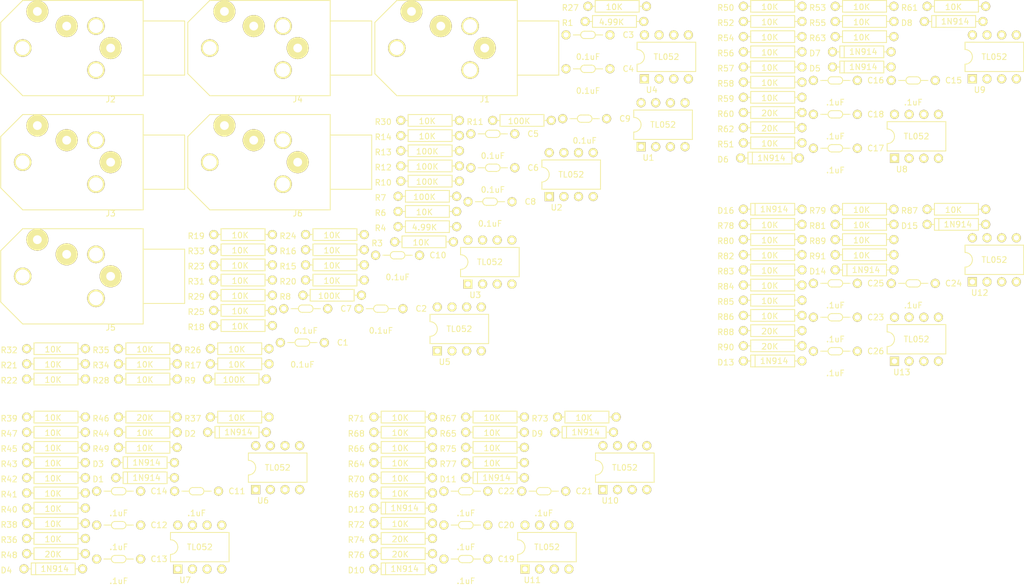
<source format=kicad_pcb>
(kicad_pcb (version 4) (host pcbnew "(2016-04-19 BZR 6703, Git 67982a4)-product")

  (general
    (links 304)
    (no_connects 304)
    (area 0 0 0 0)
    (thickness 1.6)
    (drawings 0)
    (tracks 0)
    (zones 0)
    (modules 150)
    (nets 81)
  )

  (page A4)
  (layers
    (0 F.Cu signal)
    (31 B.Cu signal)
    (32 B.Adhes user)
    (33 F.Adhes user)
    (34 B.Paste user)
    (35 F.Paste user)
    (36 B.SilkS user)
    (37 F.SilkS user)
    (38 B.Mask user)
    (39 F.Mask user)
    (40 Dwgs.User user)
    (41 Cmts.User user)
    (42 Eco1.User user)
    (43 Eco2.User user)
    (44 Edge.Cuts user)
    (45 Margin user)
    (46 B.CrtYd user)
    (47 F.CrtYd user)
    (48 B.Fab user)
    (49 F.Fab user)
  )

  (setup
    (last_trace_width 0.25)
    (trace_clearance 0.2)
    (zone_clearance 0.508)
    (zone_45_only no)
    (trace_min 0.2)
    (segment_width 0.2)
    (edge_width 0.15)
    (via_size 0.6)
    (via_drill 0.4)
    (via_min_size 0.4)
    (via_min_drill 0.3)
    (uvia_size 0.3)
    (uvia_drill 0.1)
    (uvias_allowed no)
    (uvia_min_size 0.2)
    (uvia_min_drill 0.1)
    (pcb_text_width 0.3)
    (pcb_text_size 1.5 1.5)
    (mod_edge_width 0.15)
    (mod_text_size 1 1)
    (mod_text_width 0.15)
    (pad_size 1.524 1.524)
    (pad_drill 0.762)
    (pad_to_mask_clearance 0.2)
    (aux_axis_origin 0 0)
    (visible_elements FFFFFF7F)
    (pcbplotparams
      (layerselection 0x00030_ffffffff)
      (usegerberextensions false)
      (excludeedgelayer true)
      (linewidth 0.100000)
      (plotframeref false)
      (viasonmask false)
      (mode 1)
      (useauxorigin false)
      (hpglpennumber 1)
      (hpglpenspeed 20)
      (hpglpendiameter 15)
      (psnegative false)
      (psa4output false)
      (plotreference true)
      (plotvalue true)
      (plotinvisibletext false)
      (padsonsilk false)
      (subtractmaskfromsilk false)
      (outputformat 1)
      (mirror false)
      (drillshape 1)
      (scaleselection 1)
      (outputdirectory ""))
  )

  (net 0 "")
  (net 1 +15V0)
  (net 2 GND)
  (net 3 -15V0)
  (net 4 "Net-(D1-Pad1)")
  (net 5 "Net-(D1-Pad2)")
  (net 6 "/Wave Multiplier Cell 1/Dfb")
  (net 7 "Net-(D2-Pad2)")
  (net 8 "/Wave Multiplier Cell 1/Dfa")
  (net 9 "Net-(D4-Pad2)")
  (net 10 "Net-(D5-Pad1)")
  (net 11 "Net-(D5-Pad2)")
  (net 12 "/Wave Multiplier Cell 2/Dfb")
  (net 13 "Net-(D6-Pad2)")
  (net 14 "/Wave Multiplier Cell 2/Dfa")
  (net 15 "Net-(D8-Pad2)")
  (net 16 "Net-(D9-Pad1)")
  (net 17 "Net-(D11-Pad1)")
  (net 18 "/Wave Multiplier Cell 3/Dfb")
  (net 19 "Net-(D10-Pad2)")
  (net 20 "/Wave Multiplier Cell 3/Dfa")
  (net 21 "Net-(D12-Pad2)")
  (net 22 "Net-(D13-Pad1)")
  (net 23 "Net-(D13-Pad2)")
  (net 24 "/Wave Multiplier Cell 4/Dfb")
  (net 25 "Net-(D14-Pad2)")
  (net 26 "/Wave Multiplier Cell 4/Dfa")
  (net 27 "Net-(D16-Pad2)")
  (net 28 "Net-(J1-Pad3)")
  (net 29 "Net-(J2-Pad3)")
  (net 30 "Net-(J3-Pad3)")
  (net 31 "Net-(J4-Pad2)")
  (net 32 "Net-(J4-Pad3)")
  (net 33 "Net-(J5-Pad2)")
  (net 34 "/Wave Multiplier Cell 4/Vo+")
  (net 35 "Net-(J6-Pad2)")
  (net 36 "Net-(J6-Pad3)")
  (net 37 "Net-(R1-Pad2)")
  (net 38 "/Wave Multiplier Cell 1/Vin+")
  (net 39 "Net-(R3-Pad2)")
  (net 40 "Net-(R4-Pad2)")
  (net 41 "/Wave Multiplier Cell 1/Vin-")
  (net 42 "Net-(R2-Pad2)")
  (net 43 "Net-(R11-Pad2)")
  (net 44 "Net-(R5-Pad2)")
  (net 45 "Net-(R10-Pad2)")
  (net 46 "/Wave Multiplier Cell 1/Va-")
  (net 47 "/Wave Multiplier Cell 1/Vb+")
  (net 48 "Net-(R14-Pad2)")
  (net 49 "Net-(R16-Pad2)")
  (net 50 "Net-(R17-Pad2)")
  (net 51 "Net-(R20-Pad2)")
  (net 52 "Net-(R22-Pad2)")
  (net 53 "Net-(R23-Pad2)")
  (net 54 "Net-(R24-Pad2)")
  (net 55 "Net-(R27-Pad2)")
  (net 56 "Net-(R28-Pad2)")
  (net 57 "Net-(R31-Pad2)")
  (net 58 "Net-(R36-Pad2)")
  (net 59 "Net-(R38-Pad2)")
  (net 60 "Net-(R44-Pad2)")
  (net 61 "/Wave Multiplier Cell 2/Vin-")
  (net 62 "Net-(R47-Pad2)")
  (net 63 "/Wave Multiplier Cell 2/Vin+")
  (net 64 "Net-(R50-Pad2)")
  (net 65 "Net-(R52-Pad2)")
  (net 66 "Net-(R58-Pad2)")
  (net 67 "/Wave Multiplier Cell 3/Vin-")
  (net 68 "Net-(R61-Pad2)")
  (net 69 "/Wave Multiplier Cell 3/Vin+")
  (net 70 "Net-(R64-Pad2)")
  (net 71 "Net-(R66-Pad2)")
  (net 72 "Net-(R72-Pad2)")
  (net 73 "/Wave Multiplier Cell 4/Vin-")
  (net 74 "Net-(R75-Pad2)")
  (net 75 "/Wave Multiplier Cell 4/Vin+")
  (net 76 "Net-(R78-Pad2)")
  (net 77 "Net-(R80-Pad2)")
  (net 78 "Net-(R86-Pad2)")
  (net 79 "/Wave Multiplier Cell 4/Vo-")
  (net 80 "Net-(R89-Pad2)")

  (net_class Default "This is the default net class."
    (clearance 0.2)
    (trace_width 0.25)
    (via_dia 0.6)
    (via_drill 0.4)
    (uvia_dia 0.3)
    (uvia_drill 0.1)
    (add_net +15V0)
    (add_net -15V0)
    (add_net "/Wave Multiplier Cell 1/Dfa")
    (add_net "/Wave Multiplier Cell 1/Dfb")
    (add_net "/Wave Multiplier Cell 1/Va-")
    (add_net "/Wave Multiplier Cell 1/Vb+")
    (add_net "/Wave Multiplier Cell 1/Vin+")
    (add_net "/Wave Multiplier Cell 1/Vin-")
    (add_net "/Wave Multiplier Cell 2/Dfa")
    (add_net "/Wave Multiplier Cell 2/Dfb")
    (add_net "/Wave Multiplier Cell 2/Vin+")
    (add_net "/Wave Multiplier Cell 2/Vin-")
    (add_net "/Wave Multiplier Cell 3/Dfa")
    (add_net "/Wave Multiplier Cell 3/Dfb")
    (add_net "/Wave Multiplier Cell 3/Vin+")
    (add_net "/Wave Multiplier Cell 3/Vin-")
    (add_net "/Wave Multiplier Cell 4/Dfa")
    (add_net "/Wave Multiplier Cell 4/Dfb")
    (add_net "/Wave Multiplier Cell 4/Vin+")
    (add_net "/Wave Multiplier Cell 4/Vin-")
    (add_net "/Wave Multiplier Cell 4/Vo+")
    (add_net "/Wave Multiplier Cell 4/Vo-")
    (add_net GND)
    (add_net "Net-(D1-Pad1)")
    (add_net "Net-(D1-Pad2)")
    (add_net "Net-(D10-Pad2)")
    (add_net "Net-(D11-Pad1)")
    (add_net "Net-(D12-Pad2)")
    (add_net "Net-(D13-Pad1)")
    (add_net "Net-(D13-Pad2)")
    (add_net "Net-(D14-Pad2)")
    (add_net "Net-(D16-Pad2)")
    (add_net "Net-(D2-Pad2)")
    (add_net "Net-(D4-Pad2)")
    (add_net "Net-(D5-Pad1)")
    (add_net "Net-(D5-Pad2)")
    (add_net "Net-(D6-Pad2)")
    (add_net "Net-(D8-Pad2)")
    (add_net "Net-(D9-Pad1)")
    (add_net "Net-(J1-Pad3)")
    (add_net "Net-(J2-Pad3)")
    (add_net "Net-(J3-Pad3)")
    (add_net "Net-(J4-Pad2)")
    (add_net "Net-(J4-Pad3)")
    (add_net "Net-(J5-Pad2)")
    (add_net "Net-(J6-Pad2)")
    (add_net "Net-(J6-Pad3)")
    (add_net "Net-(R1-Pad2)")
    (add_net "Net-(R10-Pad2)")
    (add_net "Net-(R11-Pad2)")
    (add_net "Net-(R14-Pad2)")
    (add_net "Net-(R16-Pad2)")
    (add_net "Net-(R17-Pad2)")
    (add_net "Net-(R2-Pad2)")
    (add_net "Net-(R20-Pad2)")
    (add_net "Net-(R22-Pad2)")
    (add_net "Net-(R23-Pad2)")
    (add_net "Net-(R24-Pad2)")
    (add_net "Net-(R27-Pad2)")
    (add_net "Net-(R28-Pad2)")
    (add_net "Net-(R3-Pad2)")
    (add_net "Net-(R31-Pad2)")
    (add_net "Net-(R36-Pad2)")
    (add_net "Net-(R38-Pad2)")
    (add_net "Net-(R4-Pad2)")
    (add_net "Net-(R44-Pad2)")
    (add_net "Net-(R47-Pad2)")
    (add_net "Net-(R5-Pad2)")
    (add_net "Net-(R50-Pad2)")
    (add_net "Net-(R52-Pad2)")
    (add_net "Net-(R58-Pad2)")
    (add_net "Net-(R61-Pad2)")
    (add_net "Net-(R64-Pad2)")
    (add_net "Net-(R66-Pad2)")
    (add_net "Net-(R72-Pad2)")
    (add_net "Net-(R75-Pad2)")
    (add_net "Net-(R78-Pad2)")
    (add_net "Net-(R80-Pad2)")
    (add_net "Net-(R86-Pad2)")
    (add_net "Net-(R89-Pad2)")
  )

  (module Footprints:CAP-Bypass-0.3 (layer F.Cu) (tedit 56B42E37) (tstamp 5757A9AF)
    (at 70.28195 74.734272)
    (path /575946EA)
    (fp_text reference C1 (at 6.985 0) (layer F.SilkS)
      (effects (font (size 1 1) (thickness 0.15)))
    )
    (fp_text value 0.1uF (at 0 3.81) (layer F.SilkS)
      (effects (font (size 1 1) (thickness 0.15)))
    )
    (fp_arc (start 0.635 0) (end 1.27 0) (angle 90) (layer F.SilkS) (width 0.15))
    (fp_arc (start 0.635 0) (end 0.635 -0.635) (angle 90) (layer F.SilkS) (width 0.15))
    (fp_arc (start -0.635 0) (end -0.635 0.635) (angle 90) (layer F.SilkS) (width 0.15))
    (fp_arc (start -0.635 0) (end -1.27 0) (angle 90) (layer F.SilkS) (width 0.15))
    (fp_line (start -0.635 0.635) (end 0.635 0.635) (layer F.SilkS) (width 0.15))
    (fp_line (start -0.635 -0.635) (end 0.635 -0.635) (layer F.SilkS) (width 0.15))
    (fp_line (start 2.54 0) (end 1.27 0) (layer F.SilkS) (width 0.15))
    (fp_line (start -2.54 0) (end -1.27 0) (layer F.SilkS) (width 0.15))
    (pad 1 thru_hole circle (at -3.81 0) (size 1.5748 1.5748) (drill 0.9144) (layers *.Cu *.Mask F.SilkS)
      (net 1 +15V0))
    (pad 2 thru_hole circle (at 3.81 0) (size 1.5748 1.5748) (drill 0.9144) (layers *.Cu *.Mask F.SilkS)
      (net 2 GND))
  )

  (module Footprints:CAP-Bypass-0.3 (layer F.Cu) (tedit 56B42E37) (tstamp 5757A9BD)
    (at 83.89195 68.854272)
    (path /57596539)
    (fp_text reference C2 (at 6.985 0) (layer F.SilkS)
      (effects (font (size 1 1) (thickness 0.15)))
    )
    (fp_text value 0.1uF (at 0 3.81) (layer F.SilkS)
      (effects (font (size 1 1) (thickness 0.15)))
    )
    (fp_arc (start 0.635 0) (end 1.27 0) (angle 90) (layer F.SilkS) (width 0.15))
    (fp_arc (start 0.635 0) (end 0.635 -0.635) (angle 90) (layer F.SilkS) (width 0.15))
    (fp_arc (start -0.635 0) (end -0.635 0.635) (angle 90) (layer F.SilkS) (width 0.15))
    (fp_arc (start -0.635 0) (end -1.27 0) (angle 90) (layer F.SilkS) (width 0.15))
    (fp_line (start -0.635 0.635) (end 0.635 0.635) (layer F.SilkS) (width 0.15))
    (fp_line (start -0.635 -0.635) (end 0.635 -0.635) (layer F.SilkS) (width 0.15))
    (fp_line (start 2.54 0) (end 1.27 0) (layer F.SilkS) (width 0.15))
    (fp_line (start -2.54 0) (end -1.27 0) (layer F.SilkS) (width 0.15))
    (pad 1 thru_hole circle (at -3.81 0) (size 1.5748 1.5748) (drill 0.9144) (layers *.Cu *.Mask F.SilkS)
      (net 1 +15V0))
    (pad 2 thru_hole circle (at 3.81 0) (size 1.5748 1.5748) (drill 0.9144) (layers *.Cu *.Mask F.SilkS)
      (net 2 GND))
  )

  (module Footprints:CAP-Bypass-0.3 (layer F.Cu) (tedit 56B42E37) (tstamp 5757A9CB)
    (at 119.78195 21.404272)
    (path /5759665C)
    (fp_text reference C3 (at 6.985 0) (layer F.SilkS)
      (effects (font (size 1 1) (thickness 0.15)))
    )
    (fp_text value 0.1uF (at 0 3.81) (layer F.SilkS)
      (effects (font (size 1 1) (thickness 0.15)))
    )
    (fp_arc (start 0.635 0) (end 1.27 0) (angle 90) (layer F.SilkS) (width 0.15))
    (fp_arc (start 0.635 0) (end 0.635 -0.635) (angle 90) (layer F.SilkS) (width 0.15))
    (fp_arc (start -0.635 0) (end -0.635 0.635) (angle 90) (layer F.SilkS) (width 0.15))
    (fp_arc (start -0.635 0) (end -1.27 0) (angle 90) (layer F.SilkS) (width 0.15))
    (fp_line (start -0.635 0.635) (end 0.635 0.635) (layer F.SilkS) (width 0.15))
    (fp_line (start -0.635 -0.635) (end 0.635 -0.635) (layer F.SilkS) (width 0.15))
    (fp_line (start 2.54 0) (end 1.27 0) (layer F.SilkS) (width 0.15))
    (fp_line (start -2.54 0) (end -1.27 0) (layer F.SilkS) (width 0.15))
    (pad 1 thru_hole circle (at -3.81 0) (size 1.5748 1.5748) (drill 0.9144) (layers *.Cu *.Mask F.SilkS)
      (net 1 +15V0))
    (pad 2 thru_hole circle (at 3.81 0) (size 1.5748 1.5748) (drill 0.9144) (layers *.Cu *.Mask F.SilkS)
      (net 2 GND))
  )

  (module Footprints:CAP-Bypass-0.3 (layer F.Cu) (tedit 56B42E37) (tstamp 5757A9D9)
    (at 119.78195 27.284272)
    (path /57594BCA)
    (fp_text reference C4 (at 6.985 0) (layer F.SilkS)
      (effects (font (size 1 1) (thickness 0.15)))
    )
    (fp_text value 0.1uF (at 0 3.81) (layer F.SilkS)
      (effects (font (size 1 1) (thickness 0.15)))
    )
    (fp_arc (start 0.635 0) (end 1.27 0) (angle 90) (layer F.SilkS) (width 0.15))
    (fp_arc (start 0.635 0) (end 0.635 -0.635) (angle 90) (layer F.SilkS) (width 0.15))
    (fp_arc (start -0.635 0) (end -0.635 0.635) (angle 90) (layer F.SilkS) (width 0.15))
    (fp_arc (start -0.635 0) (end -1.27 0) (angle 90) (layer F.SilkS) (width 0.15))
    (fp_line (start -0.635 0.635) (end 0.635 0.635) (layer F.SilkS) (width 0.15))
    (fp_line (start -0.635 -0.635) (end 0.635 -0.635) (layer F.SilkS) (width 0.15))
    (fp_line (start 2.54 0) (end 1.27 0) (layer F.SilkS) (width 0.15))
    (fp_line (start -2.54 0) (end -1.27 0) (layer F.SilkS) (width 0.15))
    (pad 1 thru_hole circle (at -3.81 0) (size 1.5748 1.5748) (drill 0.9144) (layers *.Cu *.Mask F.SilkS)
      (net 3 -15V0))
    (pad 2 thru_hole circle (at 3.81 0) (size 1.5748 1.5748) (drill 0.9144) (layers *.Cu *.Mask F.SilkS)
      (net 2 GND))
  )

  (module Footprints:CAP-Bypass-0.3 (layer F.Cu) (tedit 56B42E37) (tstamp 5757A9E7)
    (at 103.28195 38.554272)
    (path /5759653F)
    (fp_text reference C5 (at 6.985 0) (layer F.SilkS)
      (effects (font (size 1 1) (thickness 0.15)))
    )
    (fp_text value 0.1uF (at 0 3.81) (layer F.SilkS)
      (effects (font (size 1 1) (thickness 0.15)))
    )
    (fp_arc (start 0.635 0) (end 1.27 0) (angle 90) (layer F.SilkS) (width 0.15))
    (fp_arc (start 0.635 0) (end 0.635 -0.635) (angle 90) (layer F.SilkS) (width 0.15))
    (fp_arc (start -0.635 0) (end -0.635 0.635) (angle 90) (layer F.SilkS) (width 0.15))
    (fp_arc (start -0.635 0) (end -1.27 0) (angle 90) (layer F.SilkS) (width 0.15))
    (fp_line (start -0.635 0.635) (end 0.635 0.635) (layer F.SilkS) (width 0.15))
    (fp_line (start -0.635 -0.635) (end 0.635 -0.635) (layer F.SilkS) (width 0.15))
    (fp_line (start 2.54 0) (end 1.27 0) (layer F.SilkS) (width 0.15))
    (fp_line (start -2.54 0) (end -1.27 0) (layer F.SilkS) (width 0.15))
    (pad 1 thru_hole circle (at -3.81 0) (size 1.5748 1.5748) (drill 0.9144) (layers *.Cu *.Mask F.SilkS)
      (net 3 -15V0))
    (pad 2 thru_hole circle (at 3.81 0) (size 1.5748 1.5748) (drill 0.9144) (layers *.Cu *.Mask F.SilkS)
      (net 2 GND))
  )

  (module Footprints:CAP-Bypass-0.3 (layer F.Cu) (tedit 56B42E37) (tstamp 5757A9F5)
    (at 103.28195 44.434272)
    (path /57596662)
    (fp_text reference C6 (at 6.985 0) (layer F.SilkS)
      (effects (font (size 1 1) (thickness 0.15)))
    )
    (fp_text value 0.1uF (at 0 3.81) (layer F.SilkS)
      (effects (font (size 1 1) (thickness 0.15)))
    )
    (fp_arc (start 0.635 0) (end 1.27 0) (angle 90) (layer F.SilkS) (width 0.15))
    (fp_arc (start 0.635 0) (end 0.635 -0.635) (angle 90) (layer F.SilkS) (width 0.15))
    (fp_arc (start -0.635 0) (end -0.635 0.635) (angle 90) (layer F.SilkS) (width 0.15))
    (fp_arc (start -0.635 0) (end -1.27 0) (angle 90) (layer F.SilkS) (width 0.15))
    (fp_line (start -0.635 0.635) (end 0.635 0.635) (layer F.SilkS) (width 0.15))
    (fp_line (start -0.635 -0.635) (end 0.635 -0.635) (layer F.SilkS) (width 0.15))
    (fp_line (start 2.54 0) (end 1.27 0) (layer F.SilkS) (width 0.15))
    (fp_line (start -2.54 0) (end -1.27 0) (layer F.SilkS) (width 0.15))
    (pad 1 thru_hole circle (at -3.81 0) (size 1.5748 1.5748) (drill 0.9144) (layers *.Cu *.Mask F.SilkS)
      (net 3 -15V0))
    (pad 2 thru_hole circle (at 3.81 0) (size 1.5748 1.5748) (drill 0.9144) (layers *.Cu *.Mask F.SilkS)
      (net 2 GND))
  )

  (module Footprints:CAP-Bypass-0.3 (layer F.Cu) (tedit 56B42E37) (tstamp 5757AA03)
    (at 70.86195 68.854272)
    (path /5759686C)
    (fp_text reference C7 (at 6.985 0) (layer F.SilkS)
      (effects (font (size 1 1) (thickness 0.15)))
    )
    (fp_text value 0.1uF (at 0 3.81) (layer F.SilkS)
      (effects (font (size 1 1) (thickness 0.15)))
    )
    (fp_arc (start 0.635 0) (end 1.27 0) (angle 90) (layer F.SilkS) (width 0.15))
    (fp_arc (start 0.635 0) (end 0.635 -0.635) (angle 90) (layer F.SilkS) (width 0.15))
    (fp_arc (start -0.635 0) (end -0.635 0.635) (angle 90) (layer F.SilkS) (width 0.15))
    (fp_arc (start -0.635 0) (end -1.27 0) (angle 90) (layer F.SilkS) (width 0.15))
    (fp_line (start -0.635 0.635) (end 0.635 0.635) (layer F.SilkS) (width 0.15))
    (fp_line (start -0.635 -0.635) (end 0.635 -0.635) (layer F.SilkS) (width 0.15))
    (fp_line (start 2.54 0) (end 1.27 0) (layer F.SilkS) (width 0.15))
    (fp_line (start -2.54 0) (end -1.27 0) (layer F.SilkS) (width 0.15))
    (pad 1 thru_hole circle (at -3.81 0) (size 1.5748 1.5748) (drill 0.9144) (layers *.Cu *.Mask F.SilkS)
      (net 1 +15V0))
    (pad 2 thru_hole circle (at 3.81 0) (size 1.5748 1.5748) (drill 0.9144) (layers *.Cu *.Mask F.SilkS)
      (net 2 GND))
  )

  (module Footprints:CAP-Bypass-0.3 (layer F.Cu) (tedit 56B42E37) (tstamp 5757AA11)
    (at 102.80195 50.314272)
    (path /57596872)
    (fp_text reference C8 (at 6.985 0) (layer F.SilkS)
      (effects (font (size 1 1) (thickness 0.15)))
    )
    (fp_text value 0.1uF (at 0 3.81) (layer F.SilkS)
      (effects (font (size 1 1) (thickness 0.15)))
    )
    (fp_arc (start 0.635 0) (end 1.27 0) (angle 90) (layer F.SilkS) (width 0.15))
    (fp_arc (start 0.635 0) (end 0.635 -0.635) (angle 90) (layer F.SilkS) (width 0.15))
    (fp_arc (start -0.635 0) (end -0.635 0.635) (angle 90) (layer F.SilkS) (width 0.15))
    (fp_arc (start -0.635 0) (end -1.27 0) (angle 90) (layer F.SilkS) (width 0.15))
    (fp_line (start -0.635 0.635) (end 0.635 0.635) (layer F.SilkS) (width 0.15))
    (fp_line (start -0.635 -0.635) (end 0.635 -0.635) (layer F.SilkS) (width 0.15))
    (fp_line (start 2.54 0) (end 1.27 0) (layer F.SilkS) (width 0.15))
    (fp_line (start -2.54 0) (end -1.27 0) (layer F.SilkS) (width 0.15))
    (pad 1 thru_hole circle (at -3.81 0) (size 1.5748 1.5748) (drill 0.9144) (layers *.Cu *.Mask F.SilkS)
      (net 3 -15V0))
    (pad 2 thru_hole circle (at 3.81 0) (size 1.5748 1.5748) (drill 0.9144) (layers *.Cu *.Mask F.SilkS)
      (net 2 GND))
  )

  (module Footprints:CAP-Bypass-0.3 (layer F.Cu) (tedit 56B42E37) (tstamp 5757AA1F)
    (at 119.20195 35.924272)
    (path /575978AD)
    (fp_text reference C9 (at 6.985 0) (layer F.SilkS)
      (effects (font (size 1 1) (thickness 0.15)))
    )
    (fp_text value 0.1uF (at 0 3.81) (layer F.SilkS)
      (effects (font (size 1 1) (thickness 0.15)))
    )
    (fp_arc (start 0.635 0) (end 1.27 0) (angle 90) (layer F.SilkS) (width 0.15))
    (fp_arc (start 0.635 0) (end 0.635 -0.635) (angle 90) (layer F.SilkS) (width 0.15))
    (fp_arc (start -0.635 0) (end -0.635 0.635) (angle 90) (layer F.SilkS) (width 0.15))
    (fp_arc (start -0.635 0) (end -1.27 0) (angle 90) (layer F.SilkS) (width 0.15))
    (fp_line (start -0.635 0.635) (end 0.635 0.635) (layer F.SilkS) (width 0.15))
    (fp_line (start -0.635 -0.635) (end 0.635 -0.635) (layer F.SilkS) (width 0.15))
    (fp_line (start 2.54 0) (end 1.27 0) (layer F.SilkS) (width 0.15))
    (fp_line (start -2.54 0) (end -1.27 0) (layer F.SilkS) (width 0.15))
    (pad 1 thru_hole circle (at -3.81 0) (size 1.5748 1.5748) (drill 0.9144) (layers *.Cu *.Mask F.SilkS)
      (net 1 +15V0))
    (pad 2 thru_hole circle (at 3.81 0) (size 1.5748 1.5748) (drill 0.9144) (layers *.Cu *.Mask F.SilkS)
      (net 2 GND))
  )

  (module Footprints:CAP-Bypass-0.3 (layer F.Cu) (tedit 56B42E37) (tstamp 5757AA2D)
    (at 86.78195 59.594272)
    (path /575978B3)
    (fp_text reference C10 (at 6.985 0) (layer F.SilkS)
      (effects (font (size 1 1) (thickness 0.15)))
    )
    (fp_text value 0.1uF (at 0 3.81) (layer F.SilkS)
      (effects (font (size 1 1) (thickness 0.15)))
    )
    (fp_arc (start 0.635 0) (end 1.27 0) (angle 90) (layer F.SilkS) (width 0.15))
    (fp_arc (start 0.635 0) (end 0.635 -0.635) (angle 90) (layer F.SilkS) (width 0.15))
    (fp_arc (start -0.635 0) (end -0.635 0.635) (angle 90) (layer F.SilkS) (width 0.15))
    (fp_arc (start -0.635 0) (end -1.27 0) (angle 90) (layer F.SilkS) (width 0.15))
    (fp_line (start -0.635 0.635) (end 0.635 0.635) (layer F.SilkS) (width 0.15))
    (fp_line (start -0.635 -0.635) (end 0.635 -0.635) (layer F.SilkS) (width 0.15))
    (fp_line (start 2.54 0) (end 1.27 0) (layer F.SilkS) (width 0.15))
    (fp_line (start -2.54 0) (end -1.27 0) (layer F.SilkS) (width 0.15))
    (pad 1 thru_hole circle (at -3.81 0) (size 1.5748 1.5748) (drill 0.9144) (layers *.Cu *.Mask F.SilkS)
      (net 3 -15V0))
    (pad 2 thru_hole circle (at 3.81 0) (size 1.5748 1.5748) (drill 0.9144) (layers *.Cu *.Mask F.SilkS)
      (net 2 GND))
  )

  (module Footprints:CAP-Bypass-0.3 (layer F.Cu) (tedit 56B42E37) (tstamp 5757AA3B)
    (at 51.94195 100.484272)
    (path /57571339/575722B0)
    (fp_text reference C11 (at 6.985 0) (layer F.SilkS)
      (effects (font (size 1 1) (thickness 0.15)))
    )
    (fp_text value .1uF (at 0 3.81) (layer F.SilkS)
      (effects (font (size 1 1) (thickness 0.15)))
    )
    (fp_arc (start 0.635 0) (end 1.27 0) (angle 90) (layer F.SilkS) (width 0.15))
    (fp_arc (start 0.635 0) (end 0.635 -0.635) (angle 90) (layer F.SilkS) (width 0.15))
    (fp_arc (start -0.635 0) (end -0.635 0.635) (angle 90) (layer F.SilkS) (width 0.15))
    (fp_arc (start -0.635 0) (end -1.27 0) (angle 90) (layer F.SilkS) (width 0.15))
    (fp_line (start -0.635 0.635) (end 0.635 0.635) (layer F.SilkS) (width 0.15))
    (fp_line (start -0.635 -0.635) (end 0.635 -0.635) (layer F.SilkS) (width 0.15))
    (fp_line (start 2.54 0) (end 1.27 0) (layer F.SilkS) (width 0.15))
    (fp_line (start -2.54 0) (end -1.27 0) (layer F.SilkS) (width 0.15))
    (pad 1 thru_hole circle (at -3.81 0) (size 1.5748 1.5748) (drill 0.9144) (layers *.Cu *.Mask F.SilkS)
      (net 1 +15V0))
    (pad 2 thru_hole circle (at 3.81 0) (size 1.5748 1.5748) (drill 0.9144) (layers *.Cu *.Mask F.SilkS)
      (net 2 GND))
  )

  (module Footprints:CAP-Bypass-0.3 (layer F.Cu) (tedit 56B42E37) (tstamp 5757AA49)
    (at 38.44195 106.364272)
    (path /57571339/57572316)
    (fp_text reference C12 (at 6.985 0) (layer F.SilkS)
      (effects (font (size 1 1) (thickness 0.15)))
    )
    (fp_text value .1uF (at 0 3.81) (layer F.SilkS)
      (effects (font (size 1 1) (thickness 0.15)))
    )
    (fp_arc (start 0.635 0) (end 1.27 0) (angle 90) (layer F.SilkS) (width 0.15))
    (fp_arc (start 0.635 0) (end 0.635 -0.635) (angle 90) (layer F.SilkS) (width 0.15))
    (fp_arc (start -0.635 0) (end -0.635 0.635) (angle 90) (layer F.SilkS) (width 0.15))
    (fp_arc (start -0.635 0) (end -1.27 0) (angle 90) (layer F.SilkS) (width 0.15))
    (fp_line (start -0.635 0.635) (end 0.635 0.635) (layer F.SilkS) (width 0.15))
    (fp_line (start -0.635 -0.635) (end 0.635 -0.635) (layer F.SilkS) (width 0.15))
    (fp_line (start 2.54 0) (end 1.27 0) (layer F.SilkS) (width 0.15))
    (fp_line (start -2.54 0) (end -1.27 0) (layer F.SilkS) (width 0.15))
    (pad 1 thru_hole circle (at -3.81 0) (size 1.5748 1.5748) (drill 0.9144) (layers *.Cu *.Mask F.SilkS)
      (net 3 -15V0))
    (pad 2 thru_hole circle (at 3.81 0) (size 1.5748 1.5748) (drill 0.9144) (layers *.Cu *.Mask F.SilkS)
      (net 2 GND))
  )

  (module Footprints:CAP-Bypass-0.3 (layer F.Cu) (tedit 56B42E37) (tstamp 5757AA57)
    (at 38.44195 112.244272)
    (path /57571339/575728B6)
    (fp_text reference C13 (at 6.985 0) (layer F.SilkS)
      (effects (font (size 1 1) (thickness 0.15)))
    )
    (fp_text value .1uF (at 0 3.81) (layer F.SilkS)
      (effects (font (size 1 1) (thickness 0.15)))
    )
    (fp_arc (start 0.635 0) (end 1.27 0) (angle 90) (layer F.SilkS) (width 0.15))
    (fp_arc (start 0.635 0) (end 0.635 -0.635) (angle 90) (layer F.SilkS) (width 0.15))
    (fp_arc (start -0.635 0) (end -0.635 0.635) (angle 90) (layer F.SilkS) (width 0.15))
    (fp_arc (start -0.635 0) (end -1.27 0) (angle 90) (layer F.SilkS) (width 0.15))
    (fp_line (start -0.635 0.635) (end 0.635 0.635) (layer F.SilkS) (width 0.15))
    (fp_line (start -0.635 -0.635) (end 0.635 -0.635) (layer F.SilkS) (width 0.15))
    (fp_line (start 2.54 0) (end 1.27 0) (layer F.SilkS) (width 0.15))
    (fp_line (start -2.54 0) (end -1.27 0) (layer F.SilkS) (width 0.15))
    (pad 1 thru_hole circle (at -3.81 0) (size 1.5748 1.5748) (drill 0.9144) (layers *.Cu *.Mask F.SilkS)
      (net 1 +15V0))
    (pad 2 thru_hole circle (at 3.81 0) (size 1.5748 1.5748) (drill 0.9144) (layers *.Cu *.Mask F.SilkS)
      (net 2 GND))
  )

  (module Footprints:CAP-Bypass-0.3 (layer F.Cu) (tedit 56B42E37) (tstamp 5757AA65)
    (at 38.44195 100.484272)
    (path /57571339/575728BC)
    (fp_text reference C14 (at 6.985 0) (layer F.SilkS)
      (effects (font (size 1 1) (thickness 0.15)))
    )
    (fp_text value .1uF (at 0 3.81) (layer F.SilkS)
      (effects (font (size 1 1) (thickness 0.15)))
    )
    (fp_arc (start 0.635 0) (end 1.27 0) (angle 90) (layer F.SilkS) (width 0.15))
    (fp_arc (start 0.635 0) (end 0.635 -0.635) (angle 90) (layer F.SilkS) (width 0.15))
    (fp_arc (start -0.635 0) (end -0.635 0.635) (angle 90) (layer F.SilkS) (width 0.15))
    (fp_arc (start -0.635 0) (end -1.27 0) (angle 90) (layer F.SilkS) (width 0.15))
    (fp_line (start -0.635 0.635) (end 0.635 0.635) (layer F.SilkS) (width 0.15))
    (fp_line (start -0.635 -0.635) (end 0.635 -0.635) (layer F.SilkS) (width 0.15))
    (fp_line (start 2.54 0) (end 1.27 0) (layer F.SilkS) (width 0.15))
    (fp_line (start -2.54 0) (end -1.27 0) (layer F.SilkS) (width 0.15))
    (pad 1 thru_hole circle (at -3.81 0) (size 1.5748 1.5748) (drill 0.9144) (layers *.Cu *.Mask F.SilkS)
      (net 3 -15V0))
    (pad 2 thru_hole circle (at 3.81 0) (size 1.5748 1.5748) (drill 0.9144) (layers *.Cu *.Mask F.SilkS)
      (net 2 GND))
  )

  (module Footprints:CAP-Bypass-0.3 (layer F.Cu) (tedit 56B42E37) (tstamp 5757AA73)
    (at 176.15195 29.294272)
    (path /5757486E/575722B0)
    (fp_text reference C15 (at 6.985 0) (layer F.SilkS)
      (effects (font (size 1 1) (thickness 0.15)))
    )
    (fp_text value .1uF (at 0 3.81) (layer F.SilkS)
      (effects (font (size 1 1) (thickness 0.15)))
    )
    (fp_arc (start 0.635 0) (end 1.27 0) (angle 90) (layer F.SilkS) (width 0.15))
    (fp_arc (start 0.635 0) (end 0.635 -0.635) (angle 90) (layer F.SilkS) (width 0.15))
    (fp_arc (start -0.635 0) (end -0.635 0.635) (angle 90) (layer F.SilkS) (width 0.15))
    (fp_arc (start -0.635 0) (end -1.27 0) (angle 90) (layer F.SilkS) (width 0.15))
    (fp_line (start -0.635 0.635) (end 0.635 0.635) (layer F.SilkS) (width 0.15))
    (fp_line (start -0.635 -0.635) (end 0.635 -0.635) (layer F.SilkS) (width 0.15))
    (fp_line (start 2.54 0) (end 1.27 0) (layer F.SilkS) (width 0.15))
    (fp_line (start -2.54 0) (end -1.27 0) (layer F.SilkS) (width 0.15))
    (pad 1 thru_hole circle (at -3.81 0) (size 1.5748 1.5748) (drill 0.9144) (layers *.Cu *.Mask F.SilkS)
      (net 1 +15V0))
    (pad 2 thru_hole circle (at 3.81 0) (size 1.5748 1.5748) (drill 0.9144) (layers *.Cu *.Mask F.SilkS)
      (net 2 GND))
  )

  (module Footprints:CAP-Bypass-0.3 (layer F.Cu) (tedit 56B42E37) (tstamp 5757AA81)
    (at 162.65195 29.294272)
    (path /5757486E/57572316)
    (fp_text reference C16 (at 6.985 0) (layer F.SilkS)
      (effects (font (size 1 1) (thickness 0.15)))
    )
    (fp_text value .1uF (at 0 3.81) (layer F.SilkS)
      (effects (font (size 1 1) (thickness 0.15)))
    )
    (fp_arc (start 0.635 0) (end 1.27 0) (angle 90) (layer F.SilkS) (width 0.15))
    (fp_arc (start 0.635 0) (end 0.635 -0.635) (angle 90) (layer F.SilkS) (width 0.15))
    (fp_arc (start -0.635 0) (end -0.635 0.635) (angle 90) (layer F.SilkS) (width 0.15))
    (fp_arc (start -0.635 0) (end -1.27 0) (angle 90) (layer F.SilkS) (width 0.15))
    (fp_line (start -0.635 0.635) (end 0.635 0.635) (layer F.SilkS) (width 0.15))
    (fp_line (start -0.635 -0.635) (end 0.635 -0.635) (layer F.SilkS) (width 0.15))
    (fp_line (start 2.54 0) (end 1.27 0) (layer F.SilkS) (width 0.15))
    (fp_line (start -2.54 0) (end -1.27 0) (layer F.SilkS) (width 0.15))
    (pad 1 thru_hole circle (at -3.81 0) (size 1.5748 1.5748) (drill 0.9144) (layers *.Cu *.Mask F.SilkS)
      (net 3 -15V0))
    (pad 2 thru_hole circle (at 3.81 0) (size 1.5748 1.5748) (drill 0.9144) (layers *.Cu *.Mask F.SilkS)
      (net 2 GND))
  )

  (module Footprints:CAP-Bypass-0.3 (layer F.Cu) (tedit 56B42E37) (tstamp 5757AA8F)
    (at 162.65195 41.054272)
    (path /5757486E/575728B6)
    (fp_text reference C17 (at 6.985 0) (layer F.SilkS)
      (effects (font (size 1 1) (thickness 0.15)))
    )
    (fp_text value .1uF (at 0 3.81) (layer F.SilkS)
      (effects (font (size 1 1) (thickness 0.15)))
    )
    (fp_arc (start 0.635 0) (end 1.27 0) (angle 90) (layer F.SilkS) (width 0.15))
    (fp_arc (start 0.635 0) (end 0.635 -0.635) (angle 90) (layer F.SilkS) (width 0.15))
    (fp_arc (start -0.635 0) (end -0.635 0.635) (angle 90) (layer F.SilkS) (width 0.15))
    (fp_arc (start -0.635 0) (end -1.27 0) (angle 90) (layer F.SilkS) (width 0.15))
    (fp_line (start -0.635 0.635) (end 0.635 0.635) (layer F.SilkS) (width 0.15))
    (fp_line (start -0.635 -0.635) (end 0.635 -0.635) (layer F.SilkS) (width 0.15))
    (fp_line (start 2.54 0) (end 1.27 0) (layer F.SilkS) (width 0.15))
    (fp_line (start -2.54 0) (end -1.27 0) (layer F.SilkS) (width 0.15))
    (pad 1 thru_hole circle (at -3.81 0) (size 1.5748 1.5748) (drill 0.9144) (layers *.Cu *.Mask F.SilkS)
      (net 1 +15V0))
    (pad 2 thru_hole circle (at 3.81 0) (size 1.5748 1.5748) (drill 0.9144) (layers *.Cu *.Mask F.SilkS)
      (net 2 GND))
  )

  (module Footprints:CAP-Bypass-0.3 (layer F.Cu) (tedit 56B42E37) (tstamp 5757AA9D)
    (at 162.65195 35.174272)
    (path /5757486E/575728BC)
    (fp_text reference C18 (at 6.985 0) (layer F.SilkS)
      (effects (font (size 1 1) (thickness 0.15)))
    )
    (fp_text value .1uF (at 0 3.81) (layer F.SilkS)
      (effects (font (size 1 1) (thickness 0.15)))
    )
    (fp_arc (start 0.635 0) (end 1.27 0) (angle 90) (layer F.SilkS) (width 0.15))
    (fp_arc (start 0.635 0) (end 0.635 -0.635) (angle 90) (layer F.SilkS) (width 0.15))
    (fp_arc (start -0.635 0) (end -0.635 0.635) (angle 90) (layer F.SilkS) (width 0.15))
    (fp_arc (start -0.635 0) (end -1.27 0) (angle 90) (layer F.SilkS) (width 0.15))
    (fp_line (start -0.635 0.635) (end 0.635 0.635) (layer F.SilkS) (width 0.15))
    (fp_line (start -0.635 -0.635) (end 0.635 -0.635) (layer F.SilkS) (width 0.15))
    (fp_line (start 2.54 0) (end 1.27 0) (layer F.SilkS) (width 0.15))
    (fp_line (start -2.54 0) (end -1.27 0) (layer F.SilkS) (width 0.15))
    (pad 1 thru_hole circle (at -3.81 0) (size 1.5748 1.5748) (drill 0.9144) (layers *.Cu *.Mask F.SilkS)
      (net 3 -15V0))
    (pad 2 thru_hole circle (at 3.81 0) (size 1.5748 1.5748) (drill 0.9144) (layers *.Cu *.Mask F.SilkS)
      (net 2 GND))
  )

  (module Footprints:CAP-Bypass-0.3 (layer F.Cu) (tedit 56B42E37) (tstamp 5757AAAB)
    (at 98.61195 112.244272)
    (path /57574B8E/575722B0)
    (fp_text reference C19 (at 6.985 0) (layer F.SilkS)
      (effects (font (size 1 1) (thickness 0.15)))
    )
    (fp_text value .1uF (at 0 3.81) (layer F.SilkS)
      (effects (font (size 1 1) (thickness 0.15)))
    )
    (fp_arc (start 0.635 0) (end 1.27 0) (angle 90) (layer F.SilkS) (width 0.15))
    (fp_arc (start 0.635 0) (end 0.635 -0.635) (angle 90) (layer F.SilkS) (width 0.15))
    (fp_arc (start -0.635 0) (end -0.635 0.635) (angle 90) (layer F.SilkS) (width 0.15))
    (fp_arc (start -0.635 0) (end -1.27 0) (angle 90) (layer F.SilkS) (width 0.15))
    (fp_line (start -0.635 0.635) (end 0.635 0.635) (layer F.SilkS) (width 0.15))
    (fp_line (start -0.635 -0.635) (end 0.635 -0.635) (layer F.SilkS) (width 0.15))
    (fp_line (start 2.54 0) (end 1.27 0) (layer F.SilkS) (width 0.15))
    (fp_line (start -2.54 0) (end -1.27 0) (layer F.SilkS) (width 0.15))
    (pad 1 thru_hole circle (at -3.81 0) (size 1.5748 1.5748) (drill 0.9144) (layers *.Cu *.Mask F.SilkS)
      (net 1 +15V0))
    (pad 2 thru_hole circle (at 3.81 0) (size 1.5748 1.5748) (drill 0.9144) (layers *.Cu *.Mask F.SilkS)
      (net 2 GND))
  )

  (module Footprints:CAP-Bypass-0.3 (layer F.Cu) (tedit 56B42E37) (tstamp 5757AAB9)
    (at 98.61195 106.364272)
    (path /57574B8E/57572316)
    (fp_text reference C20 (at 6.985 0) (layer F.SilkS)
      (effects (font (size 1 1) (thickness 0.15)))
    )
    (fp_text value .1uF (at 0 3.81) (layer F.SilkS)
      (effects (font (size 1 1) (thickness 0.15)))
    )
    (fp_arc (start 0.635 0) (end 1.27 0) (angle 90) (layer F.SilkS) (width 0.15))
    (fp_arc (start 0.635 0) (end 0.635 -0.635) (angle 90) (layer F.SilkS) (width 0.15))
    (fp_arc (start -0.635 0) (end -0.635 0.635) (angle 90) (layer F.SilkS) (width 0.15))
    (fp_arc (start -0.635 0) (end -1.27 0) (angle 90) (layer F.SilkS) (width 0.15))
    (fp_line (start -0.635 0.635) (end 0.635 0.635) (layer F.SilkS) (width 0.15))
    (fp_line (start -0.635 -0.635) (end 0.635 -0.635) (layer F.SilkS) (width 0.15))
    (fp_line (start 2.54 0) (end 1.27 0) (layer F.SilkS) (width 0.15))
    (fp_line (start -2.54 0) (end -1.27 0) (layer F.SilkS) (width 0.15))
    (pad 1 thru_hole circle (at -3.81 0) (size 1.5748 1.5748) (drill 0.9144) (layers *.Cu *.Mask F.SilkS)
      (net 3 -15V0))
    (pad 2 thru_hole circle (at 3.81 0) (size 1.5748 1.5748) (drill 0.9144) (layers *.Cu *.Mask F.SilkS)
      (net 2 GND))
  )

  (module Footprints:CAP-Bypass-0.3 (layer F.Cu) (tedit 56B42E37) (tstamp 5757AAC7)
    (at 112.11195 100.484272)
    (path /57574B8E/575728B6)
    (fp_text reference C21 (at 6.985 0) (layer F.SilkS)
      (effects (font (size 1 1) (thickness 0.15)))
    )
    (fp_text value .1uF (at 0 3.81) (layer F.SilkS)
      (effects (font (size 1 1) (thickness 0.15)))
    )
    (fp_arc (start 0.635 0) (end 1.27 0) (angle 90) (layer F.SilkS) (width 0.15))
    (fp_arc (start 0.635 0) (end 0.635 -0.635) (angle 90) (layer F.SilkS) (width 0.15))
    (fp_arc (start -0.635 0) (end -0.635 0.635) (angle 90) (layer F.SilkS) (width 0.15))
    (fp_arc (start -0.635 0) (end -1.27 0) (angle 90) (layer F.SilkS) (width 0.15))
    (fp_line (start -0.635 0.635) (end 0.635 0.635) (layer F.SilkS) (width 0.15))
    (fp_line (start -0.635 -0.635) (end 0.635 -0.635) (layer F.SilkS) (width 0.15))
    (fp_line (start 2.54 0) (end 1.27 0) (layer F.SilkS) (width 0.15))
    (fp_line (start -2.54 0) (end -1.27 0) (layer F.SilkS) (width 0.15))
    (pad 1 thru_hole circle (at -3.81 0) (size 1.5748 1.5748) (drill 0.9144) (layers *.Cu *.Mask F.SilkS)
      (net 1 +15V0))
    (pad 2 thru_hole circle (at 3.81 0) (size 1.5748 1.5748) (drill 0.9144) (layers *.Cu *.Mask F.SilkS)
      (net 2 GND))
  )

  (module Footprints:CAP-Bypass-0.3 (layer F.Cu) (tedit 56B42E37) (tstamp 5757AAD5)
    (at 98.61195 100.484272)
    (path /57574B8E/575728BC)
    (fp_text reference C22 (at 6.985 0) (layer F.SilkS)
      (effects (font (size 1 1) (thickness 0.15)))
    )
    (fp_text value .1uF (at 0 3.81) (layer F.SilkS)
      (effects (font (size 1 1) (thickness 0.15)))
    )
    (fp_arc (start 0.635 0) (end 1.27 0) (angle 90) (layer F.SilkS) (width 0.15))
    (fp_arc (start 0.635 0) (end 0.635 -0.635) (angle 90) (layer F.SilkS) (width 0.15))
    (fp_arc (start -0.635 0) (end -0.635 0.635) (angle 90) (layer F.SilkS) (width 0.15))
    (fp_arc (start -0.635 0) (end -1.27 0) (angle 90) (layer F.SilkS) (width 0.15))
    (fp_line (start -0.635 0.635) (end 0.635 0.635) (layer F.SilkS) (width 0.15))
    (fp_line (start -0.635 -0.635) (end 0.635 -0.635) (layer F.SilkS) (width 0.15))
    (fp_line (start 2.54 0) (end 1.27 0) (layer F.SilkS) (width 0.15))
    (fp_line (start -2.54 0) (end -1.27 0) (layer F.SilkS) (width 0.15))
    (pad 1 thru_hole circle (at -3.81 0) (size 1.5748 1.5748) (drill 0.9144) (layers *.Cu *.Mask F.SilkS)
      (net 3 -15V0))
    (pad 2 thru_hole circle (at 3.81 0) (size 1.5748 1.5748) (drill 0.9144) (layers *.Cu *.Mask F.SilkS)
      (net 2 GND))
  )

  (module Footprints:CAP-Bypass-0.3 (layer F.Cu) (tedit 56B42E37) (tstamp 5757AAE3)
    (at 162.65195 70.344272)
    (path /5757515A/575722B0)
    (fp_text reference C23 (at 6.985 0) (layer F.SilkS)
      (effects (font (size 1 1) (thickness 0.15)))
    )
    (fp_text value .1uF (at 0 3.81) (layer F.SilkS)
      (effects (font (size 1 1) (thickness 0.15)))
    )
    (fp_arc (start 0.635 0) (end 1.27 0) (angle 90) (layer F.SilkS) (width 0.15))
    (fp_arc (start 0.635 0) (end 0.635 -0.635) (angle 90) (layer F.SilkS) (width 0.15))
    (fp_arc (start -0.635 0) (end -0.635 0.635) (angle 90) (layer F.SilkS) (width 0.15))
    (fp_arc (start -0.635 0) (end -1.27 0) (angle 90) (layer F.SilkS) (width 0.15))
    (fp_line (start -0.635 0.635) (end 0.635 0.635) (layer F.SilkS) (width 0.15))
    (fp_line (start -0.635 -0.635) (end 0.635 -0.635) (layer F.SilkS) (width 0.15))
    (fp_line (start 2.54 0) (end 1.27 0) (layer F.SilkS) (width 0.15))
    (fp_line (start -2.54 0) (end -1.27 0) (layer F.SilkS) (width 0.15))
    (pad 1 thru_hole circle (at -3.81 0) (size 1.5748 1.5748) (drill 0.9144) (layers *.Cu *.Mask F.SilkS)
      (net 1 +15V0))
    (pad 2 thru_hole circle (at 3.81 0) (size 1.5748 1.5748) (drill 0.9144) (layers *.Cu *.Mask F.SilkS)
      (net 2 GND))
  )

  (module Footprints:CAP-Bypass-0.3 (layer F.Cu) (tedit 56B42E37) (tstamp 5757AAF1)
    (at 176.15195 64.464272)
    (path /5757515A/57572316)
    (fp_text reference C24 (at 6.985 0) (layer F.SilkS)
      (effects (font (size 1 1) (thickness 0.15)))
    )
    (fp_text value .1uF (at 0 3.81) (layer F.SilkS)
      (effects (font (size 1 1) (thickness 0.15)))
    )
    (fp_arc (start 0.635 0) (end 1.27 0) (angle 90) (layer F.SilkS) (width 0.15))
    (fp_arc (start 0.635 0) (end 0.635 -0.635) (angle 90) (layer F.SilkS) (width 0.15))
    (fp_arc (start -0.635 0) (end -0.635 0.635) (angle 90) (layer F.SilkS) (width 0.15))
    (fp_arc (start -0.635 0) (end -1.27 0) (angle 90) (layer F.SilkS) (width 0.15))
    (fp_line (start -0.635 0.635) (end 0.635 0.635) (layer F.SilkS) (width 0.15))
    (fp_line (start -0.635 -0.635) (end 0.635 -0.635) (layer F.SilkS) (width 0.15))
    (fp_line (start 2.54 0) (end 1.27 0) (layer F.SilkS) (width 0.15))
    (fp_line (start -2.54 0) (end -1.27 0) (layer F.SilkS) (width 0.15))
    (pad 1 thru_hole circle (at -3.81 0) (size 1.5748 1.5748) (drill 0.9144) (layers *.Cu *.Mask F.SilkS)
      (net 3 -15V0))
    (pad 2 thru_hole circle (at 3.81 0) (size 1.5748 1.5748) (drill 0.9144) (layers *.Cu *.Mask F.SilkS)
      (net 2 GND))
  )

  (module Footprints:CAP-Bypass-0.3 (layer F.Cu) (tedit 56B42E37) (tstamp 5757AAFF)
    (at 162.65195 64.464272)
    (path /5757515A/575728B6)
    (fp_text reference C25 (at 6.985 0) (layer F.SilkS)
      (effects (font (size 1 1) (thickness 0.15)))
    )
    (fp_text value .1uF (at 0 3.81) (layer F.SilkS)
      (effects (font (size 1 1) (thickness 0.15)))
    )
    (fp_arc (start 0.635 0) (end 1.27 0) (angle 90) (layer F.SilkS) (width 0.15))
    (fp_arc (start 0.635 0) (end 0.635 -0.635) (angle 90) (layer F.SilkS) (width 0.15))
    (fp_arc (start -0.635 0) (end -0.635 0.635) (angle 90) (layer F.SilkS) (width 0.15))
    (fp_arc (start -0.635 0) (end -1.27 0) (angle 90) (layer F.SilkS) (width 0.15))
    (fp_line (start -0.635 0.635) (end 0.635 0.635) (layer F.SilkS) (width 0.15))
    (fp_line (start -0.635 -0.635) (end 0.635 -0.635) (layer F.SilkS) (width 0.15))
    (fp_line (start 2.54 0) (end 1.27 0) (layer F.SilkS) (width 0.15))
    (fp_line (start -2.54 0) (end -1.27 0) (layer F.SilkS) (width 0.15))
    (pad 1 thru_hole circle (at -3.81 0) (size 1.5748 1.5748) (drill 0.9144) (layers *.Cu *.Mask F.SilkS)
      (net 1 +15V0))
    (pad 2 thru_hole circle (at 3.81 0) (size 1.5748 1.5748) (drill 0.9144) (layers *.Cu *.Mask F.SilkS)
      (net 2 GND))
  )

  (module Footprints:CAP-Bypass-0.3 (layer F.Cu) (tedit 56B42E37) (tstamp 5757AB0D)
    (at 162.65195 76.224272)
    (path /5757515A/575728BC)
    (fp_text reference C26 (at 6.985 0) (layer F.SilkS)
      (effects (font (size 1 1) (thickness 0.15)))
    )
    (fp_text value .1uF (at 0 3.81) (layer F.SilkS)
      (effects (font (size 1 1) (thickness 0.15)))
    )
    (fp_arc (start 0.635 0) (end 1.27 0) (angle 90) (layer F.SilkS) (width 0.15))
    (fp_arc (start 0.635 0) (end 0.635 -0.635) (angle 90) (layer F.SilkS) (width 0.15))
    (fp_arc (start -0.635 0) (end -0.635 0.635) (angle 90) (layer F.SilkS) (width 0.15))
    (fp_arc (start -0.635 0) (end -1.27 0) (angle 90) (layer F.SilkS) (width 0.15))
    (fp_line (start -0.635 0.635) (end 0.635 0.635) (layer F.SilkS) (width 0.15))
    (fp_line (start -0.635 -0.635) (end 0.635 -0.635) (layer F.SilkS) (width 0.15))
    (fp_line (start 2.54 0) (end 1.27 0) (layer F.SilkS) (width 0.15))
    (fp_line (start -2.54 0) (end -1.27 0) (layer F.SilkS) (width 0.15))
    (pad 1 thru_hole circle (at -3.81 0) (size 1.5748 1.5748) (drill 0.9144) (layers *.Cu *.Mask F.SilkS)
      (net 3 -15V0))
    (pad 2 thru_hole circle (at 3.81 0) (size 1.5748 1.5748) (drill 0.9144) (layers *.Cu *.Mask F.SilkS)
      (net 2 GND))
  )

  (module Footprints:DIODE0.4 (layer F.Cu) (tedit 56BA2633) (tstamp 5757AB1A)
    (at 43.02374 98.157873)
    (path /57571339/57571744)
    (fp_text reference D1 (at -8.128 0.254) (layer F.SilkS)
      (effects (font (size 1 1) (thickness 0.15)))
    )
    (fp_text value 1N914 (at 0.254 0) (layer F.SilkS)
      (effects (font (size 1 1) (thickness 0.15)))
    )
    (fp_line (start -3.048 1.016) (end -3.048 -1.016) (layer F.SilkS) (width 0.15))
    (fp_line (start -3.81 -1.016) (end -3.81 1.016) (layer F.SilkS) (width 0.15))
    (fp_line (start 3.81 -1.016) (end 3.81 1.016) (layer F.SilkS) (width 0.15))
    (fp_line (start -3.81 0) (end -4.318 0) (layer F.SilkS) (width 0.15))
    (fp_line (start 4.445 0) (end 3.81 0) (layer F.SilkS) (width 0.15))
    (fp_line (start -3.81 1.016) (end 3.81 1.016) (layer F.SilkS) (width 0.15))
    (fp_line (start 3.81 -1.016) (end -3.81 -1.016) (layer F.SilkS) (width 0.15))
    (pad 1 thru_hole circle (at -5.08 0) (size 1.5748 1.5748) (drill 0.9144) (layers *.Cu *.Mask F.SilkS)
      (net 4 "Net-(D1-Pad1)"))
    (pad 2 thru_hole circle (at 5.08 0) (size 1.5748 1.5748) (drill 0.9144) (layers *.Cu *.Mask F.SilkS)
      (net 5 "Net-(D1-Pad2)"))
  )

  (module Footprints:DIODE0.4 (layer F.Cu) (tedit 56BA2633) (tstamp 5757AB27)
    (at 58.94374 90.267873)
    (path /57571339/57571A93)
    (fp_text reference D2 (at -8.128 0.254) (layer F.SilkS)
      (effects (font (size 1 1) (thickness 0.15)))
    )
    (fp_text value 1N914 (at 0.254 0) (layer F.SilkS)
      (effects (font (size 1 1) (thickness 0.15)))
    )
    (fp_line (start -3.048 1.016) (end -3.048 -1.016) (layer F.SilkS) (width 0.15))
    (fp_line (start -3.81 -1.016) (end -3.81 1.016) (layer F.SilkS) (width 0.15))
    (fp_line (start 3.81 -1.016) (end 3.81 1.016) (layer F.SilkS) (width 0.15))
    (fp_line (start -3.81 0) (end -4.318 0) (layer F.SilkS) (width 0.15))
    (fp_line (start 4.445 0) (end 3.81 0) (layer F.SilkS) (width 0.15))
    (fp_line (start -3.81 1.016) (end 3.81 1.016) (layer F.SilkS) (width 0.15))
    (fp_line (start 3.81 -1.016) (end -3.81 -1.016) (layer F.SilkS) (width 0.15))
    (pad 1 thru_hole circle (at -5.08 0) (size 1.5748 1.5748) (drill 0.9144) (layers *.Cu *.Mask F.SilkS)
      (net 6 "/Wave Multiplier Cell 1/Dfb"))
    (pad 2 thru_hole circle (at 5.08 0) (size 1.5748 1.5748) (drill 0.9144) (layers *.Cu *.Mask F.SilkS)
      (net 7 "Net-(D2-Pad2)"))
  )

  (module Footprints:DIODE0.4 (layer F.Cu) (tedit 56BA2633) (tstamp 5757AB34)
    (at 43.02374 95.527873)
    (path /57571339/57571855)
    (fp_text reference D3 (at -8.128 0.254) (layer F.SilkS)
      (effects (font (size 1 1) (thickness 0.15)))
    )
    (fp_text value 1N914 (at 0.254 0) (layer F.SilkS)
      (effects (font (size 1 1) (thickness 0.15)))
    )
    (fp_line (start -3.048 1.016) (end -3.048 -1.016) (layer F.SilkS) (width 0.15))
    (fp_line (start -3.81 -1.016) (end -3.81 1.016) (layer F.SilkS) (width 0.15))
    (fp_line (start 3.81 -1.016) (end 3.81 1.016) (layer F.SilkS) (width 0.15))
    (fp_line (start -3.81 0) (end -4.318 0) (layer F.SilkS) (width 0.15))
    (fp_line (start 4.445 0) (end 3.81 0) (layer F.SilkS) (width 0.15))
    (fp_line (start -3.81 1.016) (end 3.81 1.016) (layer F.SilkS) (width 0.15))
    (fp_line (start 3.81 -1.016) (end -3.81 -1.016) (layer F.SilkS) (width 0.15))
    (pad 1 thru_hole circle (at -5.08 0) (size 1.5748 1.5748) (drill 0.9144) (layers *.Cu *.Mask F.SilkS)
      (net 5 "Net-(D1-Pad2)"))
    (pad 2 thru_hole circle (at 5.08 0) (size 1.5748 1.5748) (drill 0.9144) (layers *.Cu *.Mask F.SilkS)
      (net 8 "/Wave Multiplier Cell 1/Dfa"))
  )

  (module Footprints:DIODE0.4 (layer F.Cu) (tedit 56BA2633) (tstamp 5757AB41)
    (at 27.10374 113.937873)
    (path /57571339/57571A99)
    (fp_text reference D4 (at -8.128 0.254) (layer F.SilkS)
      (effects (font (size 1 1) (thickness 0.15)))
    )
    (fp_text value 1N914 (at 0.254 0) (layer F.SilkS)
      (effects (font (size 1 1) (thickness 0.15)))
    )
    (fp_line (start -3.048 1.016) (end -3.048 -1.016) (layer F.SilkS) (width 0.15))
    (fp_line (start -3.81 -1.016) (end -3.81 1.016) (layer F.SilkS) (width 0.15))
    (fp_line (start 3.81 -1.016) (end 3.81 1.016) (layer F.SilkS) (width 0.15))
    (fp_line (start -3.81 0) (end -4.318 0) (layer F.SilkS) (width 0.15))
    (fp_line (start 4.445 0) (end 3.81 0) (layer F.SilkS) (width 0.15))
    (fp_line (start -3.81 1.016) (end 3.81 1.016) (layer F.SilkS) (width 0.15))
    (fp_line (start 3.81 -1.016) (end -3.81 -1.016) (layer F.SilkS) (width 0.15))
    (pad 1 thru_hole circle (at -5.08 0) (size 1.5748 1.5748) (drill 0.9144) (layers *.Cu *.Mask F.SilkS)
      (net 7 "Net-(D2-Pad2)"))
    (pad 2 thru_hole circle (at 5.08 0) (size 1.5748 1.5748) (drill 0.9144) (layers *.Cu *.Mask F.SilkS)
      (net 9 "Net-(D4-Pad2)"))
  )

  (module Footprints:DIODE0.4 (layer F.Cu) (tedit 56BA2633) (tstamp 5757AB4E)
    (at 167.23374 26.967873)
    (path /5757486E/57571744)
    (fp_text reference D5 (at -8.128 0.254) (layer F.SilkS)
      (effects (font (size 1 1) (thickness 0.15)))
    )
    (fp_text value 1N914 (at 0.254 0) (layer F.SilkS)
      (effects (font (size 1 1) (thickness 0.15)))
    )
    (fp_line (start -3.048 1.016) (end -3.048 -1.016) (layer F.SilkS) (width 0.15))
    (fp_line (start -3.81 -1.016) (end -3.81 1.016) (layer F.SilkS) (width 0.15))
    (fp_line (start 3.81 -1.016) (end 3.81 1.016) (layer F.SilkS) (width 0.15))
    (fp_line (start -3.81 0) (end -4.318 0) (layer F.SilkS) (width 0.15))
    (fp_line (start 4.445 0) (end 3.81 0) (layer F.SilkS) (width 0.15))
    (fp_line (start -3.81 1.016) (end 3.81 1.016) (layer F.SilkS) (width 0.15))
    (fp_line (start 3.81 -1.016) (end -3.81 -1.016) (layer F.SilkS) (width 0.15))
    (pad 1 thru_hole circle (at -5.08 0) (size 1.5748 1.5748) (drill 0.9144) (layers *.Cu *.Mask F.SilkS)
      (net 10 "Net-(D5-Pad1)"))
    (pad 2 thru_hole circle (at 5.08 0) (size 1.5748 1.5748) (drill 0.9144) (layers *.Cu *.Mask F.SilkS)
      (net 11 "Net-(D5-Pad2)"))
  )

  (module Footprints:DIODE0.4 (layer F.Cu) (tedit 56BA2633) (tstamp 5757AB5B)
    (at 151.31374 42.747873)
    (path /5757486E/57571A93)
    (fp_text reference D6 (at -8.128 0.254) (layer F.SilkS)
      (effects (font (size 1 1) (thickness 0.15)))
    )
    (fp_text value 1N914 (at 0.254 0) (layer F.SilkS)
      (effects (font (size 1 1) (thickness 0.15)))
    )
    (fp_line (start -3.048 1.016) (end -3.048 -1.016) (layer F.SilkS) (width 0.15))
    (fp_line (start -3.81 -1.016) (end -3.81 1.016) (layer F.SilkS) (width 0.15))
    (fp_line (start 3.81 -1.016) (end 3.81 1.016) (layer F.SilkS) (width 0.15))
    (fp_line (start -3.81 0) (end -4.318 0) (layer F.SilkS) (width 0.15))
    (fp_line (start 4.445 0) (end 3.81 0) (layer F.SilkS) (width 0.15))
    (fp_line (start -3.81 1.016) (end 3.81 1.016) (layer F.SilkS) (width 0.15))
    (fp_line (start 3.81 -1.016) (end -3.81 -1.016) (layer F.SilkS) (width 0.15))
    (pad 1 thru_hole circle (at -5.08 0) (size 1.5748 1.5748) (drill 0.9144) (layers *.Cu *.Mask F.SilkS)
      (net 12 "/Wave Multiplier Cell 2/Dfb"))
    (pad 2 thru_hole circle (at 5.08 0) (size 1.5748 1.5748) (drill 0.9144) (layers *.Cu *.Mask F.SilkS)
      (net 13 "Net-(D6-Pad2)"))
  )

  (module Footprints:DIODE0.4 (layer F.Cu) (tedit 56BA2633) (tstamp 5757AB68)
    (at 167.23374 24.337873)
    (path /5757486E/57571855)
    (fp_text reference D7 (at -8.128 0.254) (layer F.SilkS)
      (effects (font (size 1 1) (thickness 0.15)))
    )
    (fp_text value 1N914 (at 0.254 0) (layer F.SilkS)
      (effects (font (size 1 1) (thickness 0.15)))
    )
    (fp_line (start -3.048 1.016) (end -3.048 -1.016) (layer F.SilkS) (width 0.15))
    (fp_line (start -3.81 -1.016) (end -3.81 1.016) (layer F.SilkS) (width 0.15))
    (fp_line (start 3.81 -1.016) (end 3.81 1.016) (layer F.SilkS) (width 0.15))
    (fp_line (start -3.81 0) (end -4.318 0) (layer F.SilkS) (width 0.15))
    (fp_line (start 4.445 0) (end 3.81 0) (layer F.SilkS) (width 0.15))
    (fp_line (start -3.81 1.016) (end 3.81 1.016) (layer F.SilkS) (width 0.15))
    (fp_line (start 3.81 -1.016) (end -3.81 -1.016) (layer F.SilkS) (width 0.15))
    (pad 1 thru_hole circle (at -5.08 0) (size 1.5748 1.5748) (drill 0.9144) (layers *.Cu *.Mask F.SilkS)
      (net 11 "Net-(D5-Pad2)"))
    (pad 2 thru_hole circle (at 5.08 0) (size 1.5748 1.5748) (drill 0.9144) (layers *.Cu *.Mask F.SilkS)
      (net 14 "/Wave Multiplier Cell 2/Dfa"))
  )

  (module Footprints:DIODE0.4 (layer F.Cu) (tedit 56BA2633) (tstamp 5757AB75)
    (at 183.15374 19.077873)
    (path /5757486E/57571A99)
    (fp_text reference D8 (at -8.128 0.254) (layer F.SilkS)
      (effects (font (size 1 1) (thickness 0.15)))
    )
    (fp_text value 1N914 (at 0.254 0) (layer F.SilkS)
      (effects (font (size 1 1) (thickness 0.15)))
    )
    (fp_line (start -3.048 1.016) (end -3.048 -1.016) (layer F.SilkS) (width 0.15))
    (fp_line (start -3.81 -1.016) (end -3.81 1.016) (layer F.SilkS) (width 0.15))
    (fp_line (start 3.81 -1.016) (end 3.81 1.016) (layer F.SilkS) (width 0.15))
    (fp_line (start -3.81 0) (end -4.318 0) (layer F.SilkS) (width 0.15))
    (fp_line (start 4.445 0) (end 3.81 0) (layer F.SilkS) (width 0.15))
    (fp_line (start -3.81 1.016) (end 3.81 1.016) (layer F.SilkS) (width 0.15))
    (fp_line (start 3.81 -1.016) (end -3.81 -1.016) (layer F.SilkS) (width 0.15))
    (pad 1 thru_hole circle (at -5.08 0) (size 1.5748 1.5748) (drill 0.9144) (layers *.Cu *.Mask F.SilkS)
      (net 13 "Net-(D6-Pad2)"))
    (pad 2 thru_hole circle (at 5.08 0) (size 1.5748 1.5748) (drill 0.9144) (layers *.Cu *.Mask F.SilkS)
      (net 15 "Net-(D8-Pad2)"))
  )

  (module Footprints:DIODE0.4 (layer F.Cu) (tedit 56BA2633) (tstamp 5757AB82)
    (at 119.11374 90.267873)
    (path /57574B8E/57571744)
    (fp_text reference D9 (at -8.128 0.254) (layer F.SilkS)
      (effects (font (size 1 1) (thickness 0.15)))
    )
    (fp_text value 1N914 (at 0.254 0) (layer F.SilkS)
      (effects (font (size 1 1) (thickness 0.15)))
    )
    (fp_line (start -3.048 1.016) (end -3.048 -1.016) (layer F.SilkS) (width 0.15))
    (fp_line (start -3.81 -1.016) (end -3.81 1.016) (layer F.SilkS) (width 0.15))
    (fp_line (start 3.81 -1.016) (end 3.81 1.016) (layer F.SilkS) (width 0.15))
    (fp_line (start -3.81 0) (end -4.318 0) (layer F.SilkS) (width 0.15))
    (fp_line (start 4.445 0) (end 3.81 0) (layer F.SilkS) (width 0.15))
    (fp_line (start -3.81 1.016) (end 3.81 1.016) (layer F.SilkS) (width 0.15))
    (fp_line (start 3.81 -1.016) (end -3.81 -1.016) (layer F.SilkS) (width 0.15))
    (pad 1 thru_hole circle (at -5.08 0) (size 1.5748 1.5748) (drill 0.9144) (layers *.Cu *.Mask F.SilkS)
      (net 16 "Net-(D9-Pad1)"))
    (pad 2 thru_hole circle (at 5.08 0) (size 1.5748 1.5748) (drill 0.9144) (layers *.Cu *.Mask F.SilkS)
      (net 17 "Net-(D11-Pad1)"))
  )

  (module Footprints:DIODE0.4 (layer F.Cu) (tedit 56BA2633) (tstamp 5757AB8F)
    (at 87.749931 113.937873)
    (path /57574B8E/57571A93)
    (fp_text reference D10 (at -8.128 0.254) (layer F.SilkS)
      (effects (font (size 1 1) (thickness 0.15)))
    )
    (fp_text value 1N914 (at 0.254 0) (layer F.SilkS)
      (effects (font (size 1 1) (thickness 0.15)))
    )
    (fp_line (start -3.048 1.016) (end -3.048 -1.016) (layer F.SilkS) (width 0.15))
    (fp_line (start -3.81 -1.016) (end -3.81 1.016) (layer F.SilkS) (width 0.15))
    (fp_line (start 3.81 -1.016) (end 3.81 1.016) (layer F.SilkS) (width 0.15))
    (fp_line (start -3.81 0) (end -4.318 0) (layer F.SilkS) (width 0.15))
    (fp_line (start 4.445 0) (end 3.81 0) (layer F.SilkS) (width 0.15))
    (fp_line (start -3.81 1.016) (end 3.81 1.016) (layer F.SilkS) (width 0.15))
    (fp_line (start 3.81 -1.016) (end -3.81 -1.016) (layer F.SilkS) (width 0.15))
    (pad 1 thru_hole circle (at -5.08 0) (size 1.5748 1.5748) (drill 0.9144) (layers *.Cu *.Mask F.SilkS)
      (net 18 "/Wave Multiplier Cell 3/Dfb"))
    (pad 2 thru_hole circle (at 5.08 0) (size 1.5748 1.5748) (drill 0.9144) (layers *.Cu *.Mask F.SilkS)
      (net 19 "Net-(D10-Pad2)"))
  )

  (module Footprints:DIODE0.4 (layer F.Cu) (tedit 56BA2633) (tstamp 5757AB9C)
    (at 103.669931 98.157873)
    (path /57574B8E/57571855)
    (fp_text reference D11 (at -8.128 0.254) (layer F.SilkS)
      (effects (font (size 1 1) (thickness 0.15)))
    )
    (fp_text value 1N914 (at 0.254 0) (layer F.SilkS)
      (effects (font (size 1 1) (thickness 0.15)))
    )
    (fp_line (start -3.048 1.016) (end -3.048 -1.016) (layer F.SilkS) (width 0.15))
    (fp_line (start -3.81 -1.016) (end -3.81 1.016) (layer F.SilkS) (width 0.15))
    (fp_line (start 3.81 -1.016) (end 3.81 1.016) (layer F.SilkS) (width 0.15))
    (fp_line (start -3.81 0) (end -4.318 0) (layer F.SilkS) (width 0.15))
    (fp_line (start 4.445 0) (end 3.81 0) (layer F.SilkS) (width 0.15))
    (fp_line (start -3.81 1.016) (end 3.81 1.016) (layer F.SilkS) (width 0.15))
    (fp_line (start 3.81 -1.016) (end -3.81 -1.016) (layer F.SilkS) (width 0.15))
    (pad 1 thru_hole circle (at -5.08 0) (size 1.5748 1.5748) (drill 0.9144) (layers *.Cu *.Mask F.SilkS)
      (net 17 "Net-(D11-Pad1)"))
    (pad 2 thru_hole circle (at 5.08 0) (size 1.5748 1.5748) (drill 0.9144) (layers *.Cu *.Mask F.SilkS)
      (net 20 "/Wave Multiplier Cell 3/Dfa"))
  )

  (module Footprints:DIODE0.4 (layer F.Cu) (tedit 56BA2633) (tstamp 5757ABA9)
    (at 87.749931 103.417873)
    (path /57574B8E/57571A99)
    (fp_text reference D12 (at -8.128 0.254) (layer F.SilkS)
      (effects (font (size 1 1) (thickness 0.15)))
    )
    (fp_text value 1N914 (at 0.254 0) (layer F.SilkS)
      (effects (font (size 1 1) (thickness 0.15)))
    )
    (fp_line (start -3.048 1.016) (end -3.048 -1.016) (layer F.SilkS) (width 0.15))
    (fp_line (start -3.81 -1.016) (end -3.81 1.016) (layer F.SilkS) (width 0.15))
    (fp_line (start 3.81 -1.016) (end 3.81 1.016) (layer F.SilkS) (width 0.15))
    (fp_line (start -3.81 0) (end -4.318 0) (layer F.SilkS) (width 0.15))
    (fp_line (start 4.445 0) (end 3.81 0) (layer F.SilkS) (width 0.15))
    (fp_line (start -3.81 1.016) (end 3.81 1.016) (layer F.SilkS) (width 0.15))
    (fp_line (start 3.81 -1.016) (end -3.81 -1.016) (layer F.SilkS) (width 0.15))
    (pad 1 thru_hole circle (at -5.08 0) (size 1.5748 1.5748) (drill 0.9144) (layers *.Cu *.Mask F.SilkS)
      (net 19 "Net-(D10-Pad2)"))
    (pad 2 thru_hole circle (at 5.08 0) (size 1.5748 1.5748) (drill 0.9144) (layers *.Cu *.Mask F.SilkS)
      (net 21 "Net-(D12-Pad2)"))
  )

  (module Footprints:DIODE0.4 (layer F.Cu) (tedit 56BA2633) (tstamp 5757ABB6)
    (at 151.789931 77.917873)
    (path /5757515A/57571744)
    (fp_text reference D13 (at -8.128 0.254) (layer F.SilkS)
      (effects (font (size 1 1) (thickness 0.15)))
    )
    (fp_text value 1N914 (at 0.254 0) (layer F.SilkS)
      (effects (font (size 1 1) (thickness 0.15)))
    )
    (fp_line (start -3.048 1.016) (end -3.048 -1.016) (layer F.SilkS) (width 0.15))
    (fp_line (start -3.81 -1.016) (end -3.81 1.016) (layer F.SilkS) (width 0.15))
    (fp_line (start 3.81 -1.016) (end 3.81 1.016) (layer F.SilkS) (width 0.15))
    (fp_line (start -3.81 0) (end -4.318 0) (layer F.SilkS) (width 0.15))
    (fp_line (start 4.445 0) (end 3.81 0) (layer F.SilkS) (width 0.15))
    (fp_line (start -3.81 1.016) (end 3.81 1.016) (layer F.SilkS) (width 0.15))
    (fp_line (start 3.81 -1.016) (end -3.81 -1.016) (layer F.SilkS) (width 0.15))
    (pad 1 thru_hole circle (at -5.08 0) (size 1.5748 1.5748) (drill 0.9144) (layers *.Cu *.Mask F.SilkS)
      (net 22 "Net-(D13-Pad1)"))
    (pad 2 thru_hole circle (at 5.08 0) (size 1.5748 1.5748) (drill 0.9144) (layers *.Cu *.Mask F.SilkS)
      (net 23 "Net-(D13-Pad2)"))
  )

  (module Footprints:DIODE0.4 (layer F.Cu) (tedit 56BA2633) (tstamp 5757ABC3)
    (at 167.709931 62.137873)
    (path /5757515A/57571A93)
    (fp_text reference D14 (at -8.128 0.254) (layer F.SilkS)
      (effects (font (size 1 1) (thickness 0.15)))
    )
    (fp_text value 1N914 (at 0.254 0) (layer F.SilkS)
      (effects (font (size 1 1) (thickness 0.15)))
    )
    (fp_line (start -3.048 1.016) (end -3.048 -1.016) (layer F.SilkS) (width 0.15))
    (fp_line (start -3.81 -1.016) (end -3.81 1.016) (layer F.SilkS) (width 0.15))
    (fp_line (start 3.81 -1.016) (end 3.81 1.016) (layer F.SilkS) (width 0.15))
    (fp_line (start -3.81 0) (end -4.318 0) (layer F.SilkS) (width 0.15))
    (fp_line (start 4.445 0) (end 3.81 0) (layer F.SilkS) (width 0.15))
    (fp_line (start -3.81 1.016) (end 3.81 1.016) (layer F.SilkS) (width 0.15))
    (fp_line (start 3.81 -1.016) (end -3.81 -1.016) (layer F.SilkS) (width 0.15))
    (pad 1 thru_hole circle (at -5.08 0) (size 1.5748 1.5748) (drill 0.9144) (layers *.Cu *.Mask F.SilkS)
      (net 24 "/Wave Multiplier Cell 4/Dfb"))
    (pad 2 thru_hole circle (at 5.08 0) (size 1.5748 1.5748) (drill 0.9144) (layers *.Cu *.Mask F.SilkS)
      (net 25 "Net-(D14-Pad2)"))
  )

  (module Footprints:DIODE0.4 (layer F.Cu) (tedit 56BA2633) (tstamp 5757ABD0)
    (at 183.629931 54.247873)
    (path /5757515A/57571855)
    (fp_text reference D15 (at -8.128 0.254) (layer F.SilkS)
      (effects (font (size 1 1) (thickness 0.15)))
    )
    (fp_text value 1N914 (at 0.254 0) (layer F.SilkS)
      (effects (font (size 1 1) (thickness 0.15)))
    )
    (fp_line (start -3.048 1.016) (end -3.048 -1.016) (layer F.SilkS) (width 0.15))
    (fp_line (start -3.81 -1.016) (end -3.81 1.016) (layer F.SilkS) (width 0.15))
    (fp_line (start 3.81 -1.016) (end 3.81 1.016) (layer F.SilkS) (width 0.15))
    (fp_line (start -3.81 0) (end -4.318 0) (layer F.SilkS) (width 0.15))
    (fp_line (start 4.445 0) (end 3.81 0) (layer F.SilkS) (width 0.15))
    (fp_line (start -3.81 1.016) (end 3.81 1.016) (layer F.SilkS) (width 0.15))
    (fp_line (start 3.81 -1.016) (end -3.81 -1.016) (layer F.SilkS) (width 0.15))
    (pad 1 thru_hole circle (at -5.08 0) (size 1.5748 1.5748) (drill 0.9144) (layers *.Cu *.Mask F.SilkS)
      (net 23 "Net-(D13-Pad2)"))
    (pad 2 thru_hole circle (at 5.08 0) (size 1.5748 1.5748) (drill 0.9144) (layers *.Cu *.Mask F.SilkS)
      (net 26 "/Wave Multiplier Cell 4/Dfa"))
  )

  (module Footprints:DIODE0.4 (layer F.Cu) (tedit 56BA2633) (tstamp 5757ABDD)
    (at 151.789931 51.617873)
    (path /5757515A/57571A99)
    (fp_text reference D16 (at -8.128 0.254) (layer F.SilkS)
      (effects (font (size 1 1) (thickness 0.15)))
    )
    (fp_text value 1N914 (at 0.254 0) (layer F.SilkS)
      (effects (font (size 1 1) (thickness 0.15)))
    )
    (fp_line (start -3.048 1.016) (end -3.048 -1.016) (layer F.SilkS) (width 0.15))
    (fp_line (start -3.81 -1.016) (end -3.81 1.016) (layer F.SilkS) (width 0.15))
    (fp_line (start 3.81 -1.016) (end 3.81 1.016) (layer F.SilkS) (width 0.15))
    (fp_line (start -3.81 0) (end -4.318 0) (layer F.SilkS) (width 0.15))
    (fp_line (start 4.445 0) (end 3.81 0) (layer F.SilkS) (width 0.15))
    (fp_line (start -3.81 1.016) (end 3.81 1.016) (layer F.SilkS) (width 0.15))
    (fp_line (start 3.81 -1.016) (end -3.81 -1.016) (layer F.SilkS) (width 0.15))
    (pad 1 thru_hole circle (at -5.08 0) (size 1.5748 1.5748) (drill 0.9144) (layers *.Cu *.Mask F.SilkS)
      (net 25 "Net-(D14-Pad2)"))
    (pad 2 thru_hole circle (at 5.08 0) (size 1.5748 1.5748) (drill 0.9144) (layers *.Cu *.Mask F.SilkS)
      (net 27 "Net-(D16-Pad2)"))
  )

  (module Footprints:PHONE-SC112A (layer F.Cu) (tedit 56D52D2B) (tstamp 5757ABF0)
    (at 107.528351 23.686873)
    (path /5758BD27)
    (fp_text reference J1 (at -5.6388 8.89) (layer F.SilkS)
      (effects (font (size 1 1) (thickness 0.15)))
    )
    (fp_text value CV1 (at -5.6388 10.16) (layer F.Fab)
      (effects (font (size 1 1) (thickness 0.15)))
    )
    (fp_line (start 0 -4.699) (end 7.1882 -4.699) (layer F.SilkS) (width 0.15))
    (fp_line (start 7.1882 -4.699) (end 7.1882 4.699) (layer F.SilkS) (width 0.15))
    (fp_line (start 7.1882 4.699) (end 0 4.699) (layer F.SilkS) (width 0.15))
    (fp_line (start -24.6888 4.445) (end -24.6888 -4.445) (layer F.SilkS) (width 0.15))
    (fp_line (start -24.6888 -4.445) (end -20.8788 -8.255) (layer F.SilkS) (width 0.15))
    (fp_line (start -20.8788 -8.255) (end 0 -8.255) (layer F.SilkS) (width 0.15))
    (fp_line (start 0 -8.255) (end 0 8.255) (layer F.SilkS) (width 0.15))
    (fp_line (start 0 8.255) (end -20.8788 8.255) (layer F.SilkS) (width 0.15))
    (fp_line (start -20.8788 8.255) (end -24.6888 4.445) (layer F.SilkS) (width 0.15))
    (pad 1 thru_hole circle (at -5.6388 0) (size 3.81 3.81) (drill 1.524) (layers *.Cu *.Mask F.SilkS)
      (net 2 GND))
    (pad "" thru_hole circle (at -8.1788 -3.81) (size 3.048 3.048) (drill 2.413) (layers *.Cu *.Mask F.SilkS))
    (pad 2 thru_hole circle (at -13.2588 -3.81) (size 3.81 3.81) (drill 1.524) (layers *.Cu *.Mask F.SilkS)
      (net 2 GND))
    (pad 3 thru_hole circle (at -18.3388 -6.35) (size 3.81 3.81) (drill 1.524) (layers *.Cu *.Mask F.SilkS)
      (net 28 "Net-(J1-Pad3)"))
    (pad "" thru_hole circle (at -20.8788 0) (size 3.048 3.048) (drill 2.413) (layers *.Cu *.Mask F.SilkS))
    (pad "" thru_hole circle (at -8.1788 3.81) (size 3.048 3.048) (drill 2.413) (layers *.Cu *.Mask F.SilkS))
  )

  (module Footprints:PHONE-SC112A (layer F.Cu) (tedit 56D52D2B) (tstamp 5757AC03)
    (at 42.688351 23.686873)
    (path /5758BF48)
    (fp_text reference J2 (at -5.6388 8.89) (layer F.SilkS)
      (effects (font (size 1 1) (thickness 0.15)))
    )
    (fp_text value CV2 (at -5.6388 10.16) (layer F.Fab)
      (effects (font (size 1 1) (thickness 0.15)))
    )
    (fp_line (start 0 -4.699) (end 7.1882 -4.699) (layer F.SilkS) (width 0.15))
    (fp_line (start 7.1882 -4.699) (end 7.1882 4.699) (layer F.SilkS) (width 0.15))
    (fp_line (start 7.1882 4.699) (end 0 4.699) (layer F.SilkS) (width 0.15))
    (fp_line (start -24.6888 4.445) (end -24.6888 -4.445) (layer F.SilkS) (width 0.15))
    (fp_line (start -24.6888 -4.445) (end -20.8788 -8.255) (layer F.SilkS) (width 0.15))
    (fp_line (start -20.8788 -8.255) (end 0 -8.255) (layer F.SilkS) (width 0.15))
    (fp_line (start 0 -8.255) (end 0 8.255) (layer F.SilkS) (width 0.15))
    (fp_line (start 0 8.255) (end -20.8788 8.255) (layer F.SilkS) (width 0.15))
    (fp_line (start -20.8788 8.255) (end -24.6888 4.445) (layer F.SilkS) (width 0.15))
    (pad 1 thru_hole circle (at -5.6388 0) (size 3.81 3.81) (drill 1.524) (layers *.Cu *.Mask F.SilkS)
      (net 2 GND))
    (pad "" thru_hole circle (at -8.1788 -3.81) (size 3.048 3.048) (drill 2.413) (layers *.Cu *.Mask F.SilkS))
    (pad 2 thru_hole circle (at -13.2588 -3.81) (size 3.81 3.81) (drill 1.524) (layers *.Cu *.Mask F.SilkS)
      (net 2 GND))
    (pad 3 thru_hole circle (at -18.3388 -6.35) (size 3.81 3.81) (drill 1.524) (layers *.Cu *.Mask F.SilkS)
      (net 29 "Net-(J2-Pad3)"))
    (pad "" thru_hole circle (at -20.8788 0) (size 3.048 3.048) (drill 2.413) (layers *.Cu *.Mask F.SilkS))
    (pad "" thru_hole circle (at -8.1788 3.81) (size 3.048 3.048) (drill 2.413) (layers *.Cu *.Mask F.SilkS))
  )

  (module Footprints:PHONE-SC112A (layer F.Cu) (tedit 56D52D2B) (tstamp 5757AC16)
    (at 42.688351 43.466873)
    (path /5758BB2F)
    (fp_text reference J3 (at -5.6388 8.89) (layer F.SilkS)
      (effects (font (size 1 1) (thickness 0.15)))
    )
    (fp_text value Vin (at -5.6388 10.16) (layer F.Fab)
      (effects (font (size 1 1) (thickness 0.15)))
    )
    (fp_line (start 0 -4.699) (end 7.1882 -4.699) (layer F.SilkS) (width 0.15))
    (fp_line (start 7.1882 -4.699) (end 7.1882 4.699) (layer F.SilkS) (width 0.15))
    (fp_line (start 7.1882 4.699) (end 0 4.699) (layer F.SilkS) (width 0.15))
    (fp_line (start -24.6888 4.445) (end -24.6888 -4.445) (layer F.SilkS) (width 0.15))
    (fp_line (start -24.6888 -4.445) (end -20.8788 -8.255) (layer F.SilkS) (width 0.15))
    (fp_line (start -20.8788 -8.255) (end 0 -8.255) (layer F.SilkS) (width 0.15))
    (fp_line (start 0 -8.255) (end 0 8.255) (layer F.SilkS) (width 0.15))
    (fp_line (start 0 8.255) (end -20.8788 8.255) (layer F.SilkS) (width 0.15))
    (fp_line (start -20.8788 8.255) (end -24.6888 4.445) (layer F.SilkS) (width 0.15))
    (pad 1 thru_hole circle (at -5.6388 0) (size 3.81 3.81) (drill 1.524) (layers *.Cu *.Mask F.SilkS)
      (net 2 GND))
    (pad "" thru_hole circle (at -8.1788 -3.81) (size 3.048 3.048) (drill 2.413) (layers *.Cu *.Mask F.SilkS))
    (pad 2 thru_hole circle (at -13.2588 -3.81) (size 3.81 3.81) (drill 1.524) (layers *.Cu *.Mask F.SilkS)
      (net 2 GND))
    (pad 3 thru_hole circle (at -18.3388 -6.35) (size 3.81 3.81) (drill 1.524) (layers *.Cu *.Mask F.SilkS)
      (net 30 "Net-(J3-Pad3)"))
    (pad "" thru_hole circle (at -20.8788 0) (size 3.048 3.048) (drill 2.413) (layers *.Cu *.Mask F.SilkS))
    (pad "" thru_hole circle (at -8.1788 3.81) (size 3.048 3.048) (drill 2.413) (layers *.Cu *.Mask F.SilkS))
  )

  (module Footprints:PHONE-SC112A (layer F.Cu) (tedit 56D52D2B) (tstamp 5757AC29)
    (at 75.108351 23.686873)
    (path /5758C633)
    (fp_text reference J4 (at -5.6388 8.89) (layer F.SilkS)
      (effects (font (size 1 1) (thickness 0.15)))
    )
    (fp_text value OUT_2 (at -5.6388 10.16) (layer F.Fab)
      (effects (font (size 1 1) (thickness 0.15)))
    )
    (fp_line (start 0 -4.699) (end 7.1882 -4.699) (layer F.SilkS) (width 0.15))
    (fp_line (start 7.1882 -4.699) (end 7.1882 4.699) (layer F.SilkS) (width 0.15))
    (fp_line (start 7.1882 4.699) (end 0 4.699) (layer F.SilkS) (width 0.15))
    (fp_line (start -24.6888 4.445) (end -24.6888 -4.445) (layer F.SilkS) (width 0.15))
    (fp_line (start -24.6888 -4.445) (end -20.8788 -8.255) (layer F.SilkS) (width 0.15))
    (fp_line (start -20.8788 -8.255) (end 0 -8.255) (layer F.SilkS) (width 0.15))
    (fp_line (start 0 -8.255) (end 0 8.255) (layer F.SilkS) (width 0.15))
    (fp_line (start 0 8.255) (end -20.8788 8.255) (layer F.SilkS) (width 0.15))
    (fp_line (start -20.8788 8.255) (end -24.6888 4.445) (layer F.SilkS) (width 0.15))
    (pad 1 thru_hole circle (at -5.6388 0) (size 3.81 3.81) (drill 1.524) (layers *.Cu *.Mask F.SilkS)
      (net 2 GND))
    (pad "" thru_hole circle (at -8.1788 -3.81) (size 3.048 3.048) (drill 2.413) (layers *.Cu *.Mask F.SilkS))
    (pad 2 thru_hole circle (at -13.2588 -3.81) (size 3.81 3.81) (drill 1.524) (layers *.Cu *.Mask F.SilkS)
      (net 31 "Net-(J4-Pad2)"))
    (pad 3 thru_hole circle (at -18.3388 -6.35) (size 3.81 3.81) (drill 1.524) (layers *.Cu *.Mask F.SilkS)
      (net 32 "Net-(J4-Pad3)"))
    (pad "" thru_hole circle (at -20.8788 0) (size 3.048 3.048) (drill 2.413) (layers *.Cu *.Mask F.SilkS))
    (pad "" thru_hole circle (at -8.1788 3.81) (size 3.048 3.048) (drill 2.413) (layers *.Cu *.Mask F.SilkS))
  )

  (module Footprints:PHONE-SC112A (layer F.Cu) (tedit 56D52D2B) (tstamp 5757AC3C)
    (at 42.688351 63.246873)
    (path /5758C7D5)
    (fp_text reference J5 (at -5.6388 8.89) (layer F.SilkS)
      (effects (font (size 1 1) (thickness 0.15)))
    )
    (fp_text value OUT_1 (at -5.6388 10.16) (layer F.Fab)
      (effects (font (size 1 1) (thickness 0.15)))
    )
    (fp_line (start 0 -4.699) (end 7.1882 -4.699) (layer F.SilkS) (width 0.15))
    (fp_line (start 7.1882 -4.699) (end 7.1882 4.699) (layer F.SilkS) (width 0.15))
    (fp_line (start 7.1882 4.699) (end 0 4.699) (layer F.SilkS) (width 0.15))
    (fp_line (start -24.6888 4.445) (end -24.6888 -4.445) (layer F.SilkS) (width 0.15))
    (fp_line (start -24.6888 -4.445) (end -20.8788 -8.255) (layer F.SilkS) (width 0.15))
    (fp_line (start -20.8788 -8.255) (end 0 -8.255) (layer F.SilkS) (width 0.15))
    (fp_line (start 0 -8.255) (end 0 8.255) (layer F.SilkS) (width 0.15))
    (fp_line (start 0 8.255) (end -20.8788 8.255) (layer F.SilkS) (width 0.15))
    (fp_line (start -20.8788 8.255) (end -24.6888 4.445) (layer F.SilkS) (width 0.15))
    (pad 1 thru_hole circle (at -5.6388 0) (size 3.81 3.81) (drill 1.524) (layers *.Cu *.Mask F.SilkS)
      (net 2 GND))
    (pad "" thru_hole circle (at -8.1788 -3.81) (size 3.048 3.048) (drill 2.413) (layers *.Cu *.Mask F.SilkS))
    (pad 2 thru_hole circle (at -13.2588 -3.81) (size 3.81 3.81) (drill 1.524) (layers *.Cu *.Mask F.SilkS)
      (net 33 "Net-(J5-Pad2)"))
    (pad 3 thru_hole circle (at -18.3388 -6.35) (size 3.81 3.81) (drill 1.524) (layers *.Cu *.Mask F.SilkS)
      (net 34 "/Wave Multiplier Cell 4/Vo+"))
    (pad "" thru_hole circle (at -20.8788 0) (size 3.048 3.048) (drill 2.413) (layers *.Cu *.Mask F.SilkS))
    (pad "" thru_hole circle (at -8.1788 3.81) (size 3.048 3.048) (drill 2.413) (layers *.Cu *.Mask F.SilkS))
  )

  (module Footprints:PHONE-SC112A (layer F.Cu) (tedit 56D52D2B) (tstamp 5757AC4F)
    (at 75.108351 43.466873)
    (path /5758C0BA)
    (fp_text reference J6 (at -5.6388 8.89) (layer F.SilkS)
      (effects (font (size 1 1) (thickness 0.15)))
    )
    (fp_text value OUT_4 (at -5.6388 10.16) (layer F.Fab)
      (effects (font (size 1 1) (thickness 0.15)))
    )
    (fp_line (start 0 -4.699) (end 7.1882 -4.699) (layer F.SilkS) (width 0.15))
    (fp_line (start 7.1882 -4.699) (end 7.1882 4.699) (layer F.SilkS) (width 0.15))
    (fp_line (start 7.1882 4.699) (end 0 4.699) (layer F.SilkS) (width 0.15))
    (fp_line (start -24.6888 4.445) (end -24.6888 -4.445) (layer F.SilkS) (width 0.15))
    (fp_line (start -24.6888 -4.445) (end -20.8788 -8.255) (layer F.SilkS) (width 0.15))
    (fp_line (start -20.8788 -8.255) (end 0 -8.255) (layer F.SilkS) (width 0.15))
    (fp_line (start 0 -8.255) (end 0 8.255) (layer F.SilkS) (width 0.15))
    (fp_line (start 0 8.255) (end -20.8788 8.255) (layer F.SilkS) (width 0.15))
    (fp_line (start -20.8788 8.255) (end -24.6888 4.445) (layer F.SilkS) (width 0.15))
    (pad 1 thru_hole circle (at -5.6388 0) (size 3.81 3.81) (drill 1.524) (layers *.Cu *.Mask F.SilkS)
      (net 2 GND))
    (pad "" thru_hole circle (at -8.1788 -3.81) (size 3.048 3.048) (drill 2.413) (layers *.Cu *.Mask F.SilkS))
    (pad 2 thru_hole circle (at -13.2588 -3.81) (size 3.81 3.81) (drill 1.524) (layers *.Cu *.Mask F.SilkS)
      (net 35 "Net-(J6-Pad2)"))
    (pad 3 thru_hole circle (at -18.3388 -6.35) (size 3.81 3.81) (drill 1.524) (layers *.Cu *.Mask F.SilkS)
      (net 36 "Net-(J6-Pad3)"))
    (pad "" thru_hole circle (at -20.8788 0) (size 3.048 3.048) (drill 2.413) (layers *.Cu *.Mask F.SilkS))
    (pad "" thru_hole circle (at -8.1788 3.81) (size 3.048 3.048) (drill 2.413) (layers *.Cu *.Mask F.SilkS))
  )

  (module Footprints:AXIAL0.4 (layer F.Cu) (tedit 56ACF211) (tstamp 5757AC5B)
    (at 124.36374 19.077873)
    (path /57586D45)
    (fp_text reference R1 (at -8.128 0.254) (layer F.SilkS)
      (effects (font (size 1 1) (thickness 0.15)))
    )
    (fp_text value 4.99K (at -0.508 0.127) (layer F.SilkS)
      (effects (font (size 1 1) (thickness 0.15)))
    )
    (fp_line (start -3.81 -1.016) (end -3.81 1.016) (layer F.SilkS) (width 0.15))
    (fp_line (start 3.81 -1.016) (end 3.81 1.016) (layer F.SilkS) (width 0.15))
    (fp_line (start -3.81 0) (end -4.318 0) (layer F.SilkS) (width 0.15))
    (fp_line (start 4.445 0) (end 3.81 0) (layer F.SilkS) (width 0.15))
    (fp_line (start -3.81 1.016) (end 3.81 1.016) (layer F.SilkS) (width 0.15))
    (fp_line (start 3.81 -1.016) (end -3.81 -1.016) (layer F.SilkS) (width 0.15))
    (pad 1 thru_hole circle (at -5.08 0) (size 1.5748 1.5748) (drill 0.9144) (layers *.Cu *.Mask F.SilkS)
      (net 3 -15V0))
    (pad 2 thru_hole circle (at 5.08 0) (size 1.5748 1.5748) (drill 0.9144) (layers *.Cu *.Mask F.SilkS)
      (net 37 "Net-(R1-Pad2)"))
  )

  (module Footprints:AXIAL0.4 (layer F.Cu) (tedit 56ACF211) (tstamp 5757AC67)
    (at 91.36374 57.267873)
    (path /575800AD)
    (fp_text reference R3 (at -8.128 0.254) (layer F.SilkS)
      (effects (font (size 1 1) (thickness 0.15)))
    )
    (fp_text value 10K (at -0.508 0.127) (layer F.SilkS)
      (effects (font (size 1 1) (thickness 0.15)))
    )
    (fp_line (start -3.81 -1.016) (end -3.81 1.016) (layer F.SilkS) (width 0.15))
    (fp_line (start 3.81 -1.016) (end 3.81 1.016) (layer F.SilkS) (width 0.15))
    (fp_line (start -3.81 0) (end -4.318 0) (layer F.SilkS) (width 0.15))
    (fp_line (start 4.445 0) (end 3.81 0) (layer F.SilkS) (width 0.15))
    (fp_line (start -3.81 1.016) (end 3.81 1.016) (layer F.SilkS) (width 0.15))
    (fp_line (start 3.81 -1.016) (end -3.81 -1.016) (layer F.SilkS) (width 0.15))
    (pad 1 thru_hole circle (at -5.08 0) (size 1.5748 1.5748) (drill 0.9144) (layers *.Cu *.Mask F.SilkS)
      (net 38 "/Wave Multiplier Cell 1/Vin+"))
    (pad 2 thru_hole circle (at 5.08 0) (size 1.5748 1.5748) (drill 0.9144) (layers *.Cu *.Mask F.SilkS)
      (net 39 "Net-(R3-Pad2)"))
  )

  (module Footprints:AXIAL0.4 (layer F.Cu) (tedit 56ACF211) (tstamp 5757AC73)
    (at 91.94374 54.637873)
    (path /57587473)
    (fp_text reference R4 (at -8.128 0.254) (layer F.SilkS)
      (effects (font (size 1 1) (thickness 0.15)))
    )
    (fp_text value 4.99K (at -0.508 0.127) (layer F.SilkS)
      (effects (font (size 1 1) (thickness 0.15)))
    )
    (fp_line (start -3.81 -1.016) (end -3.81 1.016) (layer F.SilkS) (width 0.15))
    (fp_line (start 3.81 -1.016) (end 3.81 1.016) (layer F.SilkS) (width 0.15))
    (fp_line (start -3.81 0) (end -4.318 0) (layer F.SilkS) (width 0.15))
    (fp_line (start 4.445 0) (end 3.81 0) (layer F.SilkS) (width 0.15))
    (fp_line (start -3.81 1.016) (end 3.81 1.016) (layer F.SilkS) (width 0.15))
    (fp_line (start 3.81 -1.016) (end -3.81 -1.016) (layer F.SilkS) (width 0.15))
    (pad 1 thru_hole circle (at -5.08 0) (size 1.5748 1.5748) (drill 0.9144) (layers *.Cu *.Mask F.SilkS)
      (net 1 +15V0))
    (pad 2 thru_hole circle (at 5.08 0) (size 1.5748 1.5748) (drill 0.9144) (layers *.Cu *.Mask F.SilkS)
      (net 40 "Net-(R4-Pad2)"))
  )

  (module Footprints:AXIAL0.4 (layer F.Cu) (tedit 56ACF211) (tstamp 5757AC7F)
    (at 91.94374 52.007873)
    (path /5758045A)
    (fp_text reference R6 (at -8.128 0.254) (layer F.SilkS)
      (effects (font (size 1 1) (thickness 0.15)))
    )
    (fp_text value 10K (at -0.508 0.127) (layer F.SilkS)
      (effects (font (size 1 1) (thickness 0.15)))
    )
    (fp_line (start -3.81 -1.016) (end -3.81 1.016) (layer F.SilkS) (width 0.15))
    (fp_line (start 3.81 -1.016) (end 3.81 1.016) (layer F.SilkS) (width 0.15))
    (fp_line (start -3.81 0) (end -4.318 0) (layer F.SilkS) (width 0.15))
    (fp_line (start 4.445 0) (end 3.81 0) (layer F.SilkS) (width 0.15))
    (fp_line (start -3.81 1.016) (end 3.81 1.016) (layer F.SilkS) (width 0.15))
    (fp_line (start 3.81 -1.016) (end -3.81 -1.016) (layer F.SilkS) (width 0.15))
    (pad 1 thru_hole circle (at -5.08 0) (size 1.5748 1.5748) (drill 0.9144) (layers *.Cu *.Mask F.SilkS)
      (net 39 "Net-(R3-Pad2)"))
    (pad 2 thru_hole circle (at 5.08 0) (size 1.5748 1.5748) (drill 0.9144) (layers *.Cu *.Mask F.SilkS)
      (net 41 "/Wave Multiplier Cell 1/Vin-"))
  )

  (module Footprints:AXIAL0.4 (layer F.Cu) (tedit 56ACF211) (tstamp 5757AC8B)
    (at 91.94374 49.377873)
    (path /575867CA)
    (fp_text reference R7 (at -8.128 0.254) (layer F.SilkS)
      (effects (font (size 1 1) (thickness 0.15)))
    )
    (fp_text value 100K (at -0.508 0.127) (layer F.SilkS)
      (effects (font (size 1 1) (thickness 0.15)))
    )
    (fp_line (start -3.81 -1.016) (end -3.81 1.016) (layer F.SilkS) (width 0.15))
    (fp_line (start 3.81 -1.016) (end 3.81 1.016) (layer F.SilkS) (width 0.15))
    (fp_line (start -3.81 0) (end -4.318 0) (layer F.SilkS) (width 0.15))
    (fp_line (start 4.445 0) (end 3.81 0) (layer F.SilkS) (width 0.15))
    (fp_line (start -3.81 1.016) (end 3.81 1.016) (layer F.SilkS) (width 0.15))
    (fp_line (start 3.81 -1.016) (end -3.81 -1.016) (layer F.SilkS) (width 0.15))
    (pad 1 thru_hole circle (at -5.08 0) (size 1.5748 1.5748) (drill 0.9144) (layers *.Cu *.Mask F.SilkS)
      (net 42 "Net-(R2-Pad2)"))
    (pad 2 thru_hole circle (at 5.08 0) (size 1.5748 1.5748) (drill 0.9144) (layers *.Cu *.Mask F.SilkS)
      (net 43 "Net-(R11-Pad2)"))
  )

  (module Footprints:AXIAL0.4 (layer F.Cu) (tedit 56ACF211) (tstamp 5757AC97)
    (at 75.44374 66.527873)
    (path /57583256)
    (fp_text reference R8 (at -8.128 0.254) (layer F.SilkS)
      (effects (font (size 1 1) (thickness 0.15)))
    )
    (fp_text value 100K (at -0.508 0.127) (layer F.SilkS)
      (effects (font (size 1 1) (thickness 0.15)))
    )
    (fp_line (start -3.81 -1.016) (end -3.81 1.016) (layer F.SilkS) (width 0.15))
    (fp_line (start 3.81 -1.016) (end 3.81 1.016) (layer F.SilkS) (width 0.15))
    (fp_line (start -3.81 0) (end -4.318 0) (layer F.SilkS) (width 0.15))
    (fp_line (start 4.445 0) (end 3.81 0) (layer F.SilkS) (width 0.15))
    (fp_line (start -3.81 1.016) (end 3.81 1.016) (layer F.SilkS) (width 0.15))
    (fp_line (start 3.81 -1.016) (end -3.81 -1.016) (layer F.SilkS) (width 0.15))
    (pad 1 thru_hole circle (at -5.08 0) (size 1.5748 1.5748) (drill 0.9144) (layers *.Cu *.Mask F.SilkS)
      (net 44 "Net-(R5-Pad2)"))
    (pad 2 thru_hole circle (at 5.08 0) (size 1.5748 1.5748) (drill 0.9144) (layers *.Cu *.Mask F.SilkS)
      (net 45 "Net-(R10-Pad2)"))
  )

  (module Footprints:AXIAL0.4 (layer F.Cu) (tedit 56ACF211) (tstamp 5757ACA3)
    (at 58.94374 81.047873)
    (path /5758339D)
    (fp_text reference R9 (at -8.128 0.254) (layer F.SilkS)
      (effects (font (size 1 1) (thickness 0.15)))
    )
    (fp_text value 100K (at -0.508 0.127) (layer F.SilkS)
      (effects (font (size 1 1) (thickness 0.15)))
    )
    (fp_line (start -3.81 -1.016) (end -3.81 1.016) (layer F.SilkS) (width 0.15))
    (fp_line (start 3.81 -1.016) (end 3.81 1.016) (layer F.SilkS) (width 0.15))
    (fp_line (start -3.81 0) (end -4.318 0) (layer F.SilkS) (width 0.15))
    (fp_line (start 4.445 0) (end 3.81 0) (layer F.SilkS) (width 0.15))
    (fp_line (start -3.81 1.016) (end 3.81 1.016) (layer F.SilkS) (width 0.15))
    (fp_line (start 3.81 -1.016) (end -3.81 -1.016) (layer F.SilkS) (width 0.15))
    (pad 1 thru_hole circle (at -5.08 0) (size 1.5748 1.5748) (drill 0.9144) (layers *.Cu *.Mask F.SilkS)
      (net 28 "Net-(J1-Pad3)"))
    (pad 2 thru_hole circle (at 5.08 0) (size 1.5748 1.5748) (drill 0.9144) (layers *.Cu *.Mask F.SilkS)
      (net 45 "Net-(R10-Pad2)"))
  )

  (module Footprints:AXIAL0.4 (layer F.Cu) (tedit 56ACF211) (tstamp 5757ACAF)
    (at 92.419931 46.747873)
    (path /575834D5)
    (fp_text reference R10 (at -8.128 0.254) (layer F.SilkS)
      (effects (font (size 1 1) (thickness 0.15)))
    )
    (fp_text value 100K (at -0.508 0.127) (layer F.SilkS)
      (effects (font (size 1 1) (thickness 0.15)))
    )
    (fp_line (start -3.81 -1.016) (end -3.81 1.016) (layer F.SilkS) (width 0.15))
    (fp_line (start 3.81 -1.016) (end 3.81 1.016) (layer F.SilkS) (width 0.15))
    (fp_line (start -3.81 0) (end -4.318 0) (layer F.SilkS) (width 0.15))
    (fp_line (start 4.445 0) (end 3.81 0) (layer F.SilkS) (width 0.15))
    (fp_line (start -3.81 1.016) (end 3.81 1.016) (layer F.SilkS) (width 0.15))
    (fp_line (start 3.81 -1.016) (end -3.81 -1.016) (layer F.SilkS) (width 0.15))
    (pad 1 thru_hole circle (at -5.08 0) (size 1.5748 1.5748) (drill 0.9144) (layers *.Cu *.Mask F.SilkS)
      (net 29 "Net-(J2-Pad3)"))
    (pad 2 thru_hole circle (at 5.08 0) (size 1.5748 1.5748) (drill 0.9144) (layers *.Cu *.Mask F.SilkS)
      (net 45 "Net-(R10-Pad2)"))
  )

  (module Footprints:AXIAL0.4 (layer F.Cu) (tedit 56ACF211) (tstamp 5757ACBB)
    (at 108.339931 36.227873)
    (path /57582210)
    (fp_text reference R11 (at -8.128 0.254) (layer F.SilkS)
      (effects (font (size 1 1) (thickness 0.15)))
    )
    (fp_text value 100K (at -0.508 0.127) (layer F.SilkS)
      (effects (font (size 1 1) (thickness 0.15)))
    )
    (fp_line (start -3.81 -1.016) (end -3.81 1.016) (layer F.SilkS) (width 0.15))
    (fp_line (start 3.81 -1.016) (end 3.81 1.016) (layer F.SilkS) (width 0.15))
    (fp_line (start -3.81 0) (end -4.318 0) (layer F.SilkS) (width 0.15))
    (fp_line (start 4.445 0) (end 3.81 0) (layer F.SilkS) (width 0.15))
    (fp_line (start -3.81 1.016) (end 3.81 1.016) (layer F.SilkS) (width 0.15))
    (fp_line (start 3.81 -1.016) (end -3.81 -1.016) (layer F.SilkS) (width 0.15))
    (pad 1 thru_hole circle (at -5.08 0) (size 1.5748 1.5748) (drill 0.9144) (layers *.Cu *.Mask F.SilkS)
      (net 46 "/Wave Multiplier Cell 1/Va-"))
    (pad 2 thru_hole circle (at 5.08 0) (size 1.5748 1.5748) (drill 0.9144) (layers *.Cu *.Mask F.SilkS)
      (net 43 "Net-(R11-Pad2)"))
  )

  (module Footprints:AXIAL0.4 (layer F.Cu) (tedit 56ACF211) (tstamp 5757ACC7)
    (at 92.419931 44.117873)
    (path /57582216)
    (fp_text reference R12 (at -8.128 0.254) (layer F.SilkS)
      (effects (font (size 1 1) (thickness 0.15)))
    )
    (fp_text value 100K (at -0.508 0.127) (layer F.SilkS)
      (effects (font (size 1 1) (thickness 0.15)))
    )
    (fp_line (start -3.81 -1.016) (end -3.81 1.016) (layer F.SilkS) (width 0.15))
    (fp_line (start 3.81 -1.016) (end 3.81 1.016) (layer F.SilkS) (width 0.15))
    (fp_line (start -3.81 0) (end -4.318 0) (layer F.SilkS) (width 0.15))
    (fp_line (start 4.445 0) (end 3.81 0) (layer F.SilkS) (width 0.15))
    (fp_line (start -3.81 1.016) (end 3.81 1.016) (layer F.SilkS) (width 0.15))
    (fp_line (start 3.81 -1.016) (end -3.81 -1.016) (layer F.SilkS) (width 0.15))
    (pad 1 thru_hole circle (at -5.08 0) (size 1.5748 1.5748) (drill 0.9144) (layers *.Cu *.Mask F.SilkS)
      (net 45 "Net-(R10-Pad2)"))
    (pad 2 thru_hole circle (at 5.08 0) (size 1.5748 1.5748) (drill 0.9144) (layers *.Cu *.Mask F.SilkS)
      (net 46 "/Wave Multiplier Cell 1/Va-"))
  )

  (module Footprints:AXIAL0.4 (layer F.Cu) (tedit 56ACF211) (tstamp 5757ACD3)
    (at 92.419931 41.487873)
    (path /5758221C)
    (fp_text reference R13 (at -8.128 0.254) (layer F.SilkS)
      (effects (font (size 1 1) (thickness 0.15)))
    )
    (fp_text value 100K (at -0.508 0.127) (layer F.SilkS)
      (effects (font (size 1 1) (thickness 0.15)))
    )
    (fp_line (start -3.81 -1.016) (end -3.81 1.016) (layer F.SilkS) (width 0.15))
    (fp_line (start 3.81 -1.016) (end 3.81 1.016) (layer F.SilkS) (width 0.15))
    (fp_line (start -3.81 0) (end -4.318 0) (layer F.SilkS) (width 0.15))
    (fp_line (start 4.445 0) (end 3.81 0) (layer F.SilkS) (width 0.15))
    (fp_line (start -3.81 1.016) (end 3.81 1.016) (layer F.SilkS) (width 0.15))
    (fp_line (start 3.81 -1.016) (end -3.81 -1.016) (layer F.SilkS) (width 0.15))
    (pad 1 thru_hole circle (at -5.08 0) (size 1.5748 1.5748) (drill 0.9144) (layers *.Cu *.Mask F.SilkS)
      (net 43 "Net-(R11-Pad2)"))
    (pad 2 thru_hole circle (at 5.08 0) (size 1.5748 1.5748) (drill 0.9144) (layers *.Cu *.Mask F.SilkS)
      (net 47 "/Wave Multiplier Cell 1/Vb+"))
  )

  (module Footprints:AXIAL0.4 (layer F.Cu) (tedit 56ACF211) (tstamp 5757ACDF)
    (at 92.419931 38.857873)
    (path /5757A35B)
    (fp_text reference R14 (at -8.128 0.254) (layer F.SilkS)
      (effects (font (size 1 1) (thickness 0.15)))
    )
    (fp_text value 10K (at -0.508 0.127) (layer F.SilkS)
      (effects (font (size 1 1) (thickness 0.15)))
    )
    (fp_line (start -3.81 -1.016) (end -3.81 1.016) (layer F.SilkS) (width 0.15))
    (fp_line (start 3.81 -1.016) (end 3.81 1.016) (layer F.SilkS) (width 0.15))
    (fp_line (start -3.81 0) (end -4.318 0) (layer F.SilkS) (width 0.15))
    (fp_line (start 4.445 0) (end 3.81 0) (layer F.SilkS) (width 0.15))
    (fp_line (start -3.81 1.016) (end 3.81 1.016) (layer F.SilkS) (width 0.15))
    (fp_line (start 3.81 -1.016) (end -3.81 -1.016) (layer F.SilkS) (width 0.15))
    (pad 1 thru_hole circle (at -5.08 0) (size 1.5748 1.5748) (drill 0.9144) (layers *.Cu *.Mask F.SilkS)
      (net 8 "/Wave Multiplier Cell 1/Dfa"))
    (pad 2 thru_hole circle (at 5.08 0) (size 1.5748 1.5748) (drill 0.9144) (layers *.Cu *.Mask F.SilkS)
      (net 48 "Net-(R14-Pad2)"))
  )

  (module Footprints:AXIAL0.4 (layer F.Cu) (tedit 56ACF211) (tstamp 5757ACEB)
    (at 75.919931 61.267873)
    (path /57579897)
    (fp_text reference R15 (at -8.128 0.254) (layer F.SilkS)
      (effects (font (size 1 1) (thickness 0.15)))
    )
    (fp_text value 10K (at -0.508 0.127) (layer F.SilkS)
      (effects (font (size 1 1) (thickness 0.15)))
    )
    (fp_line (start -3.81 -1.016) (end -3.81 1.016) (layer F.SilkS) (width 0.15))
    (fp_line (start 3.81 -1.016) (end 3.81 1.016) (layer F.SilkS) (width 0.15))
    (fp_line (start -3.81 0) (end -4.318 0) (layer F.SilkS) (width 0.15))
    (fp_line (start 4.445 0) (end 3.81 0) (layer F.SilkS) (width 0.15))
    (fp_line (start -3.81 1.016) (end 3.81 1.016) (layer F.SilkS) (width 0.15))
    (fp_line (start 3.81 -1.016) (end -3.81 -1.016) (layer F.SilkS) (width 0.15))
    (pad 1 thru_hole circle (at -5.08 0) (size 1.5748 1.5748) (drill 0.9144) (layers *.Cu *.Mask F.SilkS)
      (net 6 "/Wave Multiplier Cell 1/Dfb"))
    (pad 2 thru_hole circle (at 5.08 0) (size 1.5748 1.5748) (drill 0.9144) (layers *.Cu *.Mask F.SilkS)
      (net 48 "Net-(R14-Pad2)"))
  )

  (module Footprints:AXIAL0.4 (layer F.Cu) (tedit 56ACF211) (tstamp 5757ACF7)
    (at 75.919931 58.637873)
    (path /57579D97)
    (fp_text reference R16 (at -8.128 0.254) (layer F.SilkS)
      (effects (font (size 1 1) (thickness 0.15)))
    )
    (fp_text value 10K (at -0.508 0.127) (layer F.SilkS)
      (effects (font (size 1 1) (thickness 0.15)))
    )
    (fp_line (start -3.81 -1.016) (end -3.81 1.016) (layer F.SilkS) (width 0.15))
    (fp_line (start 3.81 -1.016) (end 3.81 1.016) (layer F.SilkS) (width 0.15))
    (fp_line (start -3.81 0) (end -4.318 0) (layer F.SilkS) (width 0.15))
    (fp_line (start 4.445 0) (end 3.81 0) (layer F.SilkS) (width 0.15))
    (fp_line (start -3.81 1.016) (end 3.81 1.016) (layer F.SilkS) (width 0.15))
    (fp_line (start 3.81 -1.016) (end -3.81 -1.016) (layer F.SilkS) (width 0.15))
    (pad 1 thru_hole circle (at -5.08 0) (size 1.5748 1.5748) (drill 0.9144) (layers *.Cu *.Mask F.SilkS)
      (net 48 "Net-(R14-Pad2)"))
    (pad 2 thru_hole circle (at 5.08 0) (size 1.5748 1.5748) (drill 0.9144) (layers *.Cu *.Mask F.SilkS)
      (net 49 "Net-(R16-Pad2)"))
  )

  (module Footprints:AXIAL0.4 (layer F.Cu) (tedit 56ACF211) (tstamp 5757AD03)
    (at 59.419931 78.417873)
    (path /5757C0E1)
    (fp_text reference R17 (at -8.128 0.254) (layer F.SilkS)
      (effects (font (size 1 1) (thickness 0.15)))
    )
    (fp_text value 10K (at -0.508 0.127) (layer F.SilkS)
      (effects (font (size 1 1) (thickness 0.15)))
    )
    (fp_line (start -3.81 -1.016) (end -3.81 1.016) (layer F.SilkS) (width 0.15))
    (fp_line (start 3.81 -1.016) (end 3.81 1.016) (layer F.SilkS) (width 0.15))
    (fp_line (start -3.81 0) (end -4.318 0) (layer F.SilkS) (width 0.15))
    (fp_line (start 4.445 0) (end 3.81 0) (layer F.SilkS) (width 0.15))
    (fp_line (start -3.81 1.016) (end 3.81 1.016) (layer F.SilkS) (width 0.15))
    (fp_line (start 3.81 -1.016) (end -3.81 -1.016) (layer F.SilkS) (width 0.15))
    (pad 1 thru_hole circle (at -5.08 0) (size 1.5748 1.5748) (drill 0.9144) (layers *.Cu *.Mask F.SilkS)
      (net 14 "/Wave Multiplier Cell 2/Dfa"))
    (pad 2 thru_hole circle (at 5.08 0) (size 1.5748 1.5748) (drill 0.9144) (layers *.Cu *.Mask F.SilkS)
      (net 50 "Net-(R17-Pad2)"))
  )

  (module Footprints:AXIAL0.4 (layer F.Cu) (tedit 56ACF211) (tstamp 5757AD0F)
    (at 59.999931 71.787873)
    (path /5757A5EE)
    (fp_text reference R18 (at -8.128 0.254) (layer F.SilkS)
      (effects (font (size 1 1) (thickness 0.15)))
    )
    (fp_text value 10K (at -0.508 0.127) (layer F.SilkS)
      (effects (font (size 1 1) (thickness 0.15)))
    )
    (fp_line (start -3.81 -1.016) (end -3.81 1.016) (layer F.SilkS) (width 0.15))
    (fp_line (start 3.81 -1.016) (end 3.81 1.016) (layer F.SilkS) (width 0.15))
    (fp_line (start -3.81 0) (end -4.318 0) (layer F.SilkS) (width 0.15))
    (fp_line (start 4.445 0) (end 3.81 0) (layer F.SilkS) (width 0.15))
    (fp_line (start -3.81 1.016) (end 3.81 1.016) (layer F.SilkS) (width 0.15))
    (fp_line (start 3.81 -1.016) (end -3.81 -1.016) (layer F.SilkS) (width 0.15))
    (pad 1 thru_hole circle (at -5.08 0) (size 1.5748 1.5748) (drill 0.9144) (layers *.Cu *.Mask F.SilkS)
      (net 12 "/Wave Multiplier Cell 2/Dfb"))
    (pad 2 thru_hole circle (at 5.08 0) (size 1.5748 1.5748) (drill 0.9144) (layers *.Cu *.Mask F.SilkS)
      (net 50 "Net-(R17-Pad2)"))
  )

  (module Footprints:AXIAL0.4 (layer F.Cu) (tedit 56ACF211) (tstamp 5757AD1B)
    (at 59.999931 56.007873)
    (path /5757A271)
    (fp_text reference R19 (at -8.128 0.254) (layer F.SilkS)
      (effects (font (size 1 1) (thickness 0.15)))
    )
    (fp_text value 10K (at -0.508 0.127) (layer F.SilkS)
      (effects (font (size 1 1) (thickness 0.15)))
    )
    (fp_line (start -3.81 -1.016) (end -3.81 1.016) (layer F.SilkS) (width 0.15))
    (fp_line (start 3.81 -1.016) (end 3.81 1.016) (layer F.SilkS) (width 0.15))
    (fp_line (start -3.81 0) (end -4.318 0) (layer F.SilkS) (width 0.15))
    (fp_line (start 4.445 0) (end 3.81 0) (layer F.SilkS) (width 0.15))
    (fp_line (start -3.81 1.016) (end 3.81 1.016) (layer F.SilkS) (width 0.15))
    (fp_line (start 3.81 -1.016) (end -3.81 -1.016) (layer F.SilkS) (width 0.15))
    (pad 1 thru_hole circle (at -5.08 0) (size 1.5748 1.5748) (drill 0.9144) (layers *.Cu *.Mask F.SilkS)
      (net 49 "Net-(R16-Pad2)"))
    (pad 2 thru_hole circle (at 5.08 0) (size 1.5748 1.5748) (drill 0.9144) (layers *.Cu *.Mask F.SilkS)
      (net 50 "Net-(R17-Pad2)"))
  )

  (module Footprints:AXIAL0.4 (layer F.Cu) (tedit 56ACF211) (tstamp 5757AD27)
    (at 75.919931 63.897873)
    (path /57589135)
    (fp_text reference R20 (at -8.128 0.254) (layer F.SilkS)
      (effects (font (size 1 1) (thickness 0.15)))
    )
    (fp_text value 10K (at -0.508 0.127) (layer F.SilkS)
      (effects (font (size 1 1) (thickness 0.15)))
    )
    (fp_line (start -3.81 -1.016) (end -3.81 1.016) (layer F.SilkS) (width 0.15))
    (fp_line (start 3.81 -1.016) (end 3.81 1.016) (layer F.SilkS) (width 0.15))
    (fp_line (start -3.81 0) (end -4.318 0) (layer F.SilkS) (width 0.15))
    (fp_line (start 4.445 0) (end 3.81 0) (layer F.SilkS) (width 0.15))
    (fp_line (start -3.81 1.016) (end 3.81 1.016) (layer F.SilkS) (width 0.15))
    (fp_line (start 3.81 -1.016) (end -3.81 -1.016) (layer F.SilkS) (width 0.15))
    (pad 1 thru_hole circle (at -5.08 0) (size 1.5748 1.5748) (drill 0.9144) (layers *.Cu *.Mask F.SilkS)
      (net 14 "/Wave Multiplier Cell 2/Dfa"))
    (pad 2 thru_hole circle (at 5.08 0) (size 1.5748 1.5748) (drill 0.9144) (layers *.Cu *.Mask F.SilkS)
      (net 51 "Net-(R20-Pad2)"))
  )

  (module Footprints:AXIAL0.4 (layer F.Cu) (tedit 56ACF211) (tstamp 5757AD33)
    (at 27.579931 78.417873)
    (path /57589115)
    (fp_text reference R21 (at -8.128 0.254) (layer F.SilkS)
      (effects (font (size 1 1) (thickness 0.15)))
    )
    (fp_text value 10K (at -0.508 0.127) (layer F.SilkS)
      (effects (font (size 1 1) (thickness 0.15)))
    )
    (fp_line (start -3.81 -1.016) (end -3.81 1.016) (layer F.SilkS) (width 0.15))
    (fp_line (start 3.81 -1.016) (end 3.81 1.016) (layer F.SilkS) (width 0.15))
    (fp_line (start -3.81 0) (end -4.318 0) (layer F.SilkS) (width 0.15))
    (fp_line (start 4.445 0) (end 3.81 0) (layer F.SilkS) (width 0.15))
    (fp_line (start -3.81 1.016) (end 3.81 1.016) (layer F.SilkS) (width 0.15))
    (fp_line (start 3.81 -1.016) (end -3.81 -1.016) (layer F.SilkS) (width 0.15))
    (pad 1 thru_hole circle (at -5.08 0) (size 1.5748 1.5748) (drill 0.9144) (layers *.Cu *.Mask F.SilkS)
      (net 12 "/Wave Multiplier Cell 2/Dfb"))
    (pad 2 thru_hole circle (at 5.08 0) (size 1.5748 1.5748) (drill 0.9144) (layers *.Cu *.Mask F.SilkS)
      (net 51 "Net-(R20-Pad2)"))
  )

  (module Footprints:AXIAL0.4 (layer F.Cu) (tedit 56ACF211) (tstamp 5757AD3F)
    (at 27.579931 81.047873)
    (path /5757A6E2)
    (fp_text reference R22 (at -8.128 0.254) (layer F.SilkS)
      (effects (font (size 1 1) (thickness 0.15)))
    )
    (fp_text value 10K (at -0.508 0.127) (layer F.SilkS)
      (effects (font (size 1 1) (thickness 0.15)))
    )
    (fp_line (start -3.81 -1.016) (end -3.81 1.016) (layer F.SilkS) (width 0.15))
    (fp_line (start 3.81 -1.016) (end 3.81 1.016) (layer F.SilkS) (width 0.15))
    (fp_line (start -3.81 0) (end -4.318 0) (layer F.SilkS) (width 0.15))
    (fp_line (start 4.445 0) (end 3.81 0) (layer F.SilkS) (width 0.15))
    (fp_line (start -3.81 1.016) (end 3.81 1.016) (layer F.SilkS) (width 0.15))
    (fp_line (start 3.81 -1.016) (end -3.81 -1.016) (layer F.SilkS) (width 0.15))
    (pad 1 thru_hole circle (at -5.08 0) (size 1.5748 1.5748) (drill 0.9144) (layers *.Cu *.Mask F.SilkS)
      (net 50 "Net-(R17-Pad2)"))
    (pad 2 thru_hole circle (at 5.08 0) (size 1.5748 1.5748) (drill 0.9144) (layers *.Cu *.Mask F.SilkS)
      (net 52 "Net-(R22-Pad2)"))
  )

  (module Footprints:AXIAL0.4 (layer F.Cu) (tedit 56ACF211) (tstamp 5757AD4B)
    (at 59.999931 61.267873)
    (path /57589121)
    (fp_text reference R23 (at -8.128 0.254) (layer F.SilkS)
      (effects (font (size 1 1) (thickness 0.15)))
    )
    (fp_text value 10K (at -0.508 0.127) (layer F.SilkS)
      (effects (font (size 1 1) (thickness 0.15)))
    )
    (fp_line (start -3.81 -1.016) (end -3.81 1.016) (layer F.SilkS) (width 0.15))
    (fp_line (start 3.81 -1.016) (end 3.81 1.016) (layer F.SilkS) (width 0.15))
    (fp_line (start -3.81 0) (end -4.318 0) (layer F.SilkS) (width 0.15))
    (fp_line (start 4.445 0) (end 3.81 0) (layer F.SilkS) (width 0.15))
    (fp_line (start -3.81 1.016) (end 3.81 1.016) (layer F.SilkS) (width 0.15))
    (fp_line (start 3.81 -1.016) (end -3.81 -1.016) (layer F.SilkS) (width 0.15))
    (pad 1 thru_hole circle (at -5.08 0) (size 1.5748 1.5748) (drill 0.9144) (layers *.Cu *.Mask F.SilkS)
      (net 51 "Net-(R20-Pad2)"))
    (pad 2 thru_hole circle (at 5.08 0) (size 1.5748 1.5748) (drill 0.9144) (layers *.Cu *.Mask F.SilkS)
      (net 53 "Net-(R23-Pad2)"))
  )

  (module Footprints:AXIAL0.4 (layer F.Cu) (tedit 56ACF211) (tstamp 5757AD57)
    (at 75.919931 56.007873)
    (path /5757D928)
    (fp_text reference R24 (at -8.128 0.254) (layer F.SilkS)
      (effects (font (size 1 1) (thickness 0.15)))
    )
    (fp_text value 10K (at -0.508 0.127) (layer F.SilkS)
      (effects (font (size 1 1) (thickness 0.15)))
    )
    (fp_line (start -3.81 -1.016) (end -3.81 1.016) (layer F.SilkS) (width 0.15))
    (fp_line (start 3.81 -1.016) (end 3.81 1.016) (layer F.SilkS) (width 0.15))
    (fp_line (start -3.81 0) (end -4.318 0) (layer F.SilkS) (width 0.15))
    (fp_line (start 4.445 0) (end 3.81 0) (layer F.SilkS) (width 0.15))
    (fp_line (start -3.81 1.016) (end 3.81 1.016) (layer F.SilkS) (width 0.15))
    (fp_line (start 3.81 -1.016) (end -3.81 -1.016) (layer F.SilkS) (width 0.15))
    (pad 1 thru_hole circle (at -5.08 0) (size 1.5748 1.5748) (drill 0.9144) (layers *.Cu *.Mask F.SilkS)
      (net 20 "/Wave Multiplier Cell 3/Dfa"))
    (pad 2 thru_hole circle (at 5.08 0) (size 1.5748 1.5748) (drill 0.9144) (layers *.Cu *.Mask F.SilkS)
      (net 54 "Net-(R24-Pad2)"))
  )

  (module Footprints:AXIAL0.4 (layer F.Cu) (tedit 56ACF211) (tstamp 5757AD63)
    (at 59.999931 69.157873)
    (path /5757D90E)
    (fp_text reference R25 (at -8.128 0.254) (layer F.SilkS)
      (effects (font (size 1 1) (thickness 0.15)))
    )
    (fp_text value 10K (at -0.508 0.127) (layer F.SilkS)
      (effects (font (size 1 1) (thickness 0.15)))
    )
    (fp_line (start -3.81 -1.016) (end -3.81 1.016) (layer F.SilkS) (width 0.15))
    (fp_line (start 3.81 -1.016) (end 3.81 1.016) (layer F.SilkS) (width 0.15))
    (fp_line (start -3.81 0) (end -4.318 0) (layer F.SilkS) (width 0.15))
    (fp_line (start 4.445 0) (end 3.81 0) (layer F.SilkS) (width 0.15))
    (fp_line (start -3.81 1.016) (end 3.81 1.016) (layer F.SilkS) (width 0.15))
    (fp_line (start 3.81 -1.016) (end -3.81 -1.016) (layer F.SilkS) (width 0.15))
    (pad 1 thru_hole circle (at -5.08 0) (size 1.5748 1.5748) (drill 0.9144) (layers *.Cu *.Mask F.SilkS)
      (net 18 "/Wave Multiplier Cell 3/Dfb"))
    (pad 2 thru_hole circle (at 5.08 0) (size 1.5748 1.5748) (drill 0.9144) (layers *.Cu *.Mask F.SilkS)
      (net 54 "Net-(R24-Pad2)"))
  )

  (module Footprints:AXIAL0.4 (layer F.Cu) (tedit 56ACF211) (tstamp 5757AD6F)
    (at 59.419931 75.787873)
    (path /5757D908)
    (fp_text reference R26 (at -8.128 0.254) (layer F.SilkS)
      (effects (font (size 1 1) (thickness 0.15)))
    )
    (fp_text value 10K (at -0.508 0.127) (layer F.SilkS)
      (effects (font (size 1 1) (thickness 0.15)))
    )
    (fp_line (start -3.81 -1.016) (end -3.81 1.016) (layer F.SilkS) (width 0.15))
    (fp_line (start 3.81 -1.016) (end 3.81 1.016) (layer F.SilkS) (width 0.15))
    (fp_line (start -3.81 0) (end -4.318 0) (layer F.SilkS) (width 0.15))
    (fp_line (start 4.445 0) (end 3.81 0) (layer F.SilkS) (width 0.15))
    (fp_line (start -3.81 1.016) (end 3.81 1.016) (layer F.SilkS) (width 0.15))
    (fp_line (start 3.81 -1.016) (end -3.81 -1.016) (layer F.SilkS) (width 0.15))
    (pad 1 thru_hole circle (at -5.08 0) (size 1.5748 1.5748) (drill 0.9144) (layers *.Cu *.Mask F.SilkS)
      (net 52 "Net-(R22-Pad2)"))
    (pad 2 thru_hole circle (at 5.08 0) (size 1.5748 1.5748) (drill 0.9144) (layers *.Cu *.Mask F.SilkS)
      (net 54 "Net-(R24-Pad2)"))
  )

  (module Footprints:AXIAL0.4 (layer F.Cu) (tedit 56ACF211) (tstamp 5757AD7B)
    (at 124.839931 16.447873)
    (path /5757D914)
    (fp_text reference R27 (at -8.128 0.254) (layer F.SilkS)
      (effects (font (size 1 1) (thickness 0.15)))
    )
    (fp_text value 10K (at -0.508 0.127) (layer F.SilkS)
      (effects (font (size 1 1) (thickness 0.15)))
    )
    (fp_line (start -3.81 -1.016) (end -3.81 1.016) (layer F.SilkS) (width 0.15))
    (fp_line (start 3.81 -1.016) (end 3.81 1.016) (layer F.SilkS) (width 0.15))
    (fp_line (start -3.81 0) (end -4.318 0) (layer F.SilkS) (width 0.15))
    (fp_line (start 4.445 0) (end 3.81 0) (layer F.SilkS) (width 0.15))
    (fp_line (start -3.81 1.016) (end 3.81 1.016) (layer F.SilkS) (width 0.15))
    (fp_line (start 3.81 -1.016) (end -3.81 -1.016) (layer F.SilkS) (width 0.15))
    (pad 1 thru_hole circle (at -5.08 0) (size 1.5748 1.5748) (drill 0.9144) (layers *.Cu *.Mask F.SilkS)
      (net 54 "Net-(R24-Pad2)"))
    (pad 2 thru_hole circle (at 5.08 0) (size 1.5748 1.5748) (drill 0.9144) (layers *.Cu *.Mask F.SilkS)
      (net 55 "Net-(R27-Pad2)"))
  )

  (module Footprints:AXIAL0.4 (layer F.Cu) (tedit 56ACF211) (tstamp 5757AD87)
    (at 43.499931 81.047873)
    (path /5757DE4A)
    (fp_text reference R28 (at -8.128 0.254) (layer F.SilkS)
      (effects (font (size 1 1) (thickness 0.15)))
    )
    (fp_text value 10K (at -0.508 0.127) (layer F.SilkS)
      (effects (font (size 1 1) (thickness 0.15)))
    )
    (fp_line (start -3.81 -1.016) (end -3.81 1.016) (layer F.SilkS) (width 0.15))
    (fp_line (start 3.81 -1.016) (end 3.81 1.016) (layer F.SilkS) (width 0.15))
    (fp_line (start -3.81 0) (end -4.318 0) (layer F.SilkS) (width 0.15))
    (fp_line (start 4.445 0) (end 3.81 0) (layer F.SilkS) (width 0.15))
    (fp_line (start -3.81 1.016) (end 3.81 1.016) (layer F.SilkS) (width 0.15))
    (fp_line (start 3.81 -1.016) (end -3.81 -1.016) (layer F.SilkS) (width 0.15))
    (pad 1 thru_hole circle (at -5.08 0) (size 1.5748 1.5748) (drill 0.9144) (layers *.Cu *.Mask F.SilkS)
      (net 26 "/Wave Multiplier Cell 4/Dfa"))
    (pad 2 thru_hole circle (at 5.08 0) (size 1.5748 1.5748) (drill 0.9144) (layers *.Cu *.Mask F.SilkS)
      (net 56 "Net-(R28-Pad2)"))
  )

  (module Footprints:AXIAL0.4 (layer F.Cu) (tedit 56ACF211) (tstamp 5757AD93)
    (at 59.999931 66.527873)
    (path /5757DE30)
    (fp_text reference R29 (at -8.128 0.254) (layer F.SilkS)
      (effects (font (size 1 1) (thickness 0.15)))
    )
    (fp_text value 10K (at -0.508 0.127) (layer F.SilkS)
      (effects (font (size 1 1) (thickness 0.15)))
    )
    (fp_line (start -3.81 -1.016) (end -3.81 1.016) (layer F.SilkS) (width 0.15))
    (fp_line (start 3.81 -1.016) (end 3.81 1.016) (layer F.SilkS) (width 0.15))
    (fp_line (start -3.81 0) (end -4.318 0) (layer F.SilkS) (width 0.15))
    (fp_line (start 4.445 0) (end 3.81 0) (layer F.SilkS) (width 0.15))
    (fp_line (start -3.81 1.016) (end 3.81 1.016) (layer F.SilkS) (width 0.15))
    (fp_line (start 3.81 -1.016) (end -3.81 -1.016) (layer F.SilkS) (width 0.15))
    (pad 1 thru_hole circle (at -5.08 0) (size 1.5748 1.5748) (drill 0.9144) (layers *.Cu *.Mask F.SilkS)
      (net 24 "/Wave Multiplier Cell 4/Dfb"))
    (pad 2 thru_hole circle (at 5.08 0) (size 1.5748 1.5748) (drill 0.9144) (layers *.Cu *.Mask F.SilkS)
      (net 56 "Net-(R28-Pad2)"))
  )

  (module Footprints:AXIAL0.4 (layer F.Cu) (tedit 56ACF211) (tstamp 5757AD9F)
    (at 92.419931 36.227873)
    (path /5757DE2A)
    (fp_text reference R30 (at -8.128 0.254) (layer F.SilkS)
      (effects (font (size 1 1) (thickness 0.15)))
    )
    (fp_text value 10K (at -0.508 0.127) (layer F.SilkS)
      (effects (font (size 1 1) (thickness 0.15)))
    )
    (fp_line (start -3.81 -1.016) (end -3.81 1.016) (layer F.SilkS) (width 0.15))
    (fp_line (start 3.81 -1.016) (end 3.81 1.016) (layer F.SilkS) (width 0.15))
    (fp_line (start -3.81 0) (end -4.318 0) (layer F.SilkS) (width 0.15))
    (fp_line (start 4.445 0) (end 3.81 0) (layer F.SilkS) (width 0.15))
    (fp_line (start -3.81 1.016) (end 3.81 1.016) (layer F.SilkS) (width 0.15))
    (fp_line (start 3.81 -1.016) (end -3.81 -1.016) (layer F.SilkS) (width 0.15))
    (pad 1 thru_hole circle (at -5.08 0) (size 1.5748 1.5748) (drill 0.9144) (layers *.Cu *.Mask F.SilkS)
      (net 55 "Net-(R27-Pad2)"))
    (pad 2 thru_hole circle (at 5.08 0) (size 1.5748 1.5748) (drill 0.9144) (layers *.Cu *.Mask F.SilkS)
      (net 56 "Net-(R28-Pad2)"))
  )

  (module Footprints:AXIAL0.4 (layer F.Cu) (tedit 56ACF211) (tstamp 5757ADAB)
    (at 59.999931 63.897873)
    (path /57589165)
    (fp_text reference R31 (at -8.128 0.254) (layer F.SilkS)
      (effects (font (size 1 1) (thickness 0.15)))
    )
    (fp_text value 10K (at -0.508 0.127) (layer F.SilkS)
      (effects (font (size 1 1) (thickness 0.15)))
    )
    (fp_line (start -3.81 -1.016) (end -3.81 1.016) (layer F.SilkS) (width 0.15))
    (fp_line (start 3.81 -1.016) (end 3.81 1.016) (layer F.SilkS) (width 0.15))
    (fp_line (start -3.81 0) (end -4.318 0) (layer F.SilkS) (width 0.15))
    (fp_line (start 4.445 0) (end 3.81 0) (layer F.SilkS) (width 0.15))
    (fp_line (start -3.81 1.016) (end 3.81 1.016) (layer F.SilkS) (width 0.15))
    (fp_line (start 3.81 -1.016) (end -3.81 -1.016) (layer F.SilkS) (width 0.15))
    (pad 1 thru_hole circle (at -5.08 0) (size 1.5748 1.5748) (drill 0.9144) (layers *.Cu *.Mask F.SilkS)
      (net 26 "/Wave Multiplier Cell 4/Dfa"))
    (pad 2 thru_hole circle (at 5.08 0) (size 1.5748 1.5748) (drill 0.9144) (layers *.Cu *.Mask F.SilkS)
      (net 57 "Net-(R31-Pad2)"))
  )

  (module Footprints:AXIAL0.4 (layer F.Cu) (tedit 56ACF211) (tstamp 5757ADB7)
    (at 27.579931 75.787873)
    (path /5758914B)
    (fp_text reference R32 (at -8.128 0.254) (layer F.SilkS)
      (effects (font (size 1 1) (thickness 0.15)))
    )
    (fp_text value 10K (at -0.508 0.127) (layer F.SilkS)
      (effects (font (size 1 1) (thickness 0.15)))
    )
    (fp_line (start -3.81 -1.016) (end -3.81 1.016) (layer F.SilkS) (width 0.15))
    (fp_line (start 3.81 -1.016) (end 3.81 1.016) (layer F.SilkS) (width 0.15))
    (fp_line (start -3.81 0) (end -4.318 0) (layer F.SilkS) (width 0.15))
    (fp_line (start 4.445 0) (end 3.81 0) (layer F.SilkS) (width 0.15))
    (fp_line (start -3.81 1.016) (end 3.81 1.016) (layer F.SilkS) (width 0.15))
    (fp_line (start 3.81 -1.016) (end -3.81 -1.016) (layer F.SilkS) (width 0.15))
    (pad 1 thru_hole circle (at -5.08 0) (size 1.5748 1.5748) (drill 0.9144) (layers *.Cu *.Mask F.SilkS)
      (net 24 "/Wave Multiplier Cell 4/Dfb"))
    (pad 2 thru_hole circle (at 5.08 0) (size 1.5748 1.5748) (drill 0.9144) (layers *.Cu *.Mask F.SilkS)
      (net 57 "Net-(R31-Pad2)"))
  )

  (module Footprints:AXIAL0.4 (layer F.Cu) (tedit 56ACF211) (tstamp 5757ADC3)
    (at 59.999931 58.637873)
    (path /57589145)
    (fp_text reference R33 (at -8.128 0.254) (layer F.SilkS)
      (effects (font (size 1 1) (thickness 0.15)))
    )
    (fp_text value 10K (at -0.508 0.127) (layer F.SilkS)
      (effects (font (size 1 1) (thickness 0.15)))
    )
    (fp_line (start -3.81 -1.016) (end -3.81 1.016) (layer F.SilkS) (width 0.15))
    (fp_line (start 3.81 -1.016) (end 3.81 1.016) (layer F.SilkS) (width 0.15))
    (fp_line (start -3.81 0) (end -4.318 0) (layer F.SilkS) (width 0.15))
    (fp_line (start 4.445 0) (end 3.81 0) (layer F.SilkS) (width 0.15))
    (fp_line (start -3.81 1.016) (end 3.81 1.016) (layer F.SilkS) (width 0.15))
    (fp_line (start 3.81 -1.016) (end -3.81 -1.016) (layer F.SilkS) (width 0.15))
    (pad 1 thru_hole circle (at -5.08 0) (size 1.5748 1.5748) (drill 0.9144) (layers *.Cu *.Mask F.SilkS)
      (net 53 "Net-(R23-Pad2)"))
    (pad 2 thru_hole circle (at 5.08 0) (size 1.5748 1.5748) (drill 0.9144) (layers *.Cu *.Mask F.SilkS)
      (net 57 "Net-(R31-Pad2)"))
  )

  (module Footprints:AXIAL0.4 (layer F.Cu) (tedit 56ACF211) (tstamp 5757ADCF)
    (at 43.499931 78.417873)
    (path /5757DE36)
    (fp_text reference R34 (at -8.128 0.254) (layer F.SilkS)
      (effects (font (size 1 1) (thickness 0.15)))
    )
    (fp_text value 10K (at -0.508 0.127) (layer F.SilkS)
      (effects (font (size 1 1) (thickness 0.15)))
    )
    (fp_line (start -3.81 -1.016) (end -3.81 1.016) (layer F.SilkS) (width 0.15))
    (fp_line (start 3.81 -1.016) (end 3.81 1.016) (layer F.SilkS) (width 0.15))
    (fp_line (start -3.81 0) (end -4.318 0) (layer F.SilkS) (width 0.15))
    (fp_line (start 4.445 0) (end 3.81 0) (layer F.SilkS) (width 0.15))
    (fp_line (start -3.81 1.016) (end 3.81 1.016) (layer F.SilkS) (width 0.15))
    (fp_line (start 3.81 -1.016) (end -3.81 -1.016) (layer F.SilkS) (width 0.15))
    (pad 1 thru_hole circle (at -5.08 0) (size 1.5748 1.5748) (drill 0.9144) (layers *.Cu *.Mask F.SilkS)
      (net 56 "Net-(R28-Pad2)"))
    (pad 2 thru_hole circle (at 5.08 0) (size 1.5748 1.5748) (drill 0.9144) (layers *.Cu *.Mask F.SilkS)
      (net 32 "Net-(J4-Pad3)"))
  )

  (module Footprints:AXIAL0.4 (layer F.Cu) (tedit 56ACF211) (tstamp 5757ADDB)
    (at 43.499931 75.787873)
    (path /57589151)
    (fp_text reference R35 (at -8.128 0.254) (layer F.SilkS)
      (effects (font (size 1 1) (thickness 0.15)))
    )
    (fp_text value 10K (at -0.508 0.127) (layer F.SilkS)
      (effects (font (size 1 1) (thickness 0.15)))
    )
    (fp_line (start -3.81 -1.016) (end -3.81 1.016) (layer F.SilkS) (width 0.15))
    (fp_line (start 3.81 -1.016) (end 3.81 1.016) (layer F.SilkS) (width 0.15))
    (fp_line (start -3.81 0) (end -4.318 0) (layer F.SilkS) (width 0.15))
    (fp_line (start 4.445 0) (end 3.81 0) (layer F.SilkS) (width 0.15))
    (fp_line (start -3.81 1.016) (end 3.81 1.016) (layer F.SilkS) (width 0.15))
    (fp_line (start 3.81 -1.016) (end -3.81 -1.016) (layer F.SilkS) (width 0.15))
    (pad 1 thru_hole circle (at -5.08 0) (size 1.5748 1.5748) (drill 0.9144) (layers *.Cu *.Mask F.SilkS)
      (net 57 "Net-(R31-Pad2)"))
    (pad 2 thru_hole circle (at 5.08 0) (size 1.5748 1.5748) (drill 0.9144) (layers *.Cu *.Mask F.SilkS)
      (net 36 "Net-(J6-Pad3)"))
  )

  (module Footprints:AXIAL0.4 (layer F.Cu) (tedit 56ACF211) (tstamp 5757ADE7)
    (at 27.579931 108.677873)
    (path /57571339/5757192A)
    (fp_text reference R36 (at -8.128 0.254) (layer F.SilkS)
      (effects (font (size 1 1) (thickness 0.15)))
    )
    (fp_text value 10K (at -0.508 0.127) (layer F.SilkS)
      (effects (font (size 1 1) (thickness 0.15)))
    )
    (fp_line (start -3.81 -1.016) (end -3.81 1.016) (layer F.SilkS) (width 0.15))
    (fp_line (start 3.81 -1.016) (end 3.81 1.016) (layer F.SilkS) (width 0.15))
    (fp_line (start -3.81 0) (end -4.318 0) (layer F.SilkS) (width 0.15))
    (fp_line (start 4.445 0) (end 3.81 0) (layer F.SilkS) (width 0.15))
    (fp_line (start -3.81 1.016) (end 3.81 1.016) (layer F.SilkS) (width 0.15))
    (fp_line (start 3.81 -1.016) (end -3.81 -1.016) (layer F.SilkS) (width 0.15))
    (pad 1 thru_hole circle (at -5.08 0) (size 1.5748 1.5748) (drill 0.9144) (layers *.Cu *.Mask F.SilkS)
      (net 38 "/Wave Multiplier Cell 1/Vin+"))
    (pad 2 thru_hole circle (at 5.08 0) (size 1.5748 1.5748) (drill 0.9144) (layers *.Cu *.Mask F.SilkS)
      (net 58 "Net-(R36-Pad2)"))
  )

  (module Footprints:AXIAL0.4 (layer F.Cu) (tedit 56ACF211) (tstamp 5757ADF3)
    (at 59.419931 87.637873)
    (path /57571339/5757152D)
    (fp_text reference R37 (at -8.128 0.254) (layer F.SilkS)
      (effects (font (size 1 1) (thickness 0.15)))
    )
    (fp_text value 10K (at -0.508 0.127) (layer F.SilkS)
      (effects (font (size 1 1) (thickness 0.15)))
    )
    (fp_line (start -3.81 -1.016) (end -3.81 1.016) (layer F.SilkS) (width 0.15))
    (fp_line (start 3.81 -1.016) (end 3.81 1.016) (layer F.SilkS) (width 0.15))
    (fp_line (start -3.81 0) (end -4.318 0) (layer F.SilkS) (width 0.15))
    (fp_line (start 4.445 0) (end 3.81 0) (layer F.SilkS) (width 0.15))
    (fp_line (start -3.81 1.016) (end 3.81 1.016) (layer F.SilkS) (width 0.15))
    (fp_line (start 3.81 -1.016) (end -3.81 -1.016) (layer F.SilkS) (width 0.15))
    (pad 1 thru_hole circle (at -5.08 0) (size 1.5748 1.5748) (drill 0.9144) (layers *.Cu *.Mask F.SilkS)
      (net 46 "/Wave Multiplier Cell 1/Va-"))
    (pad 2 thru_hole circle (at 5.08 0) (size 1.5748 1.5748) (drill 0.9144) (layers *.Cu *.Mask F.SilkS)
      (net 58 "Net-(R36-Pad2)"))
  )

  (module Footprints:AXIAL0.4 (layer F.Cu) (tedit 56ACF211) (tstamp 5757ADFF)
    (at 27.579931 106.047873)
    (path /57571339/57571C8E)
    (fp_text reference R38 (at -8.128 0.254) (layer F.SilkS)
      (effects (font (size 1 1) (thickness 0.15)))
    )
    (fp_text value 10K (at -0.508 0.127) (layer F.SilkS)
      (effects (font (size 1 1) (thickness 0.15)))
    )
    (fp_line (start -3.81 -1.016) (end -3.81 1.016) (layer F.SilkS) (width 0.15))
    (fp_line (start 3.81 -1.016) (end 3.81 1.016) (layer F.SilkS) (width 0.15))
    (fp_line (start -3.81 0) (end -4.318 0) (layer F.SilkS) (width 0.15))
    (fp_line (start 4.445 0) (end 3.81 0) (layer F.SilkS) (width 0.15))
    (fp_line (start -3.81 1.016) (end 3.81 1.016) (layer F.SilkS) (width 0.15))
    (fp_line (start 3.81 -1.016) (end -3.81 -1.016) (layer F.SilkS) (width 0.15))
    (pad 1 thru_hole circle (at -5.08 0) (size 1.5748 1.5748) (drill 0.9144) (layers *.Cu *.Mask F.SilkS)
      (net 41 "/Wave Multiplier Cell 1/Vin-"))
    (pad 2 thru_hole circle (at 5.08 0) (size 1.5748 1.5748) (drill 0.9144) (layers *.Cu *.Mask F.SilkS)
      (net 59 "Net-(R38-Pad2)"))
  )

  (module Footprints:AXIAL0.4 (layer F.Cu) (tedit 56ACF211) (tstamp 5757AE0B)
    (at 27.579931 87.637873)
    (path /57571339/57571C82)
    (fp_text reference R39 (at -8.128 0.254) (layer F.SilkS)
      (effects (font (size 1 1) (thickness 0.15)))
    )
    (fp_text value 10K (at -0.508 0.127) (layer F.SilkS)
      (effects (font (size 1 1) (thickness 0.15)))
    )
    (fp_line (start -3.81 -1.016) (end -3.81 1.016) (layer F.SilkS) (width 0.15))
    (fp_line (start 3.81 -1.016) (end 3.81 1.016) (layer F.SilkS) (width 0.15))
    (fp_line (start -3.81 0) (end -4.318 0) (layer F.SilkS) (width 0.15))
    (fp_line (start 4.445 0) (end 3.81 0) (layer F.SilkS) (width 0.15))
    (fp_line (start -3.81 1.016) (end 3.81 1.016) (layer F.SilkS) (width 0.15))
    (fp_line (start 3.81 -1.016) (end -3.81 -1.016) (layer F.SilkS) (width 0.15))
    (pad 1 thru_hole circle (at -5.08 0) (size 1.5748 1.5748) (drill 0.9144) (layers *.Cu *.Mask F.SilkS)
      (net 47 "/Wave Multiplier Cell 1/Vb+"))
    (pad 2 thru_hole circle (at 5.08 0) (size 1.5748 1.5748) (drill 0.9144) (layers *.Cu *.Mask F.SilkS)
      (net 59 "Net-(R38-Pad2)"))
  )

  (module Footprints:AXIAL0.4 (layer F.Cu) (tedit 56ACF211) (tstamp 5757AE17)
    (at 27.579931 103.417873)
    (path /57571339/5757162E)
    (fp_text reference R40 (at -8.128 0.254) (layer F.SilkS)
      (effects (font (size 1 1) (thickness 0.15)))
    )
    (fp_text value 10K (at -0.508 0.127) (layer F.SilkS)
      (effects (font (size 1 1) (thickness 0.15)))
    )
    (fp_line (start -3.81 -1.016) (end -3.81 1.016) (layer F.SilkS) (width 0.15))
    (fp_line (start 3.81 -1.016) (end 3.81 1.016) (layer F.SilkS) (width 0.15))
    (fp_line (start -3.81 0) (end -4.318 0) (layer F.SilkS) (width 0.15))
    (fp_line (start 4.445 0) (end 3.81 0) (layer F.SilkS) (width 0.15))
    (fp_line (start -3.81 1.016) (end 3.81 1.016) (layer F.SilkS) (width 0.15))
    (fp_line (start 3.81 -1.016) (end -3.81 -1.016) (layer F.SilkS) (width 0.15))
    (pad 1 thru_hole circle (at -5.08 0) (size 1.5748 1.5748) (drill 0.9144) (layers *.Cu *.Mask F.SilkS)
      (net 58 "Net-(R36-Pad2)"))
    (pad 2 thru_hole circle (at 5.08 0) (size 1.5748 1.5748) (drill 0.9144) (layers *.Cu *.Mask F.SilkS)
      (net 8 "/Wave Multiplier Cell 1/Dfa"))
  )

  (module Footprints:AXIAL0.4 (layer F.Cu) (tedit 56ACF211) (tstamp 5757AE23)
    (at 27.579931 100.787873)
    (path /57571339/575716BA)
    (fp_text reference R41 (at -8.128 0.254) (layer F.SilkS)
      (effects (font (size 1 1) (thickness 0.15)))
    )
    (fp_text value 10K (at -0.508 0.127) (layer F.SilkS)
      (effects (font (size 1 1) (thickness 0.15)))
    )
    (fp_line (start -3.81 -1.016) (end -3.81 1.016) (layer F.SilkS) (width 0.15))
    (fp_line (start 3.81 -1.016) (end 3.81 1.016) (layer F.SilkS) (width 0.15))
    (fp_line (start -3.81 0) (end -4.318 0) (layer F.SilkS) (width 0.15))
    (fp_line (start 4.445 0) (end 3.81 0) (layer F.SilkS) (width 0.15))
    (fp_line (start -3.81 1.016) (end 3.81 1.016) (layer F.SilkS) (width 0.15))
    (fp_line (start 3.81 -1.016) (end -3.81 -1.016) (layer F.SilkS) (width 0.15))
    (pad 1 thru_hole circle (at -5.08 0) (size 1.5748 1.5748) (drill 0.9144) (layers *.Cu *.Mask F.SilkS)
      (net 58 "Net-(R36-Pad2)"))
    (pad 2 thru_hole circle (at 5.08 0) (size 1.5748 1.5748) (drill 0.9144) (layers *.Cu *.Mask F.SilkS)
      (net 4 "Net-(D1-Pad1)"))
  )

  (module Footprints:AXIAL0.4 (layer F.Cu) (tedit 56ACF211) (tstamp 5757AE2F)
    (at 27.579931 98.157873)
    (path /57571339/57571D72)
    (fp_text reference R42 (at -8.128 0.254) (layer F.SilkS)
      (effects (font (size 1 1) (thickness 0.15)))
    )
    (fp_text value 10K (at -0.508 0.127) (layer F.SilkS)
      (effects (font (size 1 1) (thickness 0.15)))
    )
    (fp_line (start -3.81 -1.016) (end -3.81 1.016) (layer F.SilkS) (width 0.15))
    (fp_line (start 3.81 -1.016) (end 3.81 1.016) (layer F.SilkS) (width 0.15))
    (fp_line (start -3.81 0) (end -4.318 0) (layer F.SilkS) (width 0.15))
    (fp_line (start 4.445 0) (end 3.81 0) (layer F.SilkS) (width 0.15))
    (fp_line (start -3.81 1.016) (end 3.81 1.016) (layer F.SilkS) (width 0.15))
    (fp_line (start 3.81 -1.016) (end -3.81 -1.016) (layer F.SilkS) (width 0.15))
    (pad 1 thru_hole circle (at -5.08 0) (size 1.5748 1.5748) (drill 0.9144) (layers *.Cu *.Mask F.SilkS)
      (net 59 "Net-(R38-Pad2)"))
    (pad 2 thru_hole circle (at 5.08 0) (size 1.5748 1.5748) (drill 0.9144) (layers *.Cu *.Mask F.SilkS)
      (net 9 "Net-(D4-Pad2)"))
  )

  (module Footprints:AXIAL0.4 (layer F.Cu) (tedit 56ACF211) (tstamp 5757AE3B)
    (at 27.579931 95.527873)
    (path /57571339/57571D0D)
    (fp_text reference R43 (at -8.128 0.254) (layer F.SilkS)
      (effects (font (size 1 1) (thickness 0.15)))
    )
    (fp_text value 10K (at -0.508 0.127) (layer F.SilkS)
      (effects (font (size 1 1) (thickness 0.15)))
    )
    (fp_line (start -3.81 -1.016) (end -3.81 1.016) (layer F.SilkS) (width 0.15))
    (fp_line (start 3.81 -1.016) (end 3.81 1.016) (layer F.SilkS) (width 0.15))
    (fp_line (start -3.81 0) (end -4.318 0) (layer F.SilkS) (width 0.15))
    (fp_line (start 4.445 0) (end 3.81 0) (layer F.SilkS) (width 0.15))
    (fp_line (start -3.81 1.016) (end 3.81 1.016) (layer F.SilkS) (width 0.15))
    (fp_line (start 3.81 -1.016) (end -3.81 -1.016) (layer F.SilkS) (width 0.15))
    (pad 1 thru_hole circle (at -5.08 0) (size 1.5748 1.5748) (drill 0.9144) (layers *.Cu *.Mask F.SilkS)
      (net 59 "Net-(R38-Pad2)"))
    (pad 2 thru_hole circle (at 5.08 0) (size 1.5748 1.5748) (drill 0.9144) (layers *.Cu *.Mask F.SilkS)
      (net 6 "/Wave Multiplier Cell 1/Dfb"))
  )

  (module Footprints:AXIAL0.4 (layer F.Cu) (tedit 56ACF211) (tstamp 5757AE47)
    (at 43.499931 90.267873)
    (path /57571339/57572CC0)
    (fp_text reference R44 (at -8.128 0.254) (layer F.SilkS)
      (effects (font (size 1 1) (thickness 0.15)))
    )
    (fp_text value 10K (at -0.508 0.127) (layer F.SilkS)
      (effects (font (size 1 1) (thickness 0.15)))
    )
    (fp_line (start -3.81 -1.016) (end -3.81 1.016) (layer F.SilkS) (width 0.15))
    (fp_line (start 3.81 -1.016) (end 3.81 1.016) (layer F.SilkS) (width 0.15))
    (fp_line (start -3.81 0) (end -4.318 0) (layer F.SilkS) (width 0.15))
    (fp_line (start 4.445 0) (end 3.81 0) (layer F.SilkS) (width 0.15))
    (fp_line (start -3.81 1.016) (end 3.81 1.016) (layer F.SilkS) (width 0.15))
    (fp_line (start 3.81 -1.016) (end -3.81 -1.016) (layer F.SilkS) (width 0.15))
    (pad 1 thru_hole circle (at -5.08 0) (size 1.5748 1.5748) (drill 0.9144) (layers *.Cu *.Mask F.SilkS)
      (net 8 "/Wave Multiplier Cell 1/Dfa"))
    (pad 2 thru_hole circle (at 5.08 0) (size 1.5748 1.5748) (drill 0.9144) (layers *.Cu *.Mask F.SilkS)
      (net 60 "Net-(R44-Pad2)"))
  )

  (module Footprints:AXIAL0.4 (layer F.Cu) (tedit 56ACF211) (tstamp 5757AE53)
    (at 27.579931 92.897873)
    (path /57571339/57572C5E)
    (fp_text reference R45 (at -8.128 0.254) (layer F.SilkS)
      (effects (font (size 1 1) (thickness 0.15)))
    )
    (fp_text value 10K (at -0.508 0.127) (layer F.SilkS)
      (effects (font (size 1 1) (thickness 0.15)))
    )
    (fp_line (start -3.81 -1.016) (end -3.81 1.016) (layer F.SilkS) (width 0.15))
    (fp_line (start 3.81 -1.016) (end 3.81 1.016) (layer F.SilkS) (width 0.15))
    (fp_line (start -3.81 0) (end -4.318 0) (layer F.SilkS) (width 0.15))
    (fp_line (start 4.445 0) (end 3.81 0) (layer F.SilkS) (width 0.15))
    (fp_line (start -3.81 1.016) (end 3.81 1.016) (layer F.SilkS) (width 0.15))
    (fp_line (start 3.81 -1.016) (end -3.81 -1.016) (layer F.SilkS) (width 0.15))
    (pad 1 thru_hole circle (at -5.08 0) (size 1.5748 1.5748) (drill 0.9144) (layers *.Cu *.Mask F.SilkS)
      (net 6 "/Wave Multiplier Cell 1/Dfb"))
    (pad 2 thru_hole circle (at 5.08 0) (size 1.5748 1.5748) (drill 0.9144) (layers *.Cu *.Mask F.SilkS)
      (net 60 "Net-(R44-Pad2)"))
  )

  (module Footprints:AXIAL0.4 (layer F.Cu) (tedit 56ACF211) (tstamp 5757AE5F)
    (at 43.499931 87.637873)
    (path /57571339/57572BA3)
    (fp_text reference R46 (at -8.128 0.254) (layer F.SilkS)
      (effects (font (size 1 1) (thickness 0.15)))
    )
    (fp_text value 20K (at -0.508 0.127) (layer F.SilkS)
      (effects (font (size 1 1) (thickness 0.15)))
    )
    (fp_line (start -3.81 -1.016) (end -3.81 1.016) (layer F.SilkS) (width 0.15))
    (fp_line (start 3.81 -1.016) (end 3.81 1.016) (layer F.SilkS) (width 0.15))
    (fp_line (start -3.81 0) (end -4.318 0) (layer F.SilkS) (width 0.15))
    (fp_line (start 4.445 0) (end 3.81 0) (layer F.SilkS) (width 0.15))
    (fp_line (start -3.81 1.016) (end 3.81 1.016) (layer F.SilkS) (width 0.15))
    (fp_line (start 3.81 -1.016) (end -3.81 -1.016) (layer F.SilkS) (width 0.15))
    (pad 1 thru_hole circle (at -5.08 0) (size 1.5748 1.5748) (drill 0.9144) (layers *.Cu *.Mask F.SilkS)
      (net 38 "/Wave Multiplier Cell 1/Vin+"))
    (pad 2 thru_hole circle (at 5.08 0) (size 1.5748 1.5748) (drill 0.9144) (layers *.Cu *.Mask F.SilkS)
      (net 60 "Net-(R44-Pad2)"))
  )

  (module Footprints:AXIAL0.4 (layer F.Cu) (tedit 56ACF211) (tstamp 5757AE6B)
    (at 27.579931 90.267873)
    (path /57571339/57572E0F)
    (fp_text reference R47 (at -8.128 0.254) (layer F.SilkS)
      (effects (font (size 1 1) (thickness 0.15)))
    )
    (fp_text value 10K (at -0.508 0.127) (layer F.SilkS)
      (effects (font (size 1 1) (thickness 0.15)))
    )
    (fp_line (start -3.81 -1.016) (end -3.81 1.016) (layer F.SilkS) (width 0.15))
    (fp_line (start 3.81 -1.016) (end 3.81 1.016) (layer F.SilkS) (width 0.15))
    (fp_line (start -3.81 0) (end -4.318 0) (layer F.SilkS) (width 0.15))
    (fp_line (start 4.445 0) (end 3.81 0) (layer F.SilkS) (width 0.15))
    (fp_line (start -3.81 1.016) (end 3.81 1.016) (layer F.SilkS) (width 0.15))
    (fp_line (start 3.81 -1.016) (end -3.81 -1.016) (layer F.SilkS) (width 0.15))
    (pad 1 thru_hole circle (at -5.08 0) (size 1.5748 1.5748) (drill 0.9144) (layers *.Cu *.Mask F.SilkS)
      (net 61 "/Wave Multiplier Cell 2/Vin-"))
    (pad 2 thru_hole circle (at 5.08 0) (size 1.5748 1.5748) (drill 0.9144) (layers *.Cu *.Mask F.SilkS)
      (net 62 "Net-(R47-Pad2)"))
  )

  (module Footprints:AXIAL0.4 (layer F.Cu) (tedit 56ACF211) (tstamp 5757AE77)
    (at 27.579931 111.307873)
    (path /57571339/57572D23)
    (fp_text reference R48 (at -8.128 0.254) (layer F.SilkS)
      (effects (font (size 1 1) (thickness 0.15)))
    )
    (fp_text value 20K (at -0.508 0.127) (layer F.SilkS)
      (effects (font (size 1 1) (thickness 0.15)))
    )
    (fp_line (start -3.81 -1.016) (end -3.81 1.016) (layer F.SilkS) (width 0.15))
    (fp_line (start 3.81 -1.016) (end 3.81 1.016) (layer F.SilkS) (width 0.15))
    (fp_line (start -3.81 0) (end -4.318 0) (layer F.SilkS) (width 0.15))
    (fp_line (start 4.445 0) (end 3.81 0) (layer F.SilkS) (width 0.15))
    (fp_line (start -3.81 1.016) (end 3.81 1.016) (layer F.SilkS) (width 0.15))
    (fp_line (start 3.81 -1.016) (end -3.81 -1.016) (layer F.SilkS) (width 0.15))
    (pad 1 thru_hole circle (at -5.08 0) (size 1.5748 1.5748) (drill 0.9144) (layers *.Cu *.Mask F.SilkS)
      (net 60 "Net-(R44-Pad2)"))
    (pad 2 thru_hole circle (at 5.08 0) (size 1.5748 1.5748) (drill 0.9144) (layers *.Cu *.Mask F.SilkS)
      (net 61 "/Wave Multiplier Cell 2/Vin-"))
  )

  (module Footprints:AXIAL0.4 (layer F.Cu) (tedit 56ACF211) (tstamp 5757AE83)
    (at 43.499931 92.897873)
    (path /57571339/57572E15)
    (fp_text reference R49 (at -8.128 0.254) (layer F.SilkS)
      (effects (font (size 1 1) (thickness 0.15)))
    )
    (fp_text value 10K (at -0.508 0.127) (layer F.SilkS)
      (effects (font (size 1 1) (thickness 0.15)))
    )
    (fp_line (start -3.81 -1.016) (end -3.81 1.016) (layer F.SilkS) (width 0.15))
    (fp_line (start 3.81 -1.016) (end 3.81 1.016) (layer F.SilkS) (width 0.15))
    (fp_line (start -3.81 0) (end -4.318 0) (layer F.SilkS) (width 0.15))
    (fp_line (start 4.445 0) (end 3.81 0) (layer F.SilkS) (width 0.15))
    (fp_line (start -3.81 1.016) (end 3.81 1.016) (layer F.SilkS) (width 0.15))
    (fp_line (start 3.81 -1.016) (end -3.81 -1.016) (layer F.SilkS) (width 0.15))
    (pad 1 thru_hole circle (at -5.08 0) (size 1.5748 1.5748) (drill 0.9144) (layers *.Cu *.Mask F.SilkS)
      (net 62 "Net-(R47-Pad2)"))
    (pad 2 thru_hole circle (at 5.08 0) (size 1.5748 1.5748) (drill 0.9144) (layers *.Cu *.Mask F.SilkS)
      (net 63 "/Wave Multiplier Cell 2/Vin+"))
  )

  (module Footprints:AXIAL0.4 (layer F.Cu) (tedit 56ACF211) (tstamp 5757AE8F)
    (at 151.789931 16.447873)
    (path /5757486E/5757192A)
    (fp_text reference R50 (at -8.128 0.254) (layer F.SilkS)
      (effects (font (size 1 1) (thickness 0.15)))
    )
    (fp_text value 10K (at -0.508 0.127) (layer F.SilkS)
      (effects (font (size 1 1) (thickness 0.15)))
    )
    (fp_line (start -3.81 -1.016) (end -3.81 1.016) (layer F.SilkS) (width 0.15))
    (fp_line (start 3.81 -1.016) (end 3.81 1.016) (layer F.SilkS) (width 0.15))
    (fp_line (start -3.81 0) (end -4.318 0) (layer F.SilkS) (width 0.15))
    (fp_line (start 4.445 0) (end 3.81 0) (layer F.SilkS) (width 0.15))
    (fp_line (start -3.81 1.016) (end 3.81 1.016) (layer F.SilkS) (width 0.15))
    (fp_line (start 3.81 -1.016) (end -3.81 -1.016) (layer F.SilkS) (width 0.15))
    (pad 1 thru_hole circle (at -5.08 0) (size 1.5748 1.5748) (drill 0.9144) (layers *.Cu *.Mask F.SilkS)
      (net 63 "/Wave Multiplier Cell 2/Vin+"))
    (pad 2 thru_hole circle (at 5.08 0) (size 1.5748 1.5748) (drill 0.9144) (layers *.Cu *.Mask F.SilkS)
      (net 64 "Net-(R50-Pad2)"))
  )

  (module Footprints:AXIAL0.4 (layer F.Cu) (tedit 56ACF211) (tstamp 5757AE9B)
    (at 151.789931 40.117873)
    (path /5757486E/5757152D)
    (fp_text reference R51 (at -8.128 0.254) (layer F.SilkS)
      (effects (font (size 1 1) (thickness 0.15)))
    )
    (fp_text value 10K (at -0.508 0.127) (layer F.SilkS)
      (effects (font (size 1 1) (thickness 0.15)))
    )
    (fp_line (start -3.81 -1.016) (end -3.81 1.016) (layer F.SilkS) (width 0.15))
    (fp_line (start 3.81 -1.016) (end 3.81 1.016) (layer F.SilkS) (width 0.15))
    (fp_line (start -3.81 0) (end -4.318 0) (layer F.SilkS) (width 0.15))
    (fp_line (start 4.445 0) (end 3.81 0) (layer F.SilkS) (width 0.15))
    (fp_line (start -3.81 1.016) (end 3.81 1.016) (layer F.SilkS) (width 0.15))
    (fp_line (start 3.81 -1.016) (end -3.81 -1.016) (layer F.SilkS) (width 0.15))
    (pad 1 thru_hole circle (at -5.08 0) (size 1.5748 1.5748) (drill 0.9144) (layers *.Cu *.Mask F.SilkS)
      (net 46 "/Wave Multiplier Cell 1/Va-"))
    (pad 2 thru_hole circle (at 5.08 0) (size 1.5748 1.5748) (drill 0.9144) (layers *.Cu *.Mask F.SilkS)
      (net 64 "Net-(R50-Pad2)"))
  )

  (module Footprints:AXIAL0.4 (layer F.Cu) (tedit 56ACF211) (tstamp 5757AEA7)
    (at 151.789931 19.077873)
    (path /5757486E/57571C8E)
    (fp_text reference R52 (at -8.128 0.254) (layer F.SilkS)
      (effects (font (size 1 1) (thickness 0.15)))
    )
    (fp_text value 10K (at -0.508 0.127) (layer F.SilkS)
      (effects (font (size 1 1) (thickness 0.15)))
    )
    (fp_line (start -3.81 -1.016) (end -3.81 1.016) (layer F.SilkS) (width 0.15))
    (fp_line (start 3.81 -1.016) (end 3.81 1.016) (layer F.SilkS) (width 0.15))
    (fp_line (start -3.81 0) (end -4.318 0) (layer F.SilkS) (width 0.15))
    (fp_line (start 4.445 0) (end 3.81 0) (layer F.SilkS) (width 0.15))
    (fp_line (start -3.81 1.016) (end 3.81 1.016) (layer F.SilkS) (width 0.15))
    (fp_line (start 3.81 -1.016) (end -3.81 -1.016) (layer F.SilkS) (width 0.15))
    (pad 1 thru_hole circle (at -5.08 0) (size 1.5748 1.5748) (drill 0.9144) (layers *.Cu *.Mask F.SilkS)
      (net 61 "/Wave Multiplier Cell 2/Vin-"))
    (pad 2 thru_hole circle (at 5.08 0) (size 1.5748 1.5748) (drill 0.9144) (layers *.Cu *.Mask F.SilkS)
      (net 65 "Net-(R52-Pad2)"))
  )

  (module Footprints:AXIAL0.4 (layer F.Cu) (tedit 56ACF211) (tstamp 5757AEB3)
    (at 167.709931 16.447873)
    (path /5757486E/57571C82)
    (fp_text reference R53 (at -8.128 0.254) (layer F.SilkS)
      (effects (font (size 1 1) (thickness 0.15)))
    )
    (fp_text value 10K (at -0.508 0.127) (layer F.SilkS)
      (effects (font (size 1 1) (thickness 0.15)))
    )
    (fp_line (start -3.81 -1.016) (end -3.81 1.016) (layer F.SilkS) (width 0.15))
    (fp_line (start 3.81 -1.016) (end 3.81 1.016) (layer F.SilkS) (width 0.15))
    (fp_line (start -3.81 0) (end -4.318 0) (layer F.SilkS) (width 0.15))
    (fp_line (start 4.445 0) (end 3.81 0) (layer F.SilkS) (width 0.15))
    (fp_line (start -3.81 1.016) (end 3.81 1.016) (layer F.SilkS) (width 0.15))
    (fp_line (start 3.81 -1.016) (end -3.81 -1.016) (layer F.SilkS) (width 0.15))
    (pad 1 thru_hole circle (at -5.08 0) (size 1.5748 1.5748) (drill 0.9144) (layers *.Cu *.Mask F.SilkS)
      (net 47 "/Wave Multiplier Cell 1/Vb+"))
    (pad 2 thru_hole circle (at 5.08 0) (size 1.5748 1.5748) (drill 0.9144) (layers *.Cu *.Mask F.SilkS)
      (net 65 "Net-(R52-Pad2)"))
  )

  (module Footprints:AXIAL0.4 (layer F.Cu) (tedit 56ACF211) (tstamp 5757AEBF)
    (at 151.789931 21.707873)
    (path /5757486E/5757162E)
    (fp_text reference R54 (at -8.128 0.254) (layer F.SilkS)
      (effects (font (size 1 1) (thickness 0.15)))
    )
    (fp_text value 10K (at -0.508 0.127) (layer F.SilkS)
      (effects (font (size 1 1) (thickness 0.15)))
    )
    (fp_line (start -3.81 -1.016) (end -3.81 1.016) (layer F.SilkS) (width 0.15))
    (fp_line (start 3.81 -1.016) (end 3.81 1.016) (layer F.SilkS) (width 0.15))
    (fp_line (start -3.81 0) (end -4.318 0) (layer F.SilkS) (width 0.15))
    (fp_line (start 4.445 0) (end 3.81 0) (layer F.SilkS) (width 0.15))
    (fp_line (start -3.81 1.016) (end 3.81 1.016) (layer F.SilkS) (width 0.15))
    (fp_line (start 3.81 -1.016) (end -3.81 -1.016) (layer F.SilkS) (width 0.15))
    (pad 1 thru_hole circle (at -5.08 0) (size 1.5748 1.5748) (drill 0.9144) (layers *.Cu *.Mask F.SilkS)
      (net 64 "Net-(R50-Pad2)"))
    (pad 2 thru_hole circle (at 5.08 0) (size 1.5748 1.5748) (drill 0.9144) (layers *.Cu *.Mask F.SilkS)
      (net 14 "/Wave Multiplier Cell 2/Dfa"))
  )

  (module Footprints:AXIAL0.4 (layer F.Cu) (tedit 56ACF211) (tstamp 5757AECB)
    (at 167.709931 19.077873)
    (path /5757486E/575716BA)
    (fp_text reference R55 (at -8.128 0.254) (layer F.SilkS)
      (effects (font (size 1 1) (thickness 0.15)))
    )
    (fp_text value 10K (at -0.508 0.127) (layer F.SilkS)
      (effects (font (size 1 1) (thickness 0.15)))
    )
    (fp_line (start -3.81 -1.016) (end -3.81 1.016) (layer F.SilkS) (width 0.15))
    (fp_line (start 3.81 -1.016) (end 3.81 1.016) (layer F.SilkS) (width 0.15))
    (fp_line (start -3.81 0) (end -4.318 0) (layer F.SilkS) (width 0.15))
    (fp_line (start 4.445 0) (end 3.81 0) (layer F.SilkS) (width 0.15))
    (fp_line (start -3.81 1.016) (end 3.81 1.016) (layer F.SilkS) (width 0.15))
    (fp_line (start 3.81 -1.016) (end -3.81 -1.016) (layer F.SilkS) (width 0.15))
    (pad 1 thru_hole circle (at -5.08 0) (size 1.5748 1.5748) (drill 0.9144) (layers *.Cu *.Mask F.SilkS)
      (net 64 "Net-(R50-Pad2)"))
    (pad 2 thru_hole circle (at 5.08 0) (size 1.5748 1.5748) (drill 0.9144) (layers *.Cu *.Mask F.SilkS)
      (net 10 "Net-(D5-Pad1)"))
  )

  (module Footprints:AXIAL0.4 (layer F.Cu) (tedit 56ACF211) (tstamp 5757AED7)
    (at 151.789931 24.337873)
    (path /5757486E/57571D72)
    (fp_text reference R56 (at -8.128 0.254) (layer F.SilkS)
      (effects (font (size 1 1) (thickness 0.15)))
    )
    (fp_text value 10K (at -0.508 0.127) (layer F.SilkS)
      (effects (font (size 1 1) (thickness 0.15)))
    )
    (fp_line (start -3.81 -1.016) (end -3.81 1.016) (layer F.SilkS) (width 0.15))
    (fp_line (start 3.81 -1.016) (end 3.81 1.016) (layer F.SilkS) (width 0.15))
    (fp_line (start -3.81 0) (end -4.318 0) (layer F.SilkS) (width 0.15))
    (fp_line (start 4.445 0) (end 3.81 0) (layer F.SilkS) (width 0.15))
    (fp_line (start -3.81 1.016) (end 3.81 1.016) (layer F.SilkS) (width 0.15))
    (fp_line (start 3.81 -1.016) (end -3.81 -1.016) (layer F.SilkS) (width 0.15))
    (pad 1 thru_hole circle (at -5.08 0) (size 1.5748 1.5748) (drill 0.9144) (layers *.Cu *.Mask F.SilkS)
      (net 65 "Net-(R52-Pad2)"))
    (pad 2 thru_hole circle (at 5.08 0) (size 1.5748 1.5748) (drill 0.9144) (layers *.Cu *.Mask F.SilkS)
      (net 15 "Net-(D8-Pad2)"))
  )

  (module Footprints:AXIAL0.4 (layer F.Cu) (tedit 56ACF211) (tstamp 5757AEE3)
    (at 151.789931 26.967873)
    (path /5757486E/57571D0D)
    (fp_text reference R57 (at -8.128 0.254) (layer F.SilkS)
      (effects (font (size 1 1) (thickness 0.15)))
    )
    (fp_text value 10K (at -0.508 0.127) (layer F.SilkS)
      (effects (font (size 1 1) (thickness 0.15)))
    )
    (fp_line (start -3.81 -1.016) (end -3.81 1.016) (layer F.SilkS) (width 0.15))
    (fp_line (start 3.81 -1.016) (end 3.81 1.016) (layer F.SilkS) (width 0.15))
    (fp_line (start -3.81 0) (end -4.318 0) (layer F.SilkS) (width 0.15))
    (fp_line (start 4.445 0) (end 3.81 0) (layer F.SilkS) (width 0.15))
    (fp_line (start -3.81 1.016) (end 3.81 1.016) (layer F.SilkS) (width 0.15))
    (fp_line (start 3.81 -1.016) (end -3.81 -1.016) (layer F.SilkS) (width 0.15))
    (pad 1 thru_hole circle (at -5.08 0) (size 1.5748 1.5748) (drill 0.9144) (layers *.Cu *.Mask F.SilkS)
      (net 65 "Net-(R52-Pad2)"))
    (pad 2 thru_hole circle (at 5.08 0) (size 1.5748 1.5748) (drill 0.9144) (layers *.Cu *.Mask F.SilkS)
      (net 12 "/Wave Multiplier Cell 2/Dfb"))
  )

  (module Footprints:AXIAL0.4 (layer F.Cu) (tedit 56ACF211) (tstamp 5757AEEF)
    (at 151.789931 29.597873)
    (path /5757486E/57572CC0)
    (fp_text reference R58 (at -8.128 0.254) (layer F.SilkS)
      (effects (font (size 1 1) (thickness 0.15)))
    )
    (fp_text value 10K (at -0.508 0.127) (layer F.SilkS)
      (effects (font (size 1 1) (thickness 0.15)))
    )
    (fp_line (start -3.81 -1.016) (end -3.81 1.016) (layer F.SilkS) (width 0.15))
    (fp_line (start 3.81 -1.016) (end 3.81 1.016) (layer F.SilkS) (width 0.15))
    (fp_line (start -3.81 0) (end -4.318 0) (layer F.SilkS) (width 0.15))
    (fp_line (start 4.445 0) (end 3.81 0) (layer F.SilkS) (width 0.15))
    (fp_line (start -3.81 1.016) (end 3.81 1.016) (layer F.SilkS) (width 0.15))
    (fp_line (start 3.81 -1.016) (end -3.81 -1.016) (layer F.SilkS) (width 0.15))
    (pad 1 thru_hole circle (at -5.08 0) (size 1.5748 1.5748) (drill 0.9144) (layers *.Cu *.Mask F.SilkS)
      (net 14 "/Wave Multiplier Cell 2/Dfa"))
    (pad 2 thru_hole circle (at 5.08 0) (size 1.5748 1.5748) (drill 0.9144) (layers *.Cu *.Mask F.SilkS)
      (net 66 "Net-(R58-Pad2)"))
  )

  (module Footprints:AXIAL0.4 (layer F.Cu) (tedit 56ACF211) (tstamp 5757AEFB)
    (at 151.789931 32.227873)
    (path /5757486E/57572C5E)
    (fp_text reference R59 (at -8.128 0.254) (layer F.SilkS)
      (effects (font (size 1 1) (thickness 0.15)))
    )
    (fp_text value 10K (at -0.508 0.127) (layer F.SilkS)
      (effects (font (size 1 1) (thickness 0.15)))
    )
    (fp_line (start -3.81 -1.016) (end -3.81 1.016) (layer F.SilkS) (width 0.15))
    (fp_line (start 3.81 -1.016) (end 3.81 1.016) (layer F.SilkS) (width 0.15))
    (fp_line (start -3.81 0) (end -4.318 0) (layer F.SilkS) (width 0.15))
    (fp_line (start 4.445 0) (end 3.81 0) (layer F.SilkS) (width 0.15))
    (fp_line (start -3.81 1.016) (end 3.81 1.016) (layer F.SilkS) (width 0.15))
    (fp_line (start 3.81 -1.016) (end -3.81 -1.016) (layer F.SilkS) (width 0.15))
    (pad 1 thru_hole circle (at -5.08 0) (size 1.5748 1.5748) (drill 0.9144) (layers *.Cu *.Mask F.SilkS)
      (net 12 "/Wave Multiplier Cell 2/Dfb"))
    (pad 2 thru_hole circle (at 5.08 0) (size 1.5748 1.5748) (drill 0.9144) (layers *.Cu *.Mask F.SilkS)
      (net 66 "Net-(R58-Pad2)"))
  )

  (module Footprints:AXIAL0.4 (layer F.Cu) (tedit 56ACF211) (tstamp 5757AF07)
    (at 151.789931 34.857873)
    (path /5757486E/57572BA3)
    (fp_text reference R60 (at -8.128 0.254) (layer F.SilkS)
      (effects (font (size 1 1) (thickness 0.15)))
    )
    (fp_text value 20K (at -0.508 0.127) (layer F.SilkS)
      (effects (font (size 1 1) (thickness 0.15)))
    )
    (fp_line (start -3.81 -1.016) (end -3.81 1.016) (layer F.SilkS) (width 0.15))
    (fp_line (start 3.81 -1.016) (end 3.81 1.016) (layer F.SilkS) (width 0.15))
    (fp_line (start -3.81 0) (end -4.318 0) (layer F.SilkS) (width 0.15))
    (fp_line (start 4.445 0) (end 3.81 0) (layer F.SilkS) (width 0.15))
    (fp_line (start -3.81 1.016) (end 3.81 1.016) (layer F.SilkS) (width 0.15))
    (fp_line (start 3.81 -1.016) (end -3.81 -1.016) (layer F.SilkS) (width 0.15))
    (pad 1 thru_hole circle (at -5.08 0) (size 1.5748 1.5748) (drill 0.9144) (layers *.Cu *.Mask F.SilkS)
      (net 63 "/Wave Multiplier Cell 2/Vin+"))
    (pad 2 thru_hole circle (at 5.08 0) (size 1.5748 1.5748) (drill 0.9144) (layers *.Cu *.Mask F.SilkS)
      (net 66 "Net-(R58-Pad2)"))
  )

  (module Footprints:AXIAL0.4 (layer F.Cu) (tedit 56ACF211) (tstamp 5757AF13)
    (at 183.629931 16.447873)
    (path /5757486E/57572E0F)
    (fp_text reference R61 (at -8.128 0.254) (layer F.SilkS)
      (effects (font (size 1 1) (thickness 0.15)))
    )
    (fp_text value 10K (at -0.508 0.127) (layer F.SilkS)
      (effects (font (size 1 1) (thickness 0.15)))
    )
    (fp_line (start -3.81 -1.016) (end -3.81 1.016) (layer F.SilkS) (width 0.15))
    (fp_line (start 3.81 -1.016) (end 3.81 1.016) (layer F.SilkS) (width 0.15))
    (fp_line (start -3.81 0) (end -4.318 0) (layer F.SilkS) (width 0.15))
    (fp_line (start 4.445 0) (end 3.81 0) (layer F.SilkS) (width 0.15))
    (fp_line (start -3.81 1.016) (end 3.81 1.016) (layer F.SilkS) (width 0.15))
    (fp_line (start 3.81 -1.016) (end -3.81 -1.016) (layer F.SilkS) (width 0.15))
    (pad 1 thru_hole circle (at -5.08 0) (size 1.5748 1.5748) (drill 0.9144) (layers *.Cu *.Mask F.SilkS)
      (net 67 "/Wave Multiplier Cell 3/Vin-"))
    (pad 2 thru_hole circle (at 5.08 0) (size 1.5748 1.5748) (drill 0.9144) (layers *.Cu *.Mask F.SilkS)
      (net 68 "Net-(R61-Pad2)"))
  )

  (module Footprints:AXIAL0.4 (layer F.Cu) (tedit 56ACF211) (tstamp 5757AF1F)
    (at 151.789931 37.487873)
    (path /5757486E/57572D23)
    (fp_text reference R62 (at -8.128 0.254) (layer F.SilkS)
      (effects (font (size 1 1) (thickness 0.15)))
    )
    (fp_text value 20K (at -0.508 0.127) (layer F.SilkS)
      (effects (font (size 1 1) (thickness 0.15)))
    )
    (fp_line (start -3.81 -1.016) (end -3.81 1.016) (layer F.SilkS) (width 0.15))
    (fp_line (start 3.81 -1.016) (end 3.81 1.016) (layer F.SilkS) (width 0.15))
    (fp_line (start -3.81 0) (end -4.318 0) (layer F.SilkS) (width 0.15))
    (fp_line (start 4.445 0) (end 3.81 0) (layer F.SilkS) (width 0.15))
    (fp_line (start -3.81 1.016) (end 3.81 1.016) (layer F.SilkS) (width 0.15))
    (fp_line (start 3.81 -1.016) (end -3.81 -1.016) (layer F.SilkS) (width 0.15))
    (pad 1 thru_hole circle (at -5.08 0) (size 1.5748 1.5748) (drill 0.9144) (layers *.Cu *.Mask F.SilkS)
      (net 66 "Net-(R58-Pad2)"))
    (pad 2 thru_hole circle (at 5.08 0) (size 1.5748 1.5748) (drill 0.9144) (layers *.Cu *.Mask F.SilkS)
      (net 67 "/Wave Multiplier Cell 3/Vin-"))
  )

  (module Footprints:AXIAL0.4 (layer F.Cu) (tedit 56ACF211) (tstamp 5757AF2B)
    (at 167.709931 21.707873)
    (path /5757486E/57572E15)
    (fp_text reference R63 (at -8.128 0.254) (layer F.SilkS)
      (effects (font (size 1 1) (thickness 0.15)))
    )
    (fp_text value 10K (at -0.508 0.127) (layer F.SilkS)
      (effects (font (size 1 1) (thickness 0.15)))
    )
    (fp_line (start -3.81 -1.016) (end -3.81 1.016) (layer F.SilkS) (width 0.15))
    (fp_line (start 3.81 -1.016) (end 3.81 1.016) (layer F.SilkS) (width 0.15))
    (fp_line (start -3.81 0) (end -4.318 0) (layer F.SilkS) (width 0.15))
    (fp_line (start 4.445 0) (end 3.81 0) (layer F.SilkS) (width 0.15))
    (fp_line (start -3.81 1.016) (end 3.81 1.016) (layer F.SilkS) (width 0.15))
    (fp_line (start 3.81 -1.016) (end -3.81 -1.016) (layer F.SilkS) (width 0.15))
    (pad 1 thru_hole circle (at -5.08 0) (size 1.5748 1.5748) (drill 0.9144) (layers *.Cu *.Mask F.SilkS)
      (net 68 "Net-(R61-Pad2)"))
    (pad 2 thru_hole circle (at 5.08 0) (size 1.5748 1.5748) (drill 0.9144) (layers *.Cu *.Mask F.SilkS)
      (net 69 "/Wave Multiplier Cell 3/Vin+"))
  )

  (module Footprints:AXIAL0.4 (layer F.Cu) (tedit 56ACF211) (tstamp 5757AF37)
    (at 87.749931 95.527873)
    (path /57574B8E/5757192A)
    (fp_text reference R64 (at -8.128 0.254) (layer F.SilkS)
      (effects (font (size 1 1) (thickness 0.15)))
    )
    (fp_text value 10K (at -0.508 0.127) (layer F.SilkS)
      (effects (font (size 1 1) (thickness 0.15)))
    )
    (fp_line (start -3.81 -1.016) (end -3.81 1.016) (layer F.SilkS) (width 0.15))
    (fp_line (start 3.81 -1.016) (end 3.81 1.016) (layer F.SilkS) (width 0.15))
    (fp_line (start -3.81 0) (end -4.318 0) (layer F.SilkS) (width 0.15))
    (fp_line (start 4.445 0) (end 3.81 0) (layer F.SilkS) (width 0.15))
    (fp_line (start -3.81 1.016) (end 3.81 1.016) (layer F.SilkS) (width 0.15))
    (fp_line (start 3.81 -1.016) (end -3.81 -1.016) (layer F.SilkS) (width 0.15))
    (pad 1 thru_hole circle (at -5.08 0) (size 1.5748 1.5748) (drill 0.9144) (layers *.Cu *.Mask F.SilkS)
      (net 69 "/Wave Multiplier Cell 3/Vin+"))
    (pad 2 thru_hole circle (at 5.08 0) (size 1.5748 1.5748) (drill 0.9144) (layers *.Cu *.Mask F.SilkS)
      (net 70 "Net-(R64-Pad2)"))
  )

  (module Footprints:AXIAL0.4 (layer F.Cu) (tedit 56ACF211) (tstamp 5757AF43)
    (at 103.669931 90.267873)
    (path /57574B8E/5757152D)
    (fp_text reference R65 (at -8.128 0.254) (layer F.SilkS)
      (effects (font (size 1 1) (thickness 0.15)))
    )
    (fp_text value 10K (at -0.508 0.127) (layer F.SilkS)
      (effects (font (size 1 1) (thickness 0.15)))
    )
    (fp_line (start -3.81 -1.016) (end -3.81 1.016) (layer F.SilkS) (width 0.15))
    (fp_line (start 3.81 -1.016) (end 3.81 1.016) (layer F.SilkS) (width 0.15))
    (fp_line (start -3.81 0) (end -4.318 0) (layer F.SilkS) (width 0.15))
    (fp_line (start 4.445 0) (end 3.81 0) (layer F.SilkS) (width 0.15))
    (fp_line (start -3.81 1.016) (end 3.81 1.016) (layer F.SilkS) (width 0.15))
    (fp_line (start 3.81 -1.016) (end -3.81 -1.016) (layer F.SilkS) (width 0.15))
    (pad 1 thru_hole circle (at -5.08 0) (size 1.5748 1.5748) (drill 0.9144) (layers *.Cu *.Mask F.SilkS)
      (net 46 "/Wave Multiplier Cell 1/Va-"))
    (pad 2 thru_hole circle (at 5.08 0) (size 1.5748 1.5748) (drill 0.9144) (layers *.Cu *.Mask F.SilkS)
      (net 70 "Net-(R64-Pad2)"))
  )

  (module Footprints:AXIAL0.4 (layer F.Cu) (tedit 56ACF211) (tstamp 5757AF4F)
    (at 87.749931 92.897873)
    (path /57574B8E/57571C8E)
    (fp_text reference R66 (at -8.128 0.254) (layer F.SilkS)
      (effects (font (size 1 1) (thickness 0.15)))
    )
    (fp_text value 10K (at -0.508 0.127) (layer F.SilkS)
      (effects (font (size 1 1) (thickness 0.15)))
    )
    (fp_line (start -3.81 -1.016) (end -3.81 1.016) (layer F.SilkS) (width 0.15))
    (fp_line (start 3.81 -1.016) (end 3.81 1.016) (layer F.SilkS) (width 0.15))
    (fp_line (start -3.81 0) (end -4.318 0) (layer F.SilkS) (width 0.15))
    (fp_line (start 4.445 0) (end 3.81 0) (layer F.SilkS) (width 0.15))
    (fp_line (start -3.81 1.016) (end 3.81 1.016) (layer F.SilkS) (width 0.15))
    (fp_line (start 3.81 -1.016) (end -3.81 -1.016) (layer F.SilkS) (width 0.15))
    (pad 1 thru_hole circle (at -5.08 0) (size 1.5748 1.5748) (drill 0.9144) (layers *.Cu *.Mask F.SilkS)
      (net 67 "/Wave Multiplier Cell 3/Vin-"))
    (pad 2 thru_hole circle (at 5.08 0) (size 1.5748 1.5748) (drill 0.9144) (layers *.Cu *.Mask F.SilkS)
      (net 71 "Net-(R66-Pad2)"))
  )

  (module Footprints:AXIAL0.4 (layer F.Cu) (tedit 56ACF211) (tstamp 5757AF5B)
    (at 103.669931 87.637873)
    (path /57574B8E/57571C82)
    (fp_text reference R67 (at -8.128 0.254) (layer F.SilkS)
      (effects (font (size 1 1) (thickness 0.15)))
    )
    (fp_text value 10K (at -0.508 0.127) (layer F.SilkS)
      (effects (font (size 1 1) (thickness 0.15)))
    )
    (fp_line (start -3.81 -1.016) (end -3.81 1.016) (layer F.SilkS) (width 0.15))
    (fp_line (start 3.81 -1.016) (end 3.81 1.016) (layer F.SilkS) (width 0.15))
    (fp_line (start -3.81 0) (end -4.318 0) (layer F.SilkS) (width 0.15))
    (fp_line (start 4.445 0) (end 3.81 0) (layer F.SilkS) (width 0.15))
    (fp_line (start -3.81 1.016) (end 3.81 1.016) (layer F.SilkS) (width 0.15))
    (fp_line (start 3.81 -1.016) (end -3.81 -1.016) (layer F.SilkS) (width 0.15))
    (pad 1 thru_hole circle (at -5.08 0) (size 1.5748 1.5748) (drill 0.9144) (layers *.Cu *.Mask F.SilkS)
      (net 47 "/Wave Multiplier Cell 1/Vb+"))
    (pad 2 thru_hole circle (at 5.08 0) (size 1.5748 1.5748) (drill 0.9144) (layers *.Cu *.Mask F.SilkS)
      (net 71 "Net-(R66-Pad2)"))
  )

  (module Footprints:AXIAL0.4 (layer F.Cu) (tedit 56ACF211) (tstamp 5757AF67)
    (at 87.749931 90.267873)
    (path /57574B8E/5757162E)
    (fp_text reference R68 (at -8.128 0.254) (layer F.SilkS)
      (effects (font (size 1 1) (thickness 0.15)))
    )
    (fp_text value 10K (at -0.508 0.127) (layer F.SilkS)
      (effects (font (size 1 1) (thickness 0.15)))
    )
    (fp_line (start -3.81 -1.016) (end -3.81 1.016) (layer F.SilkS) (width 0.15))
    (fp_line (start 3.81 -1.016) (end 3.81 1.016) (layer F.SilkS) (width 0.15))
    (fp_line (start -3.81 0) (end -4.318 0) (layer F.SilkS) (width 0.15))
    (fp_line (start 4.445 0) (end 3.81 0) (layer F.SilkS) (width 0.15))
    (fp_line (start -3.81 1.016) (end 3.81 1.016) (layer F.SilkS) (width 0.15))
    (fp_line (start 3.81 -1.016) (end -3.81 -1.016) (layer F.SilkS) (width 0.15))
    (pad 1 thru_hole circle (at -5.08 0) (size 1.5748 1.5748) (drill 0.9144) (layers *.Cu *.Mask F.SilkS)
      (net 70 "Net-(R64-Pad2)"))
    (pad 2 thru_hole circle (at 5.08 0) (size 1.5748 1.5748) (drill 0.9144) (layers *.Cu *.Mask F.SilkS)
      (net 20 "/Wave Multiplier Cell 3/Dfa"))
  )

  (module Footprints:AXIAL0.4 (layer F.Cu) (tedit 56ACF211) (tstamp 5757AF73)
    (at 87.749931 100.787873)
    (path /57574B8E/575716BA)
    (fp_text reference R69 (at -8.128 0.254) (layer F.SilkS)
      (effects (font (size 1 1) (thickness 0.15)))
    )
    (fp_text value 10K (at -0.508 0.127) (layer F.SilkS)
      (effects (font (size 1 1) (thickness 0.15)))
    )
    (fp_line (start -3.81 -1.016) (end -3.81 1.016) (layer F.SilkS) (width 0.15))
    (fp_line (start 3.81 -1.016) (end 3.81 1.016) (layer F.SilkS) (width 0.15))
    (fp_line (start -3.81 0) (end -4.318 0) (layer F.SilkS) (width 0.15))
    (fp_line (start 4.445 0) (end 3.81 0) (layer F.SilkS) (width 0.15))
    (fp_line (start -3.81 1.016) (end 3.81 1.016) (layer F.SilkS) (width 0.15))
    (fp_line (start 3.81 -1.016) (end -3.81 -1.016) (layer F.SilkS) (width 0.15))
    (pad 1 thru_hole circle (at -5.08 0) (size 1.5748 1.5748) (drill 0.9144) (layers *.Cu *.Mask F.SilkS)
      (net 70 "Net-(R64-Pad2)"))
    (pad 2 thru_hole circle (at 5.08 0) (size 1.5748 1.5748) (drill 0.9144) (layers *.Cu *.Mask F.SilkS)
      (net 16 "Net-(D9-Pad1)"))
  )

  (module Footprints:AXIAL0.4 (layer F.Cu) (tedit 56ACF211) (tstamp 5757AF7F)
    (at 87.749931 98.157873)
    (path /57574B8E/57571D72)
    (fp_text reference R70 (at -8.128 0.254) (layer F.SilkS)
      (effects (font (size 1 1) (thickness 0.15)))
    )
    (fp_text value 10K (at -0.508 0.127) (layer F.SilkS)
      (effects (font (size 1 1) (thickness 0.15)))
    )
    (fp_line (start -3.81 -1.016) (end -3.81 1.016) (layer F.SilkS) (width 0.15))
    (fp_line (start 3.81 -1.016) (end 3.81 1.016) (layer F.SilkS) (width 0.15))
    (fp_line (start -3.81 0) (end -4.318 0) (layer F.SilkS) (width 0.15))
    (fp_line (start 4.445 0) (end 3.81 0) (layer F.SilkS) (width 0.15))
    (fp_line (start -3.81 1.016) (end 3.81 1.016) (layer F.SilkS) (width 0.15))
    (fp_line (start 3.81 -1.016) (end -3.81 -1.016) (layer F.SilkS) (width 0.15))
    (pad 1 thru_hole circle (at -5.08 0) (size 1.5748 1.5748) (drill 0.9144) (layers *.Cu *.Mask F.SilkS)
      (net 71 "Net-(R66-Pad2)"))
    (pad 2 thru_hole circle (at 5.08 0) (size 1.5748 1.5748) (drill 0.9144) (layers *.Cu *.Mask F.SilkS)
      (net 21 "Net-(D12-Pad2)"))
  )

  (module Footprints:AXIAL0.4 (layer F.Cu) (tedit 56ACF211) (tstamp 5757AF8B)
    (at 87.749931 87.637873)
    (path /57574B8E/57571D0D)
    (fp_text reference R71 (at -8.128 0.254) (layer F.SilkS)
      (effects (font (size 1 1) (thickness 0.15)))
    )
    (fp_text value 10K (at -0.508 0.127) (layer F.SilkS)
      (effects (font (size 1 1) (thickness 0.15)))
    )
    (fp_line (start -3.81 -1.016) (end -3.81 1.016) (layer F.SilkS) (width 0.15))
    (fp_line (start 3.81 -1.016) (end 3.81 1.016) (layer F.SilkS) (width 0.15))
    (fp_line (start -3.81 0) (end -4.318 0) (layer F.SilkS) (width 0.15))
    (fp_line (start 4.445 0) (end 3.81 0) (layer F.SilkS) (width 0.15))
    (fp_line (start -3.81 1.016) (end 3.81 1.016) (layer F.SilkS) (width 0.15))
    (fp_line (start 3.81 -1.016) (end -3.81 -1.016) (layer F.SilkS) (width 0.15))
    (pad 1 thru_hole circle (at -5.08 0) (size 1.5748 1.5748) (drill 0.9144) (layers *.Cu *.Mask F.SilkS)
      (net 71 "Net-(R66-Pad2)"))
    (pad 2 thru_hole circle (at 5.08 0) (size 1.5748 1.5748) (drill 0.9144) (layers *.Cu *.Mask F.SilkS)
      (net 18 "/Wave Multiplier Cell 3/Dfb"))
  )

  (module Footprints:AXIAL0.4 (layer F.Cu) (tedit 56ACF211) (tstamp 5757AF97)
    (at 87.749931 106.047873)
    (path /57574B8E/57572CC0)
    (fp_text reference R72 (at -8.128 0.254) (layer F.SilkS)
      (effects (font (size 1 1) (thickness 0.15)))
    )
    (fp_text value 10K (at -0.508 0.127) (layer F.SilkS)
      (effects (font (size 1 1) (thickness 0.15)))
    )
    (fp_line (start -3.81 -1.016) (end -3.81 1.016) (layer F.SilkS) (width 0.15))
    (fp_line (start 3.81 -1.016) (end 3.81 1.016) (layer F.SilkS) (width 0.15))
    (fp_line (start -3.81 0) (end -4.318 0) (layer F.SilkS) (width 0.15))
    (fp_line (start 4.445 0) (end 3.81 0) (layer F.SilkS) (width 0.15))
    (fp_line (start -3.81 1.016) (end 3.81 1.016) (layer F.SilkS) (width 0.15))
    (fp_line (start 3.81 -1.016) (end -3.81 -1.016) (layer F.SilkS) (width 0.15))
    (pad 1 thru_hole circle (at -5.08 0) (size 1.5748 1.5748) (drill 0.9144) (layers *.Cu *.Mask F.SilkS)
      (net 20 "/Wave Multiplier Cell 3/Dfa"))
    (pad 2 thru_hole circle (at 5.08 0) (size 1.5748 1.5748) (drill 0.9144) (layers *.Cu *.Mask F.SilkS)
      (net 72 "Net-(R72-Pad2)"))
  )

  (module Footprints:AXIAL0.4 (layer F.Cu) (tedit 56ACF211) (tstamp 5757AFA3)
    (at 119.589931 87.637873)
    (path /57574B8E/57572C5E)
    (fp_text reference R73 (at -8.128 0.254) (layer F.SilkS)
      (effects (font (size 1 1) (thickness 0.15)))
    )
    (fp_text value 10K (at -0.508 0.127) (layer F.SilkS)
      (effects (font (size 1 1) (thickness 0.15)))
    )
    (fp_line (start -3.81 -1.016) (end -3.81 1.016) (layer F.SilkS) (width 0.15))
    (fp_line (start 3.81 -1.016) (end 3.81 1.016) (layer F.SilkS) (width 0.15))
    (fp_line (start -3.81 0) (end -4.318 0) (layer F.SilkS) (width 0.15))
    (fp_line (start 4.445 0) (end 3.81 0) (layer F.SilkS) (width 0.15))
    (fp_line (start -3.81 1.016) (end 3.81 1.016) (layer F.SilkS) (width 0.15))
    (fp_line (start 3.81 -1.016) (end -3.81 -1.016) (layer F.SilkS) (width 0.15))
    (pad 1 thru_hole circle (at -5.08 0) (size 1.5748 1.5748) (drill 0.9144) (layers *.Cu *.Mask F.SilkS)
      (net 18 "/Wave Multiplier Cell 3/Dfb"))
    (pad 2 thru_hole circle (at 5.08 0) (size 1.5748 1.5748) (drill 0.9144) (layers *.Cu *.Mask F.SilkS)
      (net 72 "Net-(R72-Pad2)"))
  )

  (module Footprints:AXIAL0.4 (layer F.Cu) (tedit 56ACF211) (tstamp 5757AFAF)
    (at 87.749931 108.677873)
    (path /57574B8E/57572BA3)
    (fp_text reference R74 (at -8.128 0.254) (layer F.SilkS)
      (effects (font (size 1 1) (thickness 0.15)))
    )
    (fp_text value 20K (at -0.508 0.127) (layer F.SilkS)
      (effects (font (size 1 1) (thickness 0.15)))
    )
    (fp_line (start -3.81 -1.016) (end -3.81 1.016) (layer F.SilkS) (width 0.15))
    (fp_line (start 3.81 -1.016) (end 3.81 1.016) (layer F.SilkS) (width 0.15))
    (fp_line (start -3.81 0) (end -4.318 0) (layer F.SilkS) (width 0.15))
    (fp_line (start 4.445 0) (end 3.81 0) (layer F.SilkS) (width 0.15))
    (fp_line (start -3.81 1.016) (end 3.81 1.016) (layer F.SilkS) (width 0.15))
    (fp_line (start 3.81 -1.016) (end -3.81 -1.016) (layer F.SilkS) (width 0.15))
    (pad 1 thru_hole circle (at -5.08 0) (size 1.5748 1.5748) (drill 0.9144) (layers *.Cu *.Mask F.SilkS)
      (net 69 "/Wave Multiplier Cell 3/Vin+"))
    (pad 2 thru_hole circle (at 5.08 0) (size 1.5748 1.5748) (drill 0.9144) (layers *.Cu *.Mask F.SilkS)
      (net 72 "Net-(R72-Pad2)"))
  )

  (module Footprints:AXIAL0.4 (layer F.Cu) (tedit 56ACF211) (tstamp 5757AFBB)
    (at 103.669931 92.897873)
    (path /57574B8E/57572E0F)
    (fp_text reference R75 (at -8.128 0.254) (layer F.SilkS)
      (effects (font (size 1 1) (thickness 0.15)))
    )
    (fp_text value 10K (at -0.508 0.127) (layer F.SilkS)
      (effects (font (size 1 1) (thickness 0.15)))
    )
    (fp_line (start -3.81 -1.016) (end -3.81 1.016) (layer F.SilkS) (width 0.15))
    (fp_line (start 3.81 -1.016) (end 3.81 1.016) (layer F.SilkS) (width 0.15))
    (fp_line (start -3.81 0) (end -4.318 0) (layer F.SilkS) (width 0.15))
    (fp_line (start 4.445 0) (end 3.81 0) (layer F.SilkS) (width 0.15))
    (fp_line (start -3.81 1.016) (end 3.81 1.016) (layer F.SilkS) (width 0.15))
    (fp_line (start 3.81 -1.016) (end -3.81 -1.016) (layer F.SilkS) (width 0.15))
    (pad 1 thru_hole circle (at -5.08 0) (size 1.5748 1.5748) (drill 0.9144) (layers *.Cu *.Mask F.SilkS)
      (net 73 "/Wave Multiplier Cell 4/Vin-"))
    (pad 2 thru_hole circle (at 5.08 0) (size 1.5748 1.5748) (drill 0.9144) (layers *.Cu *.Mask F.SilkS)
      (net 74 "Net-(R75-Pad2)"))
  )

  (module Footprints:AXIAL0.4 (layer F.Cu) (tedit 56ACF211) (tstamp 5757AFC7)
    (at 87.749931 111.307873)
    (path /57574B8E/57572D23)
    (fp_text reference R76 (at -8.128 0.254) (layer F.SilkS)
      (effects (font (size 1 1) (thickness 0.15)))
    )
    (fp_text value 20K (at -0.508 0.127) (layer F.SilkS)
      (effects (font (size 1 1) (thickness 0.15)))
    )
    (fp_line (start -3.81 -1.016) (end -3.81 1.016) (layer F.SilkS) (width 0.15))
    (fp_line (start 3.81 -1.016) (end 3.81 1.016) (layer F.SilkS) (width 0.15))
    (fp_line (start -3.81 0) (end -4.318 0) (layer F.SilkS) (width 0.15))
    (fp_line (start 4.445 0) (end 3.81 0) (layer F.SilkS) (width 0.15))
    (fp_line (start -3.81 1.016) (end 3.81 1.016) (layer F.SilkS) (width 0.15))
    (fp_line (start 3.81 -1.016) (end -3.81 -1.016) (layer F.SilkS) (width 0.15))
    (pad 1 thru_hole circle (at -5.08 0) (size 1.5748 1.5748) (drill 0.9144) (layers *.Cu *.Mask F.SilkS)
      (net 72 "Net-(R72-Pad2)"))
    (pad 2 thru_hole circle (at 5.08 0) (size 1.5748 1.5748) (drill 0.9144) (layers *.Cu *.Mask F.SilkS)
      (net 73 "/Wave Multiplier Cell 4/Vin-"))
  )

  (module Footprints:AXIAL0.4 (layer F.Cu) (tedit 56ACF211) (tstamp 5757AFD3)
    (at 103.669931 95.527873)
    (path /57574B8E/57572E15)
    (fp_text reference R77 (at -8.128 0.254) (layer F.SilkS)
      (effects (font (size 1 1) (thickness 0.15)))
    )
    (fp_text value 10K (at -0.508 0.127) (layer F.SilkS)
      (effects (font (size 1 1) (thickness 0.15)))
    )
    (fp_line (start -3.81 -1.016) (end -3.81 1.016) (layer F.SilkS) (width 0.15))
    (fp_line (start 3.81 -1.016) (end 3.81 1.016) (layer F.SilkS) (width 0.15))
    (fp_line (start -3.81 0) (end -4.318 0) (layer F.SilkS) (width 0.15))
    (fp_line (start 4.445 0) (end 3.81 0) (layer F.SilkS) (width 0.15))
    (fp_line (start -3.81 1.016) (end 3.81 1.016) (layer F.SilkS) (width 0.15))
    (fp_line (start 3.81 -1.016) (end -3.81 -1.016) (layer F.SilkS) (width 0.15))
    (pad 1 thru_hole circle (at -5.08 0) (size 1.5748 1.5748) (drill 0.9144) (layers *.Cu *.Mask F.SilkS)
      (net 74 "Net-(R75-Pad2)"))
    (pad 2 thru_hole circle (at 5.08 0) (size 1.5748 1.5748) (drill 0.9144) (layers *.Cu *.Mask F.SilkS)
      (net 75 "/Wave Multiplier Cell 4/Vin+"))
  )

  (module Footprints:AXIAL0.4 (layer F.Cu) (tedit 56ACF211) (tstamp 5757AFDF)
    (at 151.789931 54.247873)
    (path /5757515A/5757192A)
    (fp_text reference R78 (at -8.128 0.254) (layer F.SilkS)
      (effects (font (size 1 1) (thickness 0.15)))
    )
    (fp_text value 10K (at -0.508 0.127) (layer F.SilkS)
      (effects (font (size 1 1) (thickness 0.15)))
    )
    (fp_line (start -3.81 -1.016) (end -3.81 1.016) (layer F.SilkS) (width 0.15))
    (fp_line (start 3.81 -1.016) (end 3.81 1.016) (layer F.SilkS) (width 0.15))
    (fp_line (start -3.81 0) (end -4.318 0) (layer F.SilkS) (width 0.15))
    (fp_line (start 4.445 0) (end 3.81 0) (layer F.SilkS) (width 0.15))
    (fp_line (start -3.81 1.016) (end 3.81 1.016) (layer F.SilkS) (width 0.15))
    (fp_line (start 3.81 -1.016) (end -3.81 -1.016) (layer F.SilkS) (width 0.15))
    (pad 1 thru_hole circle (at -5.08 0) (size 1.5748 1.5748) (drill 0.9144) (layers *.Cu *.Mask F.SilkS)
      (net 75 "/Wave Multiplier Cell 4/Vin+"))
    (pad 2 thru_hole circle (at 5.08 0) (size 1.5748 1.5748) (drill 0.9144) (layers *.Cu *.Mask F.SilkS)
      (net 76 "Net-(R78-Pad2)"))
  )

  (module Footprints:AXIAL0.4 (layer F.Cu) (tedit 56ACF211) (tstamp 5757AFEB)
    (at 167.709931 51.617873)
    (path /5757515A/5757152D)
    (fp_text reference R79 (at -8.128 0.254) (layer F.SilkS)
      (effects (font (size 1 1) (thickness 0.15)))
    )
    (fp_text value 10K (at -0.508 0.127) (layer F.SilkS)
      (effects (font (size 1 1) (thickness 0.15)))
    )
    (fp_line (start -3.81 -1.016) (end -3.81 1.016) (layer F.SilkS) (width 0.15))
    (fp_line (start 3.81 -1.016) (end 3.81 1.016) (layer F.SilkS) (width 0.15))
    (fp_line (start -3.81 0) (end -4.318 0) (layer F.SilkS) (width 0.15))
    (fp_line (start 4.445 0) (end 3.81 0) (layer F.SilkS) (width 0.15))
    (fp_line (start -3.81 1.016) (end 3.81 1.016) (layer F.SilkS) (width 0.15))
    (fp_line (start 3.81 -1.016) (end -3.81 -1.016) (layer F.SilkS) (width 0.15))
    (pad 1 thru_hole circle (at -5.08 0) (size 1.5748 1.5748) (drill 0.9144) (layers *.Cu *.Mask F.SilkS)
      (net 46 "/Wave Multiplier Cell 1/Va-"))
    (pad 2 thru_hole circle (at 5.08 0) (size 1.5748 1.5748) (drill 0.9144) (layers *.Cu *.Mask F.SilkS)
      (net 76 "Net-(R78-Pad2)"))
  )

  (module Footprints:AXIAL0.4 (layer F.Cu) (tedit 56ACF211) (tstamp 5757AFF7)
    (at 151.789931 56.877873)
    (path /5757515A/57571C8E)
    (fp_text reference R80 (at -8.128 0.254) (layer F.SilkS)
      (effects (font (size 1 1) (thickness 0.15)))
    )
    (fp_text value 10K (at -0.508 0.127) (layer F.SilkS)
      (effects (font (size 1 1) (thickness 0.15)))
    )
    (fp_line (start -3.81 -1.016) (end -3.81 1.016) (layer F.SilkS) (width 0.15))
    (fp_line (start 3.81 -1.016) (end 3.81 1.016) (layer F.SilkS) (width 0.15))
    (fp_line (start -3.81 0) (end -4.318 0) (layer F.SilkS) (width 0.15))
    (fp_line (start 4.445 0) (end 3.81 0) (layer F.SilkS) (width 0.15))
    (fp_line (start -3.81 1.016) (end 3.81 1.016) (layer F.SilkS) (width 0.15))
    (fp_line (start 3.81 -1.016) (end -3.81 -1.016) (layer F.SilkS) (width 0.15))
    (pad 1 thru_hole circle (at -5.08 0) (size 1.5748 1.5748) (drill 0.9144) (layers *.Cu *.Mask F.SilkS)
      (net 73 "/Wave Multiplier Cell 4/Vin-"))
    (pad 2 thru_hole circle (at 5.08 0) (size 1.5748 1.5748) (drill 0.9144) (layers *.Cu *.Mask F.SilkS)
      (net 77 "Net-(R80-Pad2)"))
  )

  (module Footprints:AXIAL0.4 (layer F.Cu) (tedit 56ACF211) (tstamp 5757B003)
    (at 167.709931 54.247873)
    (path /5757515A/57571C82)
    (fp_text reference R81 (at -8.128 0.254) (layer F.SilkS)
      (effects (font (size 1 1) (thickness 0.15)))
    )
    (fp_text value 10K (at -0.508 0.127) (layer F.SilkS)
      (effects (font (size 1 1) (thickness 0.15)))
    )
    (fp_line (start -3.81 -1.016) (end -3.81 1.016) (layer F.SilkS) (width 0.15))
    (fp_line (start 3.81 -1.016) (end 3.81 1.016) (layer F.SilkS) (width 0.15))
    (fp_line (start -3.81 0) (end -4.318 0) (layer F.SilkS) (width 0.15))
    (fp_line (start 4.445 0) (end 3.81 0) (layer F.SilkS) (width 0.15))
    (fp_line (start -3.81 1.016) (end 3.81 1.016) (layer F.SilkS) (width 0.15))
    (fp_line (start 3.81 -1.016) (end -3.81 -1.016) (layer F.SilkS) (width 0.15))
    (pad 1 thru_hole circle (at -5.08 0) (size 1.5748 1.5748) (drill 0.9144) (layers *.Cu *.Mask F.SilkS)
      (net 47 "/Wave Multiplier Cell 1/Vb+"))
    (pad 2 thru_hole circle (at 5.08 0) (size 1.5748 1.5748) (drill 0.9144) (layers *.Cu *.Mask F.SilkS)
      (net 77 "Net-(R80-Pad2)"))
  )

  (module Footprints:AXIAL0.4 (layer F.Cu) (tedit 56ACF211) (tstamp 5757B00F)
    (at 151.789931 59.507873)
    (path /5757515A/5757162E)
    (fp_text reference R82 (at -8.128 0.254) (layer F.SilkS)
      (effects (font (size 1 1) (thickness 0.15)))
    )
    (fp_text value 10K (at -0.508 0.127) (layer F.SilkS)
      (effects (font (size 1 1) (thickness 0.15)))
    )
    (fp_line (start -3.81 -1.016) (end -3.81 1.016) (layer F.SilkS) (width 0.15))
    (fp_line (start 3.81 -1.016) (end 3.81 1.016) (layer F.SilkS) (width 0.15))
    (fp_line (start -3.81 0) (end -4.318 0) (layer F.SilkS) (width 0.15))
    (fp_line (start 4.445 0) (end 3.81 0) (layer F.SilkS) (width 0.15))
    (fp_line (start -3.81 1.016) (end 3.81 1.016) (layer F.SilkS) (width 0.15))
    (fp_line (start 3.81 -1.016) (end -3.81 -1.016) (layer F.SilkS) (width 0.15))
    (pad 1 thru_hole circle (at -5.08 0) (size 1.5748 1.5748) (drill 0.9144) (layers *.Cu *.Mask F.SilkS)
      (net 76 "Net-(R78-Pad2)"))
    (pad 2 thru_hole circle (at 5.08 0) (size 1.5748 1.5748) (drill 0.9144) (layers *.Cu *.Mask F.SilkS)
      (net 26 "/Wave Multiplier Cell 4/Dfa"))
  )

  (module Footprints:AXIAL0.4 (layer F.Cu) (tedit 56ACF211) (tstamp 5757B01B)
    (at 151.789931 62.137873)
    (path /5757515A/575716BA)
    (fp_text reference R83 (at -8.128 0.254) (layer F.SilkS)
      (effects (font (size 1 1) (thickness 0.15)))
    )
    (fp_text value 10K (at -0.508 0.127) (layer F.SilkS)
      (effects (font (size 1 1) (thickness 0.15)))
    )
    (fp_line (start -3.81 -1.016) (end -3.81 1.016) (layer F.SilkS) (width 0.15))
    (fp_line (start 3.81 -1.016) (end 3.81 1.016) (layer F.SilkS) (width 0.15))
    (fp_line (start -3.81 0) (end -4.318 0) (layer F.SilkS) (width 0.15))
    (fp_line (start 4.445 0) (end 3.81 0) (layer F.SilkS) (width 0.15))
    (fp_line (start -3.81 1.016) (end 3.81 1.016) (layer F.SilkS) (width 0.15))
    (fp_line (start 3.81 -1.016) (end -3.81 -1.016) (layer F.SilkS) (width 0.15))
    (pad 1 thru_hole circle (at -5.08 0) (size 1.5748 1.5748) (drill 0.9144) (layers *.Cu *.Mask F.SilkS)
      (net 76 "Net-(R78-Pad2)"))
    (pad 2 thru_hole circle (at 5.08 0) (size 1.5748 1.5748) (drill 0.9144) (layers *.Cu *.Mask F.SilkS)
      (net 22 "Net-(D13-Pad1)"))
  )

  (module Footprints:AXIAL0.4 (layer F.Cu) (tedit 56ACF211) (tstamp 5757B027)
    (at 151.789931 64.767873)
    (path /5757515A/57571D72)
    (fp_text reference R84 (at -8.128 0.254) (layer F.SilkS)
      (effects (font (size 1 1) (thickness 0.15)))
    )
    (fp_text value 10K (at -0.508 0.127) (layer F.SilkS)
      (effects (font (size 1 1) (thickness 0.15)))
    )
    (fp_line (start -3.81 -1.016) (end -3.81 1.016) (layer F.SilkS) (width 0.15))
    (fp_line (start 3.81 -1.016) (end 3.81 1.016) (layer F.SilkS) (width 0.15))
    (fp_line (start -3.81 0) (end -4.318 0) (layer F.SilkS) (width 0.15))
    (fp_line (start 4.445 0) (end 3.81 0) (layer F.SilkS) (width 0.15))
    (fp_line (start -3.81 1.016) (end 3.81 1.016) (layer F.SilkS) (width 0.15))
    (fp_line (start 3.81 -1.016) (end -3.81 -1.016) (layer F.SilkS) (width 0.15))
    (pad 1 thru_hole circle (at -5.08 0) (size 1.5748 1.5748) (drill 0.9144) (layers *.Cu *.Mask F.SilkS)
      (net 77 "Net-(R80-Pad2)"))
    (pad 2 thru_hole circle (at 5.08 0) (size 1.5748 1.5748) (drill 0.9144) (layers *.Cu *.Mask F.SilkS)
      (net 27 "Net-(D16-Pad2)"))
  )

  (module Footprints:AXIAL0.4 (layer F.Cu) (tedit 56ACF211) (tstamp 5757B033)
    (at 151.789931 67.397873)
    (path /5757515A/57571D0D)
    (fp_text reference R85 (at -8.128 0.254) (layer F.SilkS)
      (effects (font (size 1 1) (thickness 0.15)))
    )
    (fp_text value 10K (at -0.508 0.127) (layer F.SilkS)
      (effects (font (size 1 1) (thickness 0.15)))
    )
    (fp_line (start -3.81 -1.016) (end -3.81 1.016) (layer F.SilkS) (width 0.15))
    (fp_line (start 3.81 -1.016) (end 3.81 1.016) (layer F.SilkS) (width 0.15))
    (fp_line (start -3.81 0) (end -4.318 0) (layer F.SilkS) (width 0.15))
    (fp_line (start 4.445 0) (end 3.81 0) (layer F.SilkS) (width 0.15))
    (fp_line (start -3.81 1.016) (end 3.81 1.016) (layer F.SilkS) (width 0.15))
    (fp_line (start 3.81 -1.016) (end -3.81 -1.016) (layer F.SilkS) (width 0.15))
    (pad 1 thru_hole circle (at -5.08 0) (size 1.5748 1.5748) (drill 0.9144) (layers *.Cu *.Mask F.SilkS)
      (net 77 "Net-(R80-Pad2)"))
    (pad 2 thru_hole circle (at 5.08 0) (size 1.5748 1.5748) (drill 0.9144) (layers *.Cu *.Mask F.SilkS)
      (net 24 "/Wave Multiplier Cell 4/Dfb"))
  )

  (module Footprints:AXIAL0.4 (layer F.Cu) (tedit 56ACF211) (tstamp 5757B03F)
    (at 151.789931 70.027873)
    (path /5757515A/57572CC0)
    (fp_text reference R86 (at -8.128 0.254) (layer F.SilkS)
      (effects (font (size 1 1) (thickness 0.15)))
    )
    (fp_text value 10K (at -0.508 0.127) (layer F.SilkS)
      (effects (font (size 1 1) (thickness 0.15)))
    )
    (fp_line (start -3.81 -1.016) (end -3.81 1.016) (layer F.SilkS) (width 0.15))
    (fp_line (start 3.81 -1.016) (end 3.81 1.016) (layer F.SilkS) (width 0.15))
    (fp_line (start -3.81 0) (end -4.318 0) (layer F.SilkS) (width 0.15))
    (fp_line (start 4.445 0) (end 3.81 0) (layer F.SilkS) (width 0.15))
    (fp_line (start -3.81 1.016) (end 3.81 1.016) (layer F.SilkS) (width 0.15))
    (fp_line (start 3.81 -1.016) (end -3.81 -1.016) (layer F.SilkS) (width 0.15))
    (pad 1 thru_hole circle (at -5.08 0) (size 1.5748 1.5748) (drill 0.9144) (layers *.Cu *.Mask F.SilkS)
      (net 26 "/Wave Multiplier Cell 4/Dfa"))
    (pad 2 thru_hole circle (at 5.08 0) (size 1.5748 1.5748) (drill 0.9144) (layers *.Cu *.Mask F.SilkS)
      (net 78 "Net-(R86-Pad2)"))
  )

  (module Footprints:AXIAL0.4 (layer F.Cu) (tedit 56ACF211) (tstamp 5757B04B)
    (at 183.629931 51.617873)
    (path /5757515A/57572C5E)
    (fp_text reference R87 (at -8.128 0.254) (layer F.SilkS)
      (effects (font (size 1 1) (thickness 0.15)))
    )
    (fp_text value 10K (at -0.508 0.127) (layer F.SilkS)
      (effects (font (size 1 1) (thickness 0.15)))
    )
    (fp_line (start -3.81 -1.016) (end -3.81 1.016) (layer F.SilkS) (width 0.15))
    (fp_line (start 3.81 -1.016) (end 3.81 1.016) (layer F.SilkS) (width 0.15))
    (fp_line (start -3.81 0) (end -4.318 0) (layer F.SilkS) (width 0.15))
    (fp_line (start 4.445 0) (end 3.81 0) (layer F.SilkS) (width 0.15))
    (fp_line (start -3.81 1.016) (end 3.81 1.016) (layer F.SilkS) (width 0.15))
    (fp_line (start 3.81 -1.016) (end -3.81 -1.016) (layer F.SilkS) (width 0.15))
    (pad 1 thru_hole circle (at -5.08 0) (size 1.5748 1.5748) (drill 0.9144) (layers *.Cu *.Mask F.SilkS)
      (net 24 "/Wave Multiplier Cell 4/Dfb"))
    (pad 2 thru_hole circle (at 5.08 0) (size 1.5748 1.5748) (drill 0.9144) (layers *.Cu *.Mask F.SilkS)
      (net 78 "Net-(R86-Pad2)"))
  )

  (module Footprints:AXIAL0.4 (layer F.Cu) (tedit 56ACF211) (tstamp 5757B057)
    (at 151.789931 72.657873)
    (path /5757515A/57572BA3)
    (fp_text reference R88 (at -8.128 0.254) (layer F.SilkS)
      (effects (font (size 1 1) (thickness 0.15)))
    )
    (fp_text value 20K (at -0.508 0.127) (layer F.SilkS)
      (effects (font (size 1 1) (thickness 0.15)))
    )
    (fp_line (start -3.81 -1.016) (end -3.81 1.016) (layer F.SilkS) (width 0.15))
    (fp_line (start 3.81 -1.016) (end 3.81 1.016) (layer F.SilkS) (width 0.15))
    (fp_line (start -3.81 0) (end -4.318 0) (layer F.SilkS) (width 0.15))
    (fp_line (start 4.445 0) (end 3.81 0) (layer F.SilkS) (width 0.15))
    (fp_line (start -3.81 1.016) (end 3.81 1.016) (layer F.SilkS) (width 0.15))
    (fp_line (start 3.81 -1.016) (end -3.81 -1.016) (layer F.SilkS) (width 0.15))
    (pad 1 thru_hole circle (at -5.08 0) (size 1.5748 1.5748) (drill 0.9144) (layers *.Cu *.Mask F.SilkS)
      (net 75 "/Wave Multiplier Cell 4/Vin+"))
    (pad 2 thru_hole circle (at 5.08 0) (size 1.5748 1.5748) (drill 0.9144) (layers *.Cu *.Mask F.SilkS)
      (net 78 "Net-(R86-Pad2)"))
  )

  (module Footprints:AXIAL0.4 (layer F.Cu) (tedit 56ACF211) (tstamp 5757B063)
    (at 167.709931 56.877873)
    (path /5757515A/57572E0F)
    (fp_text reference R89 (at -8.128 0.254) (layer F.SilkS)
      (effects (font (size 1 1) (thickness 0.15)))
    )
    (fp_text value 10K (at -0.508 0.127) (layer F.SilkS)
      (effects (font (size 1 1) (thickness 0.15)))
    )
    (fp_line (start -3.81 -1.016) (end -3.81 1.016) (layer F.SilkS) (width 0.15))
    (fp_line (start 3.81 -1.016) (end 3.81 1.016) (layer F.SilkS) (width 0.15))
    (fp_line (start -3.81 0) (end -4.318 0) (layer F.SilkS) (width 0.15))
    (fp_line (start 4.445 0) (end 3.81 0) (layer F.SilkS) (width 0.15))
    (fp_line (start -3.81 1.016) (end 3.81 1.016) (layer F.SilkS) (width 0.15))
    (fp_line (start 3.81 -1.016) (end -3.81 -1.016) (layer F.SilkS) (width 0.15))
    (pad 1 thru_hole circle (at -5.08 0) (size 1.5748 1.5748) (drill 0.9144) (layers *.Cu *.Mask F.SilkS)
      (net 79 "/Wave Multiplier Cell 4/Vo-"))
    (pad 2 thru_hole circle (at 5.08 0) (size 1.5748 1.5748) (drill 0.9144) (layers *.Cu *.Mask F.SilkS)
      (net 80 "Net-(R89-Pad2)"))
  )

  (module Footprints:AXIAL0.4 (layer F.Cu) (tedit 56ACF211) (tstamp 5757B06F)
    (at 151.789931 75.287873)
    (path /5757515A/57572D23)
    (fp_text reference R90 (at -8.128 0.254) (layer F.SilkS)
      (effects (font (size 1 1) (thickness 0.15)))
    )
    (fp_text value 20K (at -0.508 0.127) (layer F.SilkS)
      (effects (font (size 1 1) (thickness 0.15)))
    )
    (fp_line (start -3.81 -1.016) (end -3.81 1.016) (layer F.SilkS) (width 0.15))
    (fp_line (start 3.81 -1.016) (end 3.81 1.016) (layer F.SilkS) (width 0.15))
    (fp_line (start -3.81 0) (end -4.318 0) (layer F.SilkS) (width 0.15))
    (fp_line (start 4.445 0) (end 3.81 0) (layer F.SilkS) (width 0.15))
    (fp_line (start -3.81 1.016) (end 3.81 1.016) (layer F.SilkS) (width 0.15))
    (fp_line (start 3.81 -1.016) (end -3.81 -1.016) (layer F.SilkS) (width 0.15))
    (pad 1 thru_hole circle (at -5.08 0) (size 1.5748 1.5748) (drill 0.9144) (layers *.Cu *.Mask F.SilkS)
      (net 78 "Net-(R86-Pad2)"))
    (pad 2 thru_hole circle (at 5.08 0) (size 1.5748 1.5748) (drill 0.9144) (layers *.Cu *.Mask F.SilkS)
      (net 79 "/Wave Multiplier Cell 4/Vo-"))
  )

  (module Footprints:AXIAL0.4 (layer F.Cu) (tedit 56ACF211) (tstamp 5757B07B)
    (at 167.709931 59.507873)
    (path /5757515A/57572E15)
    (fp_text reference R91 (at -8.128 0.254) (layer F.SilkS)
      (effects (font (size 1 1) (thickness 0.15)))
    )
    (fp_text value 10K (at -0.508 0.127) (layer F.SilkS)
      (effects (font (size 1 1) (thickness 0.15)))
    )
    (fp_line (start -3.81 -1.016) (end -3.81 1.016) (layer F.SilkS) (width 0.15))
    (fp_line (start 3.81 -1.016) (end 3.81 1.016) (layer F.SilkS) (width 0.15))
    (fp_line (start -3.81 0) (end -4.318 0) (layer F.SilkS) (width 0.15))
    (fp_line (start 4.445 0) (end 3.81 0) (layer F.SilkS) (width 0.15))
    (fp_line (start -3.81 1.016) (end 3.81 1.016) (layer F.SilkS) (width 0.15))
    (fp_line (start 3.81 -1.016) (end -3.81 -1.016) (layer F.SilkS) (width 0.15))
    (pad 1 thru_hole circle (at -5.08 0) (size 1.5748 1.5748) (drill 0.9144) (layers *.Cu *.Mask F.SilkS)
      (net 80 "Net-(R89-Pad2)"))
    (pad 2 thru_hole circle (at 5.08 0) (size 1.5748 1.5748) (drill 0.9144) (layers *.Cu *.Mask F.SilkS)
      (net 34 "/Wave Multiplier Cell 4/Vo+"))
  )

  (module Footprints:DIP8.3 (layer F.Cu) (tedit 56ADA5EF) (tstamp 5757B08E)
    (at 132.789551 36.974272)
    (path /57578FA4)
    (fp_text reference U1 (at -2.54 5.715) (layer F.SilkS)
      (effects (font (size 1 1) (thickness 0.15)))
    )
    (fp_text value TL052 (at 0 0) (layer F.SilkS)
      (effects (font (size 1 1) (thickness 0.15)))
    )
    (fp_arc (start -5.08 0) (end -3.81 0) (angle 90) (layer F.SilkS) (width 0.15))
    (fp_arc (start -5.08 0) (end -5.08 -1.27) (angle 90) (layer F.SilkS) (width 0.15))
    (fp_line (start -5.08 -2.54) (end -5.08 -1.27) (layer F.SilkS) (width 0.15))
    (fp_line (start -5.08 -2.54) (end 5.08 -2.54) (layer F.SilkS) (width 0.15))
    (fp_line (start 5.08 -2.54) (end 5.08 2.54) (layer F.SilkS) (width 0.15))
    (fp_line (start 5.08 2.54) (end -5.08 2.54) (layer F.SilkS) (width 0.15))
    (fp_line (start -5.08 2.54) (end -5.08 1.27) (layer F.SilkS) (width 0.15))
    (pad 1 thru_hole rect (at -3.81 3.81) (size 1.5748 1.5748) (drill 0.9144) (layers *.Cu *.Mask F.SilkS)
      (net 38 "/Wave Multiplier Cell 1/Vin+"))
    (pad 2 thru_hole circle (at -1.27 3.81) (size 1.5748 1.5748) (drill 0.9144) (layers *.Cu *.Mask F.SilkS)
      (net 38 "/Wave Multiplier Cell 1/Vin+"))
    (pad 3 thru_hole circle (at 1.27 3.81) (size 1.5748 1.5748) (drill 0.9144) (layers *.Cu *.Mask F.SilkS)
      (net 30 "Net-(J3-Pad3)"))
    (pad 4 thru_hole circle (at 3.81 3.81) (size 1.5748 1.5748) (drill 0.9144) (layers *.Cu *.Mask F.SilkS)
      (net 3 -15V0))
    (pad 5 thru_hole circle (at 3.81 -3.81) (size 1.5748 1.5748) (drill 0.9144) (layers *.Cu *.Mask F.SilkS)
      (net 2 GND))
    (pad 6 thru_hole circle (at 1.27 -3.81) (size 1.5748 1.5748) (drill 0.9144) (layers *.Cu *.Mask F.SilkS)
      (net 39 "Net-(R3-Pad2)"))
    (pad 7 thru_hole circle (at -1.27 -3.81) (size 1.5748 1.5748) (drill 0.9144) (layers *.Cu *.Mask F.SilkS)
      (net 41 "/Wave Multiplier Cell 1/Vin-"))
    (pad 8 thru_hole circle (at -3.81 -3.81) (size 1.5748 1.5748) (drill 0.9144) (layers *.Cu *.Mask F.SilkS)
      (net 1 +15V0))
  )

  (module Footprints:DIP8.3 (layer F.Cu) (tedit 56ADA5EF) (tstamp 5757B0A1)
    (at 116.869551 45.614272)
    (path /57582204)
    (fp_text reference U2 (at -2.54 5.715) (layer F.SilkS)
      (effects (font (size 1 1) (thickness 0.15)))
    )
    (fp_text value TL052 (at 0 0) (layer F.SilkS)
      (effects (font (size 1 1) (thickness 0.15)))
    )
    (fp_arc (start -5.08 0) (end -3.81 0) (angle 90) (layer F.SilkS) (width 0.15))
    (fp_arc (start -5.08 0) (end -5.08 -1.27) (angle 90) (layer F.SilkS) (width 0.15))
    (fp_line (start -5.08 -2.54) (end -5.08 -1.27) (layer F.SilkS) (width 0.15))
    (fp_line (start -5.08 -2.54) (end 5.08 -2.54) (layer F.SilkS) (width 0.15))
    (fp_line (start 5.08 -2.54) (end 5.08 2.54) (layer F.SilkS) (width 0.15))
    (fp_line (start 5.08 2.54) (end -5.08 2.54) (layer F.SilkS) (width 0.15))
    (fp_line (start -5.08 2.54) (end -5.08 1.27) (layer F.SilkS) (width 0.15))
    (pad 1 thru_hole rect (at -3.81 3.81) (size 1.5748 1.5748) (drill 0.9144) (layers *.Cu *.Mask F.SilkS)
      (net 46 "/Wave Multiplier Cell 1/Va-"))
    (pad 2 thru_hole circle (at -1.27 3.81) (size 1.5748 1.5748) (drill 0.9144) (layers *.Cu *.Mask F.SilkS)
      (net 45 "Net-(R10-Pad2)"))
    (pad 3 thru_hole circle (at 1.27 3.81) (size 1.5748 1.5748) (drill 0.9144) (layers *.Cu *.Mask F.SilkS)
      (net 2 GND))
    (pad 4 thru_hole circle (at 3.81 3.81) (size 1.5748 1.5748) (drill 0.9144) (layers *.Cu *.Mask F.SilkS)
      (net 3 -15V0))
    (pad 5 thru_hole circle (at 3.81 -3.81) (size 1.5748 1.5748) (drill 0.9144) (layers *.Cu *.Mask F.SilkS)
      (net 2 GND))
    (pad 6 thru_hole circle (at 1.27 -3.81) (size 1.5748 1.5748) (drill 0.9144) (layers *.Cu *.Mask F.SilkS)
      (net 43 "Net-(R11-Pad2)"))
    (pad 7 thru_hole circle (at -1.27 -3.81) (size 1.5748 1.5748) (drill 0.9144) (layers *.Cu *.Mask F.SilkS)
      (net 47 "/Wave Multiplier Cell 1/Vb+"))
    (pad 8 thru_hole circle (at -3.81 -3.81) (size 1.5748 1.5748) (drill 0.9144) (layers *.Cu *.Mask F.SilkS)
      (net 1 +15V0))
  )

  (module Footprints:DIP8.3 (layer F.Cu) (tedit 56ADA5EF) (tstamp 5757B0B4)
    (at 102.779551 60.774272)
    (path /57578C8C)
    (fp_text reference U3 (at -2.54 5.715) (layer F.SilkS)
      (effects (font (size 1 1) (thickness 0.15)))
    )
    (fp_text value TL052 (at 0 0) (layer F.SilkS)
      (effects (font (size 1 1) (thickness 0.15)))
    )
    (fp_arc (start -5.08 0) (end -3.81 0) (angle 90) (layer F.SilkS) (width 0.15))
    (fp_arc (start -5.08 0) (end -5.08 -1.27) (angle 90) (layer F.SilkS) (width 0.15))
    (fp_line (start -5.08 -2.54) (end -5.08 -1.27) (layer F.SilkS) (width 0.15))
    (fp_line (start -5.08 -2.54) (end 5.08 -2.54) (layer F.SilkS) (width 0.15))
    (fp_line (start 5.08 -2.54) (end 5.08 2.54) (layer F.SilkS) (width 0.15))
    (fp_line (start 5.08 2.54) (end -5.08 2.54) (layer F.SilkS) (width 0.15))
    (fp_line (start -5.08 2.54) (end -5.08 1.27) (layer F.SilkS) (width 0.15))
    (pad 1 thru_hole rect (at -3.81 3.81) (size 1.5748 1.5748) (drill 0.9144) (layers *.Cu *.Mask F.SilkS)
      (net 49 "Net-(R16-Pad2)"))
    (pad 2 thru_hole circle (at -1.27 3.81) (size 1.5748 1.5748) (drill 0.9144) (layers *.Cu *.Mask F.SilkS)
      (net 48 "Net-(R14-Pad2)"))
    (pad 3 thru_hole circle (at 1.27 3.81) (size 1.5748 1.5748) (drill 0.9144) (layers *.Cu *.Mask F.SilkS)
      (net 2 GND))
    (pad 4 thru_hole circle (at 3.81 3.81) (size 1.5748 1.5748) (drill 0.9144) (layers *.Cu *.Mask F.SilkS)
      (net 3 -15V0))
    (pad 5 thru_hole circle (at 3.81 -3.81) (size 1.5748 1.5748) (drill 0.9144) (layers *.Cu *.Mask F.SilkS)
      (net 2 GND))
    (pad 6 thru_hole circle (at 1.27 -3.81) (size 1.5748 1.5748) (drill 0.9144) (layers *.Cu *.Mask F.SilkS)
      (net 50 "Net-(R17-Pad2)"))
    (pad 7 thru_hole circle (at -1.27 -3.81) (size 1.5748 1.5748) (drill 0.9144) (layers *.Cu *.Mask F.SilkS)
      (net 52 "Net-(R22-Pad2)"))
    (pad 8 thru_hole circle (at -3.81 -3.81) (size 1.5748 1.5748) (drill 0.9144) (layers *.Cu *.Mask F.SilkS)
      (net 1 +15V0))
  )

  (module Footprints:DIP8.3 (layer F.Cu) (tedit 56ADA5EF) (tstamp 5757B0C7)
    (at 133.369551 25.214272)
    (path /5758910F)
    (fp_text reference U4 (at -2.54 5.715) (layer F.SilkS)
      (effects (font (size 1 1) (thickness 0.15)))
    )
    (fp_text value TL052 (at 0 0) (layer F.SilkS)
      (effects (font (size 1 1) (thickness 0.15)))
    )
    (fp_arc (start -5.08 0) (end -3.81 0) (angle 90) (layer F.SilkS) (width 0.15))
    (fp_arc (start -5.08 0) (end -5.08 -1.27) (angle 90) (layer F.SilkS) (width 0.15))
    (fp_line (start -5.08 -2.54) (end -5.08 -1.27) (layer F.SilkS) (width 0.15))
    (fp_line (start -5.08 -2.54) (end 5.08 -2.54) (layer F.SilkS) (width 0.15))
    (fp_line (start 5.08 -2.54) (end 5.08 2.54) (layer F.SilkS) (width 0.15))
    (fp_line (start 5.08 2.54) (end -5.08 2.54) (layer F.SilkS) (width 0.15))
    (fp_line (start -5.08 2.54) (end -5.08 1.27) (layer F.SilkS) (width 0.15))
    (pad 1 thru_hole rect (at -3.81 3.81) (size 1.5748 1.5748) (drill 0.9144) (layers *.Cu *.Mask F.SilkS)
      (net 36 "Net-(J6-Pad3)"))
    (pad 2 thru_hole circle (at -1.27 3.81) (size 1.5748 1.5748) (drill 0.9144) (layers *.Cu *.Mask F.SilkS)
      (net 57 "Net-(R31-Pad2)"))
    (pad 3 thru_hole circle (at 1.27 3.81) (size 1.5748 1.5748) (drill 0.9144) (layers *.Cu *.Mask F.SilkS)
      (net 2 GND))
    (pad 4 thru_hole circle (at 3.81 3.81) (size 1.5748 1.5748) (drill 0.9144) (layers *.Cu *.Mask F.SilkS)
      (net 3 -15V0))
    (pad 5 thru_hole circle (at 3.81 -3.81) (size 1.5748 1.5748) (drill 0.9144) (layers *.Cu *.Mask F.SilkS)
      (net 2 GND))
    (pad 6 thru_hole circle (at 1.27 -3.81) (size 1.5748 1.5748) (drill 0.9144) (layers *.Cu *.Mask F.SilkS)
      (net 51 "Net-(R20-Pad2)"))
    (pad 7 thru_hole circle (at -1.27 -3.81) (size 1.5748 1.5748) (drill 0.9144) (layers *.Cu *.Mask F.SilkS)
      (net 53 "Net-(R23-Pad2)"))
    (pad 8 thru_hole circle (at -3.81 -3.81) (size 1.5748 1.5748) (drill 0.9144) (layers *.Cu *.Mask F.SilkS)
      (net 1 +15V0))
  )

  (module Footprints:DIP8.3 (layer F.Cu) (tedit 56ADA5EF) (tstamp 5757B0DA)
    (at 97.479551 72.374272)
    (path /5757D902)
    (fp_text reference U5 (at -2.54 5.715) (layer F.SilkS)
      (effects (font (size 1 1) (thickness 0.15)))
    )
    (fp_text value TL052 (at 0 0) (layer F.SilkS)
      (effects (font (size 1 1) (thickness 0.15)))
    )
    (fp_arc (start -5.08 0) (end -3.81 0) (angle 90) (layer F.SilkS) (width 0.15))
    (fp_arc (start -5.08 0) (end -5.08 -1.27) (angle 90) (layer F.SilkS) (width 0.15))
    (fp_line (start -5.08 -2.54) (end -5.08 -1.27) (layer F.SilkS) (width 0.15))
    (fp_line (start -5.08 -2.54) (end 5.08 -2.54) (layer F.SilkS) (width 0.15))
    (fp_line (start 5.08 -2.54) (end 5.08 2.54) (layer F.SilkS) (width 0.15))
    (fp_line (start 5.08 2.54) (end -5.08 2.54) (layer F.SilkS) (width 0.15))
    (fp_line (start -5.08 2.54) (end -5.08 1.27) (layer F.SilkS) (width 0.15))
    (pad 1 thru_hole rect (at -3.81 3.81) (size 1.5748 1.5748) (drill 0.9144) (layers *.Cu *.Mask F.SilkS)
      (net 32 "Net-(J4-Pad3)"))
    (pad 2 thru_hole circle (at -1.27 3.81) (size 1.5748 1.5748) (drill 0.9144) (layers *.Cu *.Mask F.SilkS)
      (net 56 "Net-(R28-Pad2)"))
    (pad 3 thru_hole circle (at 1.27 3.81) (size 1.5748 1.5748) (drill 0.9144) (layers *.Cu *.Mask F.SilkS)
      (net 2 GND))
    (pad 4 thru_hole circle (at 3.81 3.81) (size 1.5748 1.5748) (drill 0.9144) (layers *.Cu *.Mask F.SilkS)
      (net 3 -15V0))
    (pad 5 thru_hole circle (at 3.81 -3.81) (size 1.5748 1.5748) (drill 0.9144) (layers *.Cu *.Mask F.SilkS)
      (net 2 GND))
    (pad 6 thru_hole circle (at 1.27 -3.81) (size 1.5748 1.5748) (drill 0.9144) (layers *.Cu *.Mask F.SilkS)
      (net 54 "Net-(R24-Pad2)"))
    (pad 7 thru_hole circle (at -1.27 -3.81) (size 1.5748 1.5748) (drill 0.9144) (layers *.Cu *.Mask F.SilkS)
      (net 55 "Net-(R27-Pad2)"))
    (pad 8 thru_hole circle (at -3.81 -3.81) (size 1.5748 1.5748) (drill 0.9144) (layers *.Cu *.Mask F.SilkS)
      (net 1 +15V0))
  )

  (module Footprints:DIP8.3 (layer F.Cu) (tedit 56ADA5EF) (tstamp 5757B0ED)
    (at 65.999551 96.404272)
    (path /57571339/57571409)
    (fp_text reference U6 (at -2.54 5.715) (layer F.SilkS)
      (effects (font (size 1 1) (thickness 0.15)))
    )
    (fp_text value TL052 (at 0 0) (layer F.SilkS)
      (effects (font (size 1 1) (thickness 0.15)))
    )
    (fp_arc (start -5.08 0) (end -3.81 0) (angle 90) (layer F.SilkS) (width 0.15))
    (fp_arc (start -5.08 0) (end -5.08 -1.27) (angle 90) (layer F.SilkS) (width 0.15))
    (fp_line (start -5.08 -2.54) (end -5.08 -1.27) (layer F.SilkS) (width 0.15))
    (fp_line (start -5.08 -2.54) (end 5.08 -2.54) (layer F.SilkS) (width 0.15))
    (fp_line (start 5.08 -2.54) (end 5.08 2.54) (layer F.SilkS) (width 0.15))
    (fp_line (start 5.08 2.54) (end -5.08 2.54) (layer F.SilkS) (width 0.15))
    (fp_line (start -5.08 2.54) (end -5.08 1.27) (layer F.SilkS) (width 0.15))
    (pad 1 thru_hole rect (at -3.81 3.81) (size 1.5748 1.5748) (drill 0.9144) (layers *.Cu *.Mask F.SilkS)
      (net 5 "Net-(D1-Pad2)"))
    (pad 2 thru_hole circle (at -1.27 3.81) (size 1.5748 1.5748) (drill 0.9144) (layers *.Cu *.Mask F.SilkS)
      (net 58 "Net-(R36-Pad2)"))
    (pad 3 thru_hole circle (at 1.27 3.81) (size 1.5748 1.5748) (drill 0.9144) (layers *.Cu *.Mask F.SilkS)
      (net 2 GND))
    (pad 4 thru_hole circle (at 3.81 3.81) (size 1.5748 1.5748) (drill 0.9144) (layers *.Cu *.Mask F.SilkS)
      (net 3 -15V0))
    (pad 5 thru_hole circle (at 3.81 -3.81) (size 1.5748 1.5748) (drill 0.9144) (layers *.Cu *.Mask F.SilkS)
      (net 2 GND))
    (pad 6 thru_hole circle (at 1.27 -3.81) (size 1.5748 1.5748) (drill 0.9144) (layers *.Cu *.Mask F.SilkS)
      (net 59 "Net-(R38-Pad2)"))
    (pad 7 thru_hole circle (at -1.27 -3.81) (size 1.5748 1.5748) (drill 0.9144) (layers *.Cu *.Mask F.SilkS)
      (net 7 "Net-(D2-Pad2)"))
    (pad 8 thru_hole circle (at -3.81 -3.81) (size 1.5748 1.5748) (drill 0.9144) (layers *.Cu *.Mask F.SilkS)
      (net 1 +15V0))
  )

  (module Footprints:DIP8.3 (layer F.Cu) (tedit 56ADA5EF) (tstamp 5757B100)
    (at 52.499551 110.174272)
    (path /57571339/575728B0)
    (fp_text reference U7 (at -2.54 5.715) (layer F.SilkS)
      (effects (font (size 1 1) (thickness 0.15)))
    )
    (fp_text value TL052 (at 0 0) (layer F.SilkS)
      (effects (font (size 1 1) (thickness 0.15)))
    )
    (fp_arc (start -5.08 0) (end -3.81 0) (angle 90) (layer F.SilkS) (width 0.15))
    (fp_arc (start -5.08 0) (end -5.08 -1.27) (angle 90) (layer F.SilkS) (width 0.15))
    (fp_line (start -5.08 -2.54) (end -5.08 -1.27) (layer F.SilkS) (width 0.15))
    (fp_line (start -5.08 -2.54) (end 5.08 -2.54) (layer F.SilkS) (width 0.15))
    (fp_line (start 5.08 -2.54) (end 5.08 2.54) (layer F.SilkS) (width 0.15))
    (fp_line (start 5.08 2.54) (end -5.08 2.54) (layer F.SilkS) (width 0.15))
    (fp_line (start -5.08 2.54) (end -5.08 1.27) (layer F.SilkS) (width 0.15))
    (pad 1 thru_hole rect (at -3.81 3.81) (size 1.5748 1.5748) (drill 0.9144) (layers *.Cu *.Mask F.SilkS)
      (net 61 "/Wave Multiplier Cell 2/Vin-"))
    (pad 2 thru_hole circle (at -1.27 3.81) (size 1.5748 1.5748) (drill 0.9144) (layers *.Cu *.Mask F.SilkS)
      (net 60 "Net-(R44-Pad2)"))
    (pad 3 thru_hole circle (at 1.27 3.81) (size 1.5748 1.5748) (drill 0.9144) (layers *.Cu *.Mask F.SilkS)
      (net 2 GND))
    (pad 4 thru_hole circle (at 3.81 3.81) (size 1.5748 1.5748) (drill 0.9144) (layers *.Cu *.Mask F.SilkS)
      (net 3 -15V0))
    (pad 5 thru_hole circle (at 3.81 -3.81) (size 1.5748 1.5748) (drill 0.9144) (layers *.Cu *.Mask F.SilkS)
      (net 2 GND))
    (pad 6 thru_hole circle (at 1.27 -3.81) (size 1.5748 1.5748) (drill 0.9144) (layers *.Cu *.Mask F.SilkS)
      (net 62 "Net-(R47-Pad2)"))
    (pad 7 thru_hole circle (at -1.27 -3.81) (size 1.5748 1.5748) (drill 0.9144) (layers *.Cu *.Mask F.SilkS)
      (net 63 "/Wave Multiplier Cell 2/Vin+"))
    (pad 8 thru_hole circle (at -3.81 -3.81) (size 1.5748 1.5748) (drill 0.9144) (layers *.Cu *.Mask F.SilkS)
      (net 1 +15V0))
  )

  (module Footprints:DIP8.3 (layer F.Cu) (tedit 56ADA5EF) (tstamp 5757B113)
    (at 176.709551 38.984272)
    (path /5757486E/57571409)
    (fp_text reference U8 (at -2.54 5.715) (layer F.SilkS)
      (effects (font (size 1 1) (thickness 0.15)))
    )
    (fp_text value TL052 (at 0 0) (layer F.SilkS)
      (effects (font (size 1 1) (thickness 0.15)))
    )
    (fp_arc (start -5.08 0) (end -3.81 0) (angle 90) (layer F.SilkS) (width 0.15))
    (fp_arc (start -5.08 0) (end -5.08 -1.27) (angle 90) (layer F.SilkS) (width 0.15))
    (fp_line (start -5.08 -2.54) (end -5.08 -1.27) (layer F.SilkS) (width 0.15))
    (fp_line (start -5.08 -2.54) (end 5.08 -2.54) (layer F.SilkS) (width 0.15))
    (fp_line (start 5.08 -2.54) (end 5.08 2.54) (layer F.SilkS) (width 0.15))
    (fp_line (start 5.08 2.54) (end -5.08 2.54) (layer F.SilkS) (width 0.15))
    (fp_line (start -5.08 2.54) (end -5.08 1.27) (layer F.SilkS) (width 0.15))
    (pad 1 thru_hole rect (at -3.81 3.81) (size 1.5748 1.5748) (drill 0.9144) (layers *.Cu *.Mask F.SilkS)
      (net 11 "Net-(D5-Pad2)"))
    (pad 2 thru_hole circle (at -1.27 3.81) (size 1.5748 1.5748) (drill 0.9144) (layers *.Cu *.Mask F.SilkS)
      (net 64 "Net-(R50-Pad2)"))
    (pad 3 thru_hole circle (at 1.27 3.81) (size 1.5748 1.5748) (drill 0.9144) (layers *.Cu *.Mask F.SilkS)
      (net 2 GND))
    (pad 4 thru_hole circle (at 3.81 3.81) (size 1.5748 1.5748) (drill 0.9144) (layers *.Cu *.Mask F.SilkS)
      (net 3 -15V0))
    (pad 5 thru_hole circle (at 3.81 -3.81) (size 1.5748 1.5748) (drill 0.9144) (layers *.Cu *.Mask F.SilkS)
      (net 2 GND))
    (pad 6 thru_hole circle (at 1.27 -3.81) (size 1.5748 1.5748) (drill 0.9144) (layers *.Cu *.Mask F.SilkS)
      (net 65 "Net-(R52-Pad2)"))
    (pad 7 thru_hole circle (at -1.27 -3.81) (size 1.5748 1.5748) (drill 0.9144) (layers *.Cu *.Mask F.SilkS)
      (net 13 "Net-(D6-Pad2)"))
    (pad 8 thru_hole circle (at -3.81 -3.81) (size 1.5748 1.5748) (drill 0.9144) (layers *.Cu *.Mask F.SilkS)
      (net 1 +15V0))
  )

  (module Footprints:DIP8.3 (layer F.Cu) (tedit 56ADA5EF) (tstamp 5757B126)
    (at 190.209551 25.214272)
    (path /5757486E/575728B0)
    (fp_text reference U9 (at -2.54 5.715) (layer F.SilkS)
      (effects (font (size 1 1) (thickness 0.15)))
    )
    (fp_text value TL052 (at 0 0) (layer F.SilkS)
      (effects (font (size 1 1) (thickness 0.15)))
    )
    (fp_arc (start -5.08 0) (end -3.81 0) (angle 90) (layer F.SilkS) (width 0.15))
    (fp_arc (start -5.08 0) (end -5.08 -1.27) (angle 90) (layer F.SilkS) (width 0.15))
    (fp_line (start -5.08 -2.54) (end -5.08 -1.27) (layer F.SilkS) (width 0.15))
    (fp_line (start -5.08 -2.54) (end 5.08 -2.54) (layer F.SilkS) (width 0.15))
    (fp_line (start 5.08 -2.54) (end 5.08 2.54) (layer F.SilkS) (width 0.15))
    (fp_line (start 5.08 2.54) (end -5.08 2.54) (layer F.SilkS) (width 0.15))
    (fp_line (start -5.08 2.54) (end -5.08 1.27) (layer F.SilkS) (width 0.15))
    (pad 1 thru_hole rect (at -3.81 3.81) (size 1.5748 1.5748) (drill 0.9144) (layers *.Cu *.Mask F.SilkS)
      (net 67 "/Wave Multiplier Cell 3/Vin-"))
    (pad 2 thru_hole circle (at -1.27 3.81) (size 1.5748 1.5748) (drill 0.9144) (layers *.Cu *.Mask F.SilkS)
      (net 66 "Net-(R58-Pad2)"))
    (pad 3 thru_hole circle (at 1.27 3.81) (size 1.5748 1.5748) (drill 0.9144) (layers *.Cu *.Mask F.SilkS)
      (net 2 GND))
    (pad 4 thru_hole circle (at 3.81 3.81) (size 1.5748 1.5748) (drill 0.9144) (layers *.Cu *.Mask F.SilkS)
      (net 3 -15V0))
    (pad 5 thru_hole circle (at 3.81 -3.81) (size 1.5748 1.5748) (drill 0.9144) (layers *.Cu *.Mask F.SilkS)
      (net 2 GND))
    (pad 6 thru_hole circle (at 1.27 -3.81) (size 1.5748 1.5748) (drill 0.9144) (layers *.Cu *.Mask F.SilkS)
      (net 68 "Net-(R61-Pad2)"))
    (pad 7 thru_hole circle (at -1.27 -3.81) (size 1.5748 1.5748) (drill 0.9144) (layers *.Cu *.Mask F.SilkS)
      (net 69 "/Wave Multiplier Cell 3/Vin+"))
    (pad 8 thru_hole circle (at -3.81 -3.81) (size 1.5748 1.5748) (drill 0.9144) (layers *.Cu *.Mask F.SilkS)
      (net 1 +15V0))
  )

  (module Footprints:DIP8.3 (layer F.Cu) (tedit 56ADA5EF) (tstamp 5757B139)
    (at 126.169551 96.404272)
    (path /57574B8E/57571409)
    (fp_text reference U10 (at -2.54 5.715) (layer F.SilkS)
      (effects (font (size 1 1) (thickness 0.15)))
    )
    (fp_text value TL052 (at 0 0) (layer F.SilkS)
      (effects (font (size 1 1) (thickness 0.15)))
    )
    (fp_arc (start -5.08 0) (end -3.81 0) (angle 90) (layer F.SilkS) (width 0.15))
    (fp_arc (start -5.08 0) (end -5.08 -1.27) (angle 90) (layer F.SilkS) (width 0.15))
    (fp_line (start -5.08 -2.54) (end -5.08 -1.27) (layer F.SilkS) (width 0.15))
    (fp_line (start -5.08 -2.54) (end 5.08 -2.54) (layer F.SilkS) (width 0.15))
    (fp_line (start 5.08 -2.54) (end 5.08 2.54) (layer F.SilkS) (width 0.15))
    (fp_line (start 5.08 2.54) (end -5.08 2.54) (layer F.SilkS) (width 0.15))
    (fp_line (start -5.08 2.54) (end -5.08 1.27) (layer F.SilkS) (width 0.15))
    (pad 1 thru_hole rect (at -3.81 3.81) (size 1.5748 1.5748) (drill 0.9144) (layers *.Cu *.Mask F.SilkS)
      (net 17 "Net-(D11-Pad1)"))
    (pad 2 thru_hole circle (at -1.27 3.81) (size 1.5748 1.5748) (drill 0.9144) (layers *.Cu *.Mask F.SilkS)
      (net 70 "Net-(R64-Pad2)"))
    (pad 3 thru_hole circle (at 1.27 3.81) (size 1.5748 1.5748) (drill 0.9144) (layers *.Cu *.Mask F.SilkS)
      (net 2 GND))
    (pad 4 thru_hole circle (at 3.81 3.81) (size 1.5748 1.5748) (drill 0.9144) (layers *.Cu *.Mask F.SilkS)
      (net 3 -15V0))
    (pad 5 thru_hole circle (at 3.81 -3.81) (size 1.5748 1.5748) (drill 0.9144) (layers *.Cu *.Mask F.SilkS)
      (net 2 GND))
    (pad 6 thru_hole circle (at 1.27 -3.81) (size 1.5748 1.5748) (drill 0.9144) (layers *.Cu *.Mask F.SilkS)
      (net 71 "Net-(R66-Pad2)"))
    (pad 7 thru_hole circle (at -1.27 -3.81) (size 1.5748 1.5748) (drill 0.9144) (layers *.Cu *.Mask F.SilkS)
      (net 19 "Net-(D10-Pad2)"))
    (pad 8 thru_hole circle (at -3.81 -3.81) (size 1.5748 1.5748) (drill 0.9144) (layers *.Cu *.Mask F.SilkS)
      (net 1 +15V0))
  )

  (module Footprints:DIP8.3 (layer F.Cu) (tedit 56ADA5EF) (tstamp 5757B14C)
    (at 112.669551 110.174272)
    (path /57574B8E/575728B0)
    (fp_text reference U11 (at -2.54 5.715) (layer F.SilkS)
      (effects (font (size 1 1) (thickness 0.15)))
    )
    (fp_text value TL052 (at 0 0) (layer F.SilkS)
      (effects (font (size 1 1) (thickness 0.15)))
    )
    (fp_arc (start -5.08 0) (end -3.81 0) (angle 90) (layer F.SilkS) (width 0.15))
    (fp_arc (start -5.08 0) (end -5.08 -1.27) (angle 90) (layer F.SilkS) (width 0.15))
    (fp_line (start -5.08 -2.54) (end -5.08 -1.27) (layer F.SilkS) (width 0.15))
    (fp_line (start -5.08 -2.54) (end 5.08 -2.54) (layer F.SilkS) (width 0.15))
    (fp_line (start 5.08 -2.54) (end 5.08 2.54) (layer F.SilkS) (width 0.15))
    (fp_line (start 5.08 2.54) (end -5.08 2.54) (layer F.SilkS) (width 0.15))
    (fp_line (start -5.08 2.54) (end -5.08 1.27) (layer F.SilkS) (width 0.15))
    (pad 1 thru_hole rect (at -3.81 3.81) (size 1.5748 1.5748) (drill 0.9144) (layers *.Cu *.Mask F.SilkS)
      (net 73 "/Wave Multiplier Cell 4/Vin-"))
    (pad 2 thru_hole circle (at -1.27 3.81) (size 1.5748 1.5748) (drill 0.9144) (layers *.Cu *.Mask F.SilkS)
      (net 72 "Net-(R72-Pad2)"))
    (pad 3 thru_hole circle (at 1.27 3.81) (size 1.5748 1.5748) (drill 0.9144) (layers *.Cu *.Mask F.SilkS)
      (net 2 GND))
    (pad 4 thru_hole circle (at 3.81 3.81) (size 1.5748 1.5748) (drill 0.9144) (layers *.Cu *.Mask F.SilkS)
      (net 3 -15V0))
    (pad 5 thru_hole circle (at 3.81 -3.81) (size 1.5748 1.5748) (drill 0.9144) (layers *.Cu *.Mask F.SilkS)
      (net 2 GND))
    (pad 6 thru_hole circle (at 1.27 -3.81) (size 1.5748 1.5748) (drill 0.9144) (layers *.Cu *.Mask F.SilkS)
      (net 74 "Net-(R75-Pad2)"))
    (pad 7 thru_hole circle (at -1.27 -3.81) (size 1.5748 1.5748) (drill 0.9144) (layers *.Cu *.Mask F.SilkS)
      (net 75 "/Wave Multiplier Cell 4/Vin+"))
    (pad 8 thru_hole circle (at -3.81 -3.81) (size 1.5748 1.5748) (drill 0.9144) (layers *.Cu *.Mask F.SilkS)
      (net 1 +15V0))
  )

  (module Footprints:DIP8.3 (layer F.Cu) (tedit 56ADA5EF) (tstamp 5757B15F)
    (at 190.209551 60.384272)
    (path /5757515A/57571409)
    (fp_text reference U12 (at -2.54 5.715) (layer F.SilkS)
      (effects (font (size 1 1) (thickness 0.15)))
    )
    (fp_text value TL052 (at 0 0) (layer F.SilkS)
      (effects (font (size 1 1) (thickness 0.15)))
    )
    (fp_arc (start -5.08 0) (end -3.81 0) (angle 90) (layer F.SilkS) (width 0.15))
    (fp_arc (start -5.08 0) (end -5.08 -1.27) (angle 90) (layer F.SilkS) (width 0.15))
    (fp_line (start -5.08 -2.54) (end -5.08 -1.27) (layer F.SilkS) (width 0.15))
    (fp_line (start -5.08 -2.54) (end 5.08 -2.54) (layer F.SilkS) (width 0.15))
    (fp_line (start 5.08 -2.54) (end 5.08 2.54) (layer F.SilkS) (width 0.15))
    (fp_line (start 5.08 2.54) (end -5.08 2.54) (layer F.SilkS) (width 0.15))
    (fp_line (start -5.08 2.54) (end -5.08 1.27) (layer F.SilkS) (width 0.15))
    (pad 1 thru_hole rect (at -3.81 3.81) (size 1.5748 1.5748) (drill 0.9144) (layers *.Cu *.Mask F.SilkS)
      (net 23 "Net-(D13-Pad2)"))
    (pad 2 thru_hole circle (at -1.27 3.81) (size 1.5748 1.5748) (drill 0.9144) (layers *.Cu *.Mask F.SilkS)
      (net 76 "Net-(R78-Pad2)"))
    (pad 3 thru_hole circle (at 1.27 3.81) (size 1.5748 1.5748) (drill 0.9144) (layers *.Cu *.Mask F.SilkS)
      (net 2 GND))
    (pad 4 thru_hole circle (at 3.81 3.81) (size 1.5748 1.5748) (drill 0.9144) (layers *.Cu *.Mask F.SilkS)
      (net 3 -15V0))
    (pad 5 thru_hole circle (at 3.81 -3.81) (size 1.5748 1.5748) (drill 0.9144) (layers *.Cu *.Mask F.SilkS)
      (net 2 GND))
    (pad 6 thru_hole circle (at 1.27 -3.81) (size 1.5748 1.5748) (drill 0.9144) (layers *.Cu *.Mask F.SilkS)
      (net 77 "Net-(R80-Pad2)"))
    (pad 7 thru_hole circle (at -1.27 -3.81) (size 1.5748 1.5748) (drill 0.9144) (layers *.Cu *.Mask F.SilkS)
      (net 25 "Net-(D14-Pad2)"))
    (pad 8 thru_hole circle (at -3.81 -3.81) (size 1.5748 1.5748) (drill 0.9144) (layers *.Cu *.Mask F.SilkS)
      (net 1 +15V0))
  )

  (module Footprints:DIP8.3 (layer F.Cu) (tedit 56ADA5EF) (tstamp 5757B172)
    (at 176.709551 74.154272)
    (path /5757515A/575728B0)
    (fp_text reference U13 (at -2.54 5.715) (layer F.SilkS)
      (effects (font (size 1 1) (thickness 0.15)))
    )
    (fp_text value TL052 (at 0 0) (layer F.SilkS)
      (effects (font (size 1 1) (thickness 0.15)))
    )
    (fp_arc (start -5.08 0) (end -3.81 0) (angle 90) (layer F.SilkS) (width 0.15))
    (fp_arc (start -5.08 0) (end -5.08 -1.27) (angle 90) (layer F.SilkS) (width 0.15))
    (fp_line (start -5.08 -2.54) (end -5.08 -1.27) (layer F.SilkS) (width 0.15))
    (fp_line (start -5.08 -2.54) (end 5.08 -2.54) (layer F.SilkS) (width 0.15))
    (fp_line (start 5.08 -2.54) (end 5.08 2.54) (layer F.SilkS) (width 0.15))
    (fp_line (start 5.08 2.54) (end -5.08 2.54) (layer F.SilkS) (width 0.15))
    (fp_line (start -5.08 2.54) (end -5.08 1.27) (layer F.SilkS) (width 0.15))
    (pad 1 thru_hole rect (at -3.81 3.81) (size 1.5748 1.5748) (drill 0.9144) (layers *.Cu *.Mask F.SilkS)
      (net 79 "/Wave Multiplier Cell 4/Vo-"))
    (pad 2 thru_hole circle (at -1.27 3.81) (size 1.5748 1.5748) (drill 0.9144) (layers *.Cu *.Mask F.SilkS)
      (net 78 "Net-(R86-Pad2)"))
    (pad 3 thru_hole circle (at 1.27 3.81) (size 1.5748 1.5748) (drill 0.9144) (layers *.Cu *.Mask F.SilkS)
      (net 2 GND))
    (pad 4 thru_hole circle (at 3.81 3.81) (size 1.5748 1.5748) (drill 0.9144) (layers *.Cu *.Mask F.SilkS)
      (net 3 -15V0))
    (pad 5 thru_hole circle (at 3.81 -3.81) (size 1.5748 1.5748) (drill 0.9144) (layers *.Cu *.Mask F.SilkS)
      (net 2 GND))
    (pad 6 thru_hole circle (at 1.27 -3.81) (size 1.5748 1.5748) (drill 0.9144) (layers *.Cu *.Mask F.SilkS)
      (net 80 "Net-(R89-Pad2)"))
    (pad 7 thru_hole circle (at -1.27 -3.81) (size 1.5748 1.5748) (drill 0.9144) (layers *.Cu *.Mask F.SilkS)
      (net 34 "/Wave Multiplier Cell 4/Vo+"))
    (pad 8 thru_hole circle (at -3.81 -3.81) (size 1.5748 1.5748) (drill 0.9144) (layers *.Cu *.Mask F.SilkS)
      (net 1 +15V0))
  )

)

</source>
